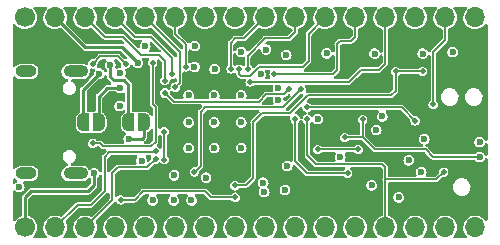
<source format=gbr>
%TF.GenerationSoftware,KiCad,Pcbnew,6.0.11+dfsg-1~bpo11+1*%
%TF.CreationDate,2023-10-01T20:30:48+02:00*%
%TF.ProjectId,ICE40UP-Development-Board,49434534-3055-4502-9d44-6576656c6f70,v0.1*%
%TF.SameCoordinates,Original*%
%TF.FileFunction,Copper,L4,Bot*%
%TF.FilePolarity,Positive*%
%FSLAX46Y46*%
G04 Gerber Fmt 4.6, Leading zero omitted, Abs format (unit mm)*
G04 Created by KiCad (PCBNEW 6.0.11+dfsg-1~bpo11+1) date 2023-10-01 20:30:48*
%MOMM*%
%LPD*%
G01*
G04 APERTURE LIST*
G04 Aperture macros list*
%AMFreePoly0*
4,1,22,0.500000,-0.750000,0.000000,-0.750000,0.000000,-0.745033,-0.079941,-0.743568,-0.215256,-0.701293,-0.333266,-0.622738,-0.424486,-0.514219,-0.481581,-0.384460,-0.499164,-0.250000,-0.500000,-0.250000,-0.500000,0.250000,-0.499164,0.250000,-0.499963,0.256109,-0.478152,0.396186,-0.417904,0.524511,-0.324060,0.630769,-0.204165,0.706417,-0.067858,0.745374,0.000000,0.744959,0.000000,0.750000,
0.500000,0.750000,0.500000,-0.750000,0.500000,-0.750000,$1*%
%AMFreePoly1*
4,1,20,0.000000,0.744959,0.073905,0.744508,0.209726,0.703889,0.328688,0.626782,0.421226,0.519385,0.479903,0.390333,0.500000,0.250000,0.500000,-0.250000,0.499851,-0.262216,0.476331,-0.402017,0.414519,-0.529596,0.319384,-0.634700,0.198574,-0.708877,0.061801,-0.746166,0.000000,-0.745033,0.000000,-0.750000,-0.500000,-0.750000,-0.500000,0.750000,0.000000,0.750000,0.000000,0.744959,
0.000000,0.744959,$1*%
G04 Aperture macros list end*
%TA.AperFunction,ComponentPad*%
%ADD10O,1.800000X1.000000*%
%TD*%
%TA.AperFunction,ComponentPad*%
%ADD11O,2.100000X1.000000*%
%TD*%
%TA.AperFunction,SMDPad,CuDef*%
%ADD12FreePoly0,180.000000*%
%TD*%
%TA.AperFunction,SMDPad,CuDef*%
%ADD13FreePoly1,180.000000*%
%TD*%
%TA.AperFunction,ComponentPad*%
%ADD14C,1.700000*%
%TD*%
%TA.AperFunction,ComponentPad*%
%ADD15O,1.700000X1.700000*%
%TD*%
%TA.AperFunction,ViaPad*%
%ADD16C,0.600000*%
%TD*%
%TA.AperFunction,ViaPad*%
%ADD17C,0.500000*%
%TD*%
%TA.AperFunction,Conductor*%
%ADD18C,0.250000*%
%TD*%
%TA.AperFunction,Conductor*%
%ADD19C,0.150000*%
%TD*%
G04 APERTURE END LIST*
D10*
%TO.P,X1,S1,SHIELD*%
%TO.N,GND*%
X47185000Y-83310000D03*
X47185000Y-91950000D03*
D11*
X51385000Y-83310000D03*
X51385000Y-91950000D03*
%TD*%
D12*
%TO.P,JP1,1,A*%
%TO.N,+1V2*%
X53355000Y-87630000D03*
D13*
%TO.P,JP1,2,B*%
%TO.N,/1V2EN*%
X52055000Y-87630000D03*
%TD*%
D12*
%TO.P,JP2,1,A*%
%TO.N,+3V3*%
X57165000Y-87630000D03*
D13*
%TO.P,JP2,2,B*%
%TO.N,/3V3EN*%
X55865000Y-87630000D03*
%TD*%
D14*
%TO.P,X3,1,Pin_1*%
%TO.N,VBUS*%
X47117000Y-96520000D03*
D15*
%TO.P,X3,2,Pin_2*%
%TO.N,IOB_0a*%
X49657000Y-96520000D03*
%TO.P,X3,3,Pin_3*%
%TO.N,IOB_2a*%
X52197000Y-96520000D03*
%TO.P,X3,4,Pin_4*%
%TO.N,IOB_3b*%
X54737000Y-96520000D03*
%TO.P,X3,5,Pin_5*%
%TO.N,IOB_4a*%
X57277000Y-96520000D03*
%TO.P,X3,6,Pin_6*%
%TO.N,IOB_6a*%
X59817000Y-96520000D03*
%TO.P,X3,7,Pin_7*%
%TO.N,IOB_8a*%
X62357000Y-96520000D03*
%TO.P,X3,8,Pin_8*%
%TO.N,IOB_13b*%
X64897000Y-96520000D03*
%TO.P,X3,9,Pin_9*%
%TO.N,IOB_16a*%
X67437000Y-96520000D03*
%TO.P,X3,10,Pin_10*%
%TO.N,IOB_18a*%
X69977000Y-96520000D03*
%TO.P,X3,11,Pin_11*%
%TO.N,IOB_20a*%
X72517000Y-96520000D03*
%TO.P,X3,12,Pin_12*%
%TO.N,IOB_24a*%
X75057000Y-96520000D03*
%TO.P,X3,13,Pin_13*%
%TO.N,IOB_25b*%
X77597000Y-96520000D03*
%TO.P,X3,14,Pin_14*%
%TO.N,SPI_SO*%
X80137000Y-96520000D03*
%TO.P,X3,15,Pin_15*%
%TO.N,SPI_SCK*%
X82677000Y-96520000D03*
%TO.P,X3,16,Pin_16*%
%TO.N,SPI_~{HOLD}*%
X85217000Y-96520000D03*
%TD*%
D14*
%TO.P,X2,1,Pin_1*%
%TO.N,+3V3*%
X47117000Y-78740000D03*
D15*
%TO.P,X2,2,Pin_2*%
%TO.N,+1V2*%
X49657000Y-78740000D03*
%TO.P,X2,3,Pin_3*%
%TO.N,IOT_48b*%
X52197000Y-78740000D03*
%TO.P,X2,4,Pin_4*%
%TO.N,IOT_46b*%
X54737000Y-78740000D03*
%TO.P,X2,5,Pin_5*%
%TO.N,IOT_45a*%
X57277000Y-78740000D03*
%TO.P,X2,6,Pin_6*%
%TO.N,IOT_44b*%
X59817000Y-78740000D03*
%TO.P,X2,7,Pin_7*%
%TO.N,IOT_43a*%
X62357000Y-78740000D03*
%TO.P,X2,8,Pin_8*%
%TO.N,IOT_42b*%
X64897000Y-78740000D03*
%TO.P,X2,9,Pin_9*%
%TO.N,IOT_41a*%
X67437000Y-78740000D03*
%TO.P,X2,10,Pin_10*%
%TO.N,IOT_39a*%
X69977000Y-78740000D03*
%TO.P,X2,11,Pin_11*%
%TO.N,IOT_38b*%
X72517000Y-78740000D03*
%TO.P,X2,12,Pin_12*%
%TO.N,IOT_37b*%
X75057000Y-78740000D03*
%TO.P,X2,13,Pin_13*%
%TO.N,IOT_36b*%
X77597000Y-78740000D03*
%TO.P,X2,14,Pin_14*%
%TO.N,SPI_~{WP}*%
X80137000Y-78740000D03*
%TO.P,X2,15,Pin_15*%
%TO.N,SPI_SI*%
X82677000Y-78740000D03*
%TO.P,X2,16,Pin_16*%
%TO.N,GND*%
X85217000Y-78740000D03*
%TD*%
D16*
%TO.N,GND*%
X65405000Y-87630000D03*
X78740000Y-93980000D03*
X57279000Y-81151000D03*
X71882000Y-87355500D03*
X55181500Y-83439000D03*
X67267574Y-92738000D03*
X60960000Y-87630000D03*
X69300167Y-91313000D03*
X68552000Y-84725500D03*
X67507248Y-81460400D03*
X85598000Y-89281000D03*
X65405000Y-89789000D03*
X61197500Y-94234000D03*
X56973181Y-90859385D03*
X73787000Y-90551000D03*
X76835000Y-88265000D03*
X61468000Y-81153000D03*
X65405000Y-81661000D03*
X60960000Y-89789000D03*
X76696000Y-81800000D03*
X72644000Y-81788000D03*
X63119000Y-85344000D03*
X63119000Y-87630000D03*
X80645000Y-91821000D03*
X55118000Y-86223326D03*
X65405000Y-85344000D03*
X63119000Y-89789000D03*
X60960000Y-85344000D03*
X59690000Y-94234000D03*
X57912000Y-94234000D03*
X80784000Y-81800000D03*
%TO.N,+3V3*%
X46609000Y-93091000D03*
X76454000Y-92964000D03*
X67351166Y-93513166D03*
X79601000Y-90833000D03*
X61451500Y-82931000D03*
X67045878Y-83555878D03*
X68546108Y-85775000D03*
X69213000Y-81913000D03*
X59725399Y-92113572D03*
X69112333Y-93345000D03*
X55880000Y-89027000D03*
X80906250Y-89041500D03*
X77343000Y-87122000D03*
X83312000Y-81661000D03*
%TO.N,VBUS*%
X52959000Y-91948000D03*
%TO.N,+1V2*%
X62434000Y-92306574D03*
X56642000Y-82575550D03*
X63162041Y-83121285D03*
X55181500Y-84724500D03*
D17*
%TO.N,Net-(R3-Pad1)*%
X55626000Y-82677000D03*
X52832000Y-82677000D03*
%TO.N,Net-(R4-Pad1)*%
X57913736Y-82583500D03*
X52835187Y-89403479D03*
%TO.N,FLASH_~{SS}*%
X74168000Y-88900000D03*
D16*
X85598000Y-90551000D03*
D17*
X75692000Y-87376000D03*
%TO.N,~{CONF}_I*%
X70485000Y-84836000D03*
X61445727Y-91807227D03*
%TO.N,RAM_~{SS}*%
X80137000Y-87503000D03*
X70993000Y-86360000D03*
%TO.N,CDONE*%
X55199523Y-94188523D03*
X64897000Y-93980000D03*
%TO.N,~{RST}*%
X78486000Y-83312000D03*
X80772000Y-83312000D03*
X64863500Y-92964000D03*
%TO.N,SPI_SO*%
X75311000Y-89916000D03*
X71882000Y-89916000D03*
%TO.N,SPI_SI*%
X81661000Y-86106000D03*
%TO.N,SPI_~{HOLD}*%
X69977000Y-87342500D03*
X74422000Y-91948000D03*
%TO.N,IOB_25b*%
X82550000Y-91839023D03*
X70993000Y-87362500D03*
%TO.N,IOT_37b*%
X68199000Y-83566000D03*
%TO.N,IOT_36b*%
X66167000Y-84201000D03*
%TO.N,IOT_39a*%
X65958477Y-83103477D03*
%TO.N,IOT_38b*%
X65210974Y-83116498D03*
%TO.N,IOT_41a*%
X64561684Y-83099900D03*
%TO.N,IOT_44b*%
X60706000Y-82931000D03*
%TO.N,IOT_45a*%
X59817000Y-84647190D03*
%TO.N,CONF_O*%
X58953757Y-85139822D03*
X69469000Y-84836000D03*
%TO.N,IOB_3b*%
X58896250Y-88405500D03*
X58900899Y-90777899D03*
%TO.N,IOT_48b*%
X58946118Y-84083985D03*
%TO.N,IOB_0a*%
X58160936Y-90084019D03*
%TO.N,IOB_2a*%
X58166180Y-90733500D03*
D16*
%TO.N,/1V2EN*%
X53407000Y-83499000D03*
%TO.N,/3V3EN*%
X54324413Y-82760619D03*
D17*
%TO.N,IOT_46b*%
X59563000Y-83566000D03*
%TD*%
D18*
%TO.N,+3V3*%
X57165000Y-88885000D02*
X57023000Y-89027000D01*
X57165000Y-87630000D02*
X57165000Y-88885000D01*
X57023000Y-89027000D02*
X55880000Y-89027000D01*
%TO.N,VBUS*%
X47625000Y-93472000D02*
X47117000Y-93980000D01*
X47117000Y-93980000D02*
X47117000Y-96520000D01*
X52451000Y-93472000D02*
X47625000Y-93472000D01*
X52959000Y-92964000D02*
X52451000Y-93472000D01*
X52959000Y-91948000D02*
X52959000Y-92964000D01*
%TO.N,+1V2*%
X52197000Y-81280000D02*
X49657000Y-78740000D01*
X54086500Y-84724500D02*
X53355000Y-85456000D01*
X53355000Y-85456000D02*
X53355000Y-87630000D01*
X56642000Y-82575550D02*
X55346450Y-81280000D01*
X55181500Y-84724500D02*
X54086500Y-84724500D01*
X55346450Y-81280000D02*
X52197000Y-81280000D01*
D19*
%TO.N,Net-(R3-Pad1)*%
X54991000Y-82042000D02*
X53467000Y-82042000D01*
X55626000Y-82677000D02*
X54991000Y-82042000D01*
X53467000Y-82042000D02*
X52832000Y-82677000D01*
%TO.N,Net-(R4-Pad1)*%
X53467000Y-89408000D02*
X52839708Y-89408000D01*
X57913736Y-82583500D02*
X57912000Y-82585236D01*
X58166000Y-86360000D02*
X58166000Y-89281000D01*
X57912000Y-82585236D02*
X57912000Y-86106000D01*
X52839708Y-89408000D02*
X52835187Y-89403479D01*
X53721000Y-89662000D02*
X53467000Y-89408000D01*
X57912000Y-86106000D02*
X58166000Y-86360000D01*
X57785000Y-89662000D02*
X53721000Y-89662000D01*
X58166000Y-89281000D02*
X57785000Y-89662000D01*
%TO.N,FLASH_~{SS}*%
X81026000Y-89916000D02*
X81661000Y-90551000D01*
X75692000Y-88900000D02*
X75692000Y-87376000D01*
X81661000Y-90551000D02*
X85598000Y-90551000D01*
X75692000Y-88900000D02*
X76708000Y-89916000D01*
X76708000Y-89916000D02*
X81026000Y-89916000D01*
X74168000Y-88900000D02*
X75692000Y-88900000D01*
%TO.N,~{CONF}_I*%
X61976000Y-86741000D02*
X61976000Y-91313000D01*
X68961000Y-86360000D02*
X62357000Y-86360000D01*
X62357000Y-86360000D02*
X61976000Y-86741000D01*
X61481773Y-91807227D02*
X61445727Y-91807227D01*
X70485000Y-84836000D02*
X68961000Y-86360000D01*
X61976000Y-91313000D02*
X61481773Y-91807227D01*
%TO.N,RAM_~{SS}*%
X78994000Y-86360000D02*
X80137000Y-87503000D01*
X70993000Y-86360000D02*
X78994000Y-86360000D01*
%TO.N,CDONE*%
X55199523Y-94188523D02*
X56388000Y-94188523D01*
X57104523Y-93472000D02*
X62357000Y-93472000D01*
X56388000Y-94188523D02*
X57104523Y-93472000D01*
X62865000Y-93980000D02*
X64897000Y-93980000D01*
X62357000Y-93472000D02*
X62865000Y-93980000D01*
%TO.N,~{RST}*%
X78486000Y-83312000D02*
X78486000Y-84963000D01*
X69541688Y-86868000D02*
X67183000Y-86868000D01*
X78486000Y-83312000D02*
X80772000Y-83312000D01*
X65786000Y-92964000D02*
X64863500Y-92964000D01*
X67183000Y-86868000D02*
X66421000Y-87630000D01*
X78486000Y-84963000D02*
X78105000Y-85344000D01*
X78105000Y-85344000D02*
X71065688Y-85344000D01*
X66421000Y-87630000D02*
X66421000Y-92329000D01*
X71065688Y-85344000D02*
X69541688Y-86868000D01*
X66421000Y-92329000D02*
X65786000Y-92964000D01*
%TO.N,SPI_SO*%
X75311000Y-89916000D02*
X71882000Y-89916000D01*
%TO.N,SPI_SI*%
X81661000Y-81661000D02*
X82677000Y-80645000D01*
X82677000Y-80645000D02*
X82677000Y-78740000D01*
X81661000Y-86106000D02*
X81661000Y-81661000D01*
%TO.N,SPI_~{HOLD}*%
X69977000Y-90932000D02*
X70993000Y-91948000D01*
X70993000Y-91948000D02*
X74422000Y-91948000D01*
X69977000Y-87342500D02*
X69977000Y-90932000D01*
%TO.N,IOB_25b*%
X70993000Y-90424000D02*
X71755000Y-91186000D01*
X71755000Y-91186000D02*
X77343000Y-91186000D01*
X77343000Y-91186000D02*
X77597000Y-91440000D01*
X77597000Y-92456000D02*
X77597000Y-96520000D01*
X81933023Y-92456000D02*
X82550000Y-91839023D01*
X77597000Y-92456000D02*
X81933023Y-92456000D01*
X77597000Y-91440000D02*
X77597000Y-92456000D01*
X70993000Y-87362500D02*
X70993000Y-90424000D01*
%TO.N,IOT_37b*%
X73152000Y-83566000D02*
X73533000Y-83185000D01*
X73533000Y-81026000D02*
X73787000Y-80772000D01*
X73533000Y-83185000D02*
X73533000Y-81026000D01*
X74676000Y-80772000D02*
X75057000Y-80391000D01*
X73787000Y-80772000D02*
X74676000Y-80772000D01*
X75057000Y-80391000D02*
X75057000Y-78740000D01*
X68199000Y-83566000D02*
X73152000Y-83566000D01*
%TO.N,IOT_36b*%
X77089000Y-83185000D02*
X77597000Y-82677000D01*
X74549000Y-84201000D02*
X75565000Y-83185000D01*
X75565000Y-83185000D02*
X77089000Y-83185000D01*
X66167000Y-84201000D02*
X74549000Y-84201000D01*
X77597000Y-82677000D02*
X77597000Y-78740000D01*
%TO.N,IOT_39a*%
X65958477Y-83103477D02*
X65958477Y-81996523D01*
X65958477Y-81996523D02*
X67437000Y-80518000D01*
X69977000Y-80010000D02*
X69977000Y-78740000D01*
X69469000Y-80518000D02*
X69977000Y-80010000D01*
X67437000Y-80518000D02*
X69469000Y-80518000D01*
%TO.N,IOT_38b*%
X70612000Y-82931000D02*
X71120000Y-82423000D01*
X65210974Y-83498974D02*
X65405000Y-83693000D01*
X65210974Y-83116498D02*
X65210974Y-83498974D01*
X65405000Y-83693000D02*
X66167000Y-83693000D01*
X66167000Y-83693000D02*
X66929000Y-82931000D01*
X71120000Y-82423000D02*
X71120000Y-80137000D01*
X71120000Y-80137000D02*
X72517000Y-78740000D01*
X66929000Y-82931000D02*
X70612000Y-82931000D01*
%TO.N,IOT_41a*%
X64516000Y-80899000D02*
X64516000Y-83099900D01*
X67437000Y-78740000D02*
X65659000Y-80518000D01*
X65659000Y-80518000D02*
X64897000Y-80518000D01*
X64897000Y-80518000D02*
X64516000Y-80899000D01*
%TO.N,IOT_44b*%
X60706000Y-81026000D02*
X59817000Y-80137000D01*
X60706000Y-82931000D02*
X60706000Y-81026000D01*
X59817000Y-80137000D02*
X59817000Y-78740000D01*
%TO.N,IOT_45a*%
X60198000Y-81661000D02*
X57277000Y-78740000D01*
X59817000Y-84647190D02*
X60198000Y-84266190D01*
X60198000Y-84266190D02*
X60198000Y-81661000D01*
%TO.N,CONF_O*%
X63754000Y-85852000D02*
X63737000Y-85869000D01*
X66912000Y-85869000D02*
X63771000Y-85869000D01*
X67530500Y-85250500D02*
X66912000Y-85869000D01*
X69469000Y-84836000D02*
X69054500Y-85250500D01*
X59707000Y-85869000D02*
X58977822Y-85139822D01*
X63737000Y-85869000D02*
X59707000Y-85869000D01*
X63771000Y-85869000D02*
X63754000Y-85852000D01*
X69054500Y-85250500D02*
X67530500Y-85250500D01*
X58977822Y-85139822D02*
X58953757Y-85139822D01*
%TO.N,IOB_3b*%
X58900899Y-88410149D02*
X58896250Y-88405500D01*
X58900899Y-90777899D02*
X58900899Y-88410149D01*
%TO.N,IOT_48b*%
X58420000Y-81915000D02*
X56896000Y-81915000D01*
X55372000Y-80391000D02*
X53848000Y-80391000D01*
X58946118Y-84083985D02*
X58928000Y-84065867D01*
X58928000Y-82423000D02*
X58420000Y-81915000D01*
X53848000Y-80391000D02*
X52197000Y-78740000D01*
X58928000Y-84065867D02*
X58928000Y-82423000D01*
X56896000Y-81915000D02*
X55372000Y-80391000D01*
%TO.N,IOB_0a*%
X58074955Y-90170000D02*
X54229000Y-90170000D01*
X53848000Y-93472000D02*
X52705000Y-94615000D01*
X53848000Y-90551000D02*
X53848000Y-93472000D01*
X54229000Y-90170000D02*
X53848000Y-90551000D01*
X52705000Y-94615000D02*
X51562000Y-94615000D01*
X51562000Y-94615000D02*
X49657000Y-96520000D01*
X58160936Y-90084019D02*
X58074955Y-90170000D01*
%TO.N,IOB_2a*%
X54991000Y-91440000D02*
X54483000Y-91948000D01*
X54483000Y-91948000D02*
X54483000Y-94234000D01*
X54483000Y-94234000D02*
X52197000Y-96520000D01*
X57459680Y-91440000D02*
X54991000Y-91440000D01*
X58166180Y-90733500D02*
X57459680Y-91440000D01*
D18*
%TO.N,/1V2EN*%
X52055000Y-84851000D02*
X53407000Y-83499000D01*
X52055000Y-87630000D02*
X52055000Y-84851000D01*
%TO.N,/3V3EN*%
X54610000Y-84074000D02*
X55499000Y-84074000D01*
X54324413Y-83788413D02*
X54610000Y-84074000D01*
X55499000Y-84074000D02*
X55865000Y-84440000D01*
X55865000Y-84440000D02*
X55865000Y-87630000D01*
X54324413Y-82760619D02*
X54324413Y-83788413D01*
D19*
%TO.N,IOT_46b*%
X59563000Y-82169000D02*
X57785000Y-80391000D01*
X57785000Y-80391000D02*
X56388000Y-80391000D01*
X59563000Y-83566000D02*
X59563000Y-82169000D01*
X56388000Y-80391000D02*
X54737000Y-78740000D01*
%TD*%
%TA.AperFunction,NonConductor*%
G36*
X51460349Y-77840502D02*
G01*
X51506842Y-77894158D01*
X51516946Y-77964432D01*
X51488750Y-78027491D01*
X51483850Y-78033331D01*
X51367480Y-78172016D01*
X51364516Y-78177408D01*
X51364513Y-78177412D01*
X51307978Y-78280250D01*
X51272956Y-78343954D01*
X51213628Y-78530978D01*
X51191757Y-78725963D01*
X51208175Y-78921483D01*
X51262258Y-79110091D01*
X51265076Y-79115574D01*
X51349123Y-79279113D01*
X51349126Y-79279117D01*
X51351944Y-79284601D01*
X51473818Y-79438369D01*
X51623238Y-79565535D01*
X51628616Y-79568541D01*
X51628618Y-79568542D01*
X51664932Y-79588837D01*
X51794513Y-79661257D01*
X51981118Y-79721889D01*
X52175946Y-79745121D01*
X52182081Y-79744649D01*
X52182083Y-79744649D01*
X52365434Y-79730541D01*
X52365438Y-79730540D01*
X52371576Y-79730068D01*
X52490462Y-79696874D01*
X52554612Y-79678963D01*
X52554615Y-79678962D01*
X52560556Y-79677303D01*
X52648462Y-79632898D01*
X52718281Y-79620039D01*
X52783972Y-79646968D01*
X52794365Y-79656270D01*
X53682023Y-80543928D01*
X53686564Y-80548712D01*
X53712493Y-80577509D01*
X53730136Y-80585364D01*
X53731011Y-80585754D01*
X53748384Y-80595187D01*
X53754275Y-80599013D01*
X53754277Y-80599014D01*
X53765383Y-80606226D01*
X53778465Y-80608298D01*
X53783102Y-80610078D01*
X53787966Y-80611112D01*
X53800068Y-80616500D01*
X53820335Y-80616500D01*
X53840044Y-80618051D01*
X53860066Y-80621222D01*
X53872855Y-80617795D01*
X53886083Y-80617102D01*
X53886108Y-80617576D01*
X53894278Y-80616500D01*
X55226404Y-80616500D01*
X55294525Y-80636502D01*
X55315499Y-80653405D01*
X55448523Y-80786429D01*
X55482549Y-80848741D01*
X55477484Y-80919556D01*
X55434937Y-80976392D01*
X55368417Y-81001203D01*
X55359428Y-81001524D01*
X55358621Y-81001524D01*
X55346450Y-80999103D01*
X55334279Y-81001524D01*
X55331489Y-81002079D01*
X55306907Y-81004500D01*
X52363306Y-81004500D01*
X52295185Y-80984498D01*
X52274211Y-80967595D01*
X50599266Y-79292650D01*
X50565240Y-79230338D01*
X50570305Y-79159523D01*
X50572635Y-79153820D01*
X50575425Y-79148909D01*
X50637358Y-78962732D01*
X50661949Y-78768071D01*
X50662341Y-78740000D01*
X50643194Y-78544728D01*
X50641413Y-78538829D01*
X50641412Y-78538824D01*
X50588265Y-78362793D01*
X50586484Y-78356894D01*
X50494370Y-78183653D01*
X50397682Y-78065101D01*
X50374260Y-78036382D01*
X50374257Y-78036379D01*
X50370361Y-78031602D01*
X50370926Y-78031141D01*
X50339362Y-77972854D01*
X50344674Y-77902056D01*
X50387418Y-77845369D01*
X50454025Y-77820790D01*
X50462575Y-77820500D01*
X51392228Y-77820500D01*
X51460349Y-77840502D01*
G37*
%TD.AperFunction*%
%TA.AperFunction,NonConductor*%
G36*
X54000349Y-77840502D02*
G01*
X54046842Y-77894158D01*
X54056946Y-77964432D01*
X54028750Y-78027491D01*
X54023850Y-78033331D01*
X53907480Y-78172016D01*
X53904516Y-78177408D01*
X53904513Y-78177412D01*
X53847978Y-78280250D01*
X53812956Y-78343954D01*
X53753628Y-78530978D01*
X53731757Y-78725963D01*
X53748175Y-78921483D01*
X53802258Y-79110091D01*
X53805076Y-79115574D01*
X53889123Y-79279113D01*
X53889126Y-79279117D01*
X53891944Y-79284601D01*
X54013818Y-79438369D01*
X54163238Y-79565535D01*
X54168616Y-79568541D01*
X54168618Y-79568542D01*
X54204932Y-79588837D01*
X54334513Y-79661257D01*
X54521118Y-79721889D01*
X54715946Y-79745121D01*
X54722081Y-79744649D01*
X54722083Y-79744649D01*
X54905434Y-79730541D01*
X54905438Y-79730540D01*
X54911576Y-79730068D01*
X55030462Y-79696874D01*
X55094612Y-79678963D01*
X55094615Y-79678962D01*
X55100556Y-79677303D01*
X55188462Y-79632898D01*
X55258281Y-79620039D01*
X55323972Y-79646968D01*
X55334365Y-79656270D01*
X56222023Y-80543928D01*
X56226564Y-80548712D01*
X56252493Y-80577509D01*
X56270136Y-80585364D01*
X56271011Y-80585754D01*
X56288384Y-80595187D01*
X56294275Y-80599013D01*
X56294277Y-80599014D01*
X56305383Y-80606226D01*
X56318465Y-80608298D01*
X56323102Y-80610078D01*
X56327966Y-80611112D01*
X56340068Y-80616500D01*
X56360335Y-80616500D01*
X56380044Y-80618051D01*
X56400066Y-80621222D01*
X56412855Y-80617795D01*
X56426083Y-80617102D01*
X56426108Y-80617576D01*
X56434278Y-80616500D01*
X56870582Y-80616500D01*
X56938703Y-80636502D01*
X56985196Y-80690158D01*
X56995300Y-80760432D01*
X56965023Y-80825908D01*
X56898596Y-80901122D01*
X56894782Y-80909245D01*
X56894781Y-80909247D01*
X56873065Y-80955502D01*
X56843754Y-81017932D01*
X56834626Y-81076558D01*
X56825282Y-81136567D01*
X56825282Y-81136571D01*
X56823901Y-81145440D01*
X56825065Y-81154342D01*
X56825065Y-81154344D01*
X56826709Y-81166917D01*
X56832457Y-81210866D01*
X56832791Y-81213422D01*
X56821791Y-81283562D01*
X56774617Y-81336619D01*
X56706246Y-81355750D01*
X56638386Y-81334879D01*
X56618760Y-81318855D01*
X55537977Y-80238072D01*
X55533436Y-80233288D01*
X55530841Y-80230406D01*
X55507507Y-80204491D01*
X55488985Y-80196245D01*
X55471622Y-80186817D01*
X55454618Y-80175774D01*
X55441537Y-80173702D01*
X55436894Y-80171920D01*
X55432028Y-80170886D01*
X55419932Y-80165500D01*
X55399666Y-80165500D01*
X55379957Y-80163949D01*
X55359935Y-80160778D01*
X55347146Y-80164205D01*
X55333918Y-80164898D01*
X55333893Y-80164424D01*
X55325723Y-80165500D01*
X53993595Y-80165500D01*
X53925474Y-80145498D01*
X53904500Y-80128595D01*
X53114244Y-79338339D01*
X53080218Y-79276027D01*
X53085283Y-79205212D01*
X53093782Y-79187009D01*
X53112378Y-79154274D01*
X53112381Y-79154268D01*
X53115425Y-79148909D01*
X53177358Y-78962732D01*
X53201949Y-78768071D01*
X53202341Y-78740000D01*
X53183194Y-78544728D01*
X53181413Y-78538829D01*
X53181412Y-78538824D01*
X53128265Y-78362793D01*
X53126484Y-78356894D01*
X53034370Y-78183653D01*
X52937682Y-78065101D01*
X52914260Y-78036382D01*
X52914257Y-78036379D01*
X52910361Y-78031602D01*
X52910926Y-78031141D01*
X52879362Y-77972854D01*
X52884674Y-77902056D01*
X52927418Y-77845369D01*
X52994025Y-77820790D01*
X53002575Y-77820500D01*
X53932228Y-77820500D01*
X54000349Y-77840502D01*
G37*
%TD.AperFunction*%
%TA.AperFunction,NonConductor*%
G36*
X59080349Y-77840502D02*
G01*
X59126842Y-77894158D01*
X59136946Y-77964432D01*
X59108750Y-78027491D01*
X59103850Y-78033331D01*
X58987480Y-78172016D01*
X58984516Y-78177408D01*
X58984513Y-78177412D01*
X58927978Y-78280250D01*
X58892956Y-78343954D01*
X58833628Y-78530978D01*
X58811757Y-78725963D01*
X58828175Y-78921483D01*
X58882258Y-79110091D01*
X58885076Y-79115574D01*
X58969123Y-79279113D01*
X58969126Y-79279117D01*
X58971944Y-79284601D01*
X59093818Y-79438369D01*
X59243238Y-79565535D01*
X59248616Y-79568541D01*
X59248618Y-79568542D01*
X59284932Y-79588837D01*
X59414513Y-79661257D01*
X59468997Y-79678960D01*
X59504436Y-79690475D01*
X59563042Y-79730549D01*
X59590679Y-79795945D01*
X59591500Y-79810308D01*
X59591500Y-80127792D01*
X59591327Y-80134386D01*
X59589300Y-80173064D01*
X59594047Y-80185430D01*
X59596563Y-80191985D01*
X59602179Y-80210941D01*
X59606393Y-80230768D01*
X59614176Y-80241481D01*
X59616201Y-80246029D01*
X59618908Y-80250198D01*
X59623654Y-80262560D01*
X59637986Y-80276892D01*
X59650827Y-80291927D01*
X59654955Y-80297609D01*
X59654957Y-80297611D01*
X59662740Y-80308323D01*
X59674207Y-80314944D01*
X59684050Y-80323806D01*
X59683732Y-80324159D01*
X59690269Y-80329175D01*
X60443595Y-81082501D01*
X60477621Y-81144813D01*
X60480500Y-81171596D01*
X60480500Y-81320405D01*
X60460498Y-81388526D01*
X60406842Y-81435019D01*
X60336568Y-81445123D01*
X60271988Y-81415629D01*
X60265405Y-81409500D01*
X58194244Y-79338339D01*
X58160218Y-79276027D01*
X58165283Y-79205212D01*
X58173782Y-79187009D01*
X58192378Y-79154274D01*
X58192381Y-79154268D01*
X58195425Y-79148909D01*
X58257358Y-78962732D01*
X58281949Y-78768071D01*
X58282341Y-78740000D01*
X58263194Y-78544728D01*
X58261413Y-78538829D01*
X58261412Y-78538824D01*
X58208265Y-78362793D01*
X58206484Y-78356894D01*
X58114370Y-78183653D01*
X58017682Y-78065101D01*
X57994260Y-78036382D01*
X57994257Y-78036379D01*
X57990361Y-78031602D01*
X57990926Y-78031141D01*
X57959362Y-77972854D01*
X57964674Y-77902056D01*
X58007418Y-77845369D01*
X58074025Y-77820790D01*
X58082575Y-77820500D01*
X59012228Y-77820500D01*
X59080349Y-77840502D01*
G37*
%TD.AperFunction*%
%TA.AperFunction,NonConductor*%
G36*
X69240349Y-77840502D02*
G01*
X69286842Y-77894158D01*
X69296946Y-77964432D01*
X69268750Y-78027491D01*
X69263850Y-78033331D01*
X69147480Y-78172016D01*
X69144516Y-78177408D01*
X69144513Y-78177412D01*
X69087978Y-78280250D01*
X69052956Y-78343954D01*
X68993628Y-78530978D01*
X68971757Y-78725963D01*
X68988175Y-78921483D01*
X69042258Y-79110091D01*
X69045076Y-79115574D01*
X69129123Y-79279113D01*
X69129126Y-79279117D01*
X69131944Y-79284601D01*
X69253818Y-79438369D01*
X69403238Y-79565535D01*
X69408616Y-79568541D01*
X69408618Y-79568542D01*
X69444932Y-79588837D01*
X69574513Y-79661257D01*
X69628997Y-79678960D01*
X69664436Y-79690475D01*
X69723042Y-79730549D01*
X69750679Y-79795945D01*
X69751500Y-79810308D01*
X69751500Y-79864405D01*
X69731498Y-79932526D01*
X69714595Y-79953500D01*
X69412500Y-80255595D01*
X69350188Y-80289621D01*
X69323405Y-80292500D01*
X67446208Y-80292500D01*
X67439614Y-80292327D01*
X67414161Y-80290993D01*
X67400936Y-80290300D01*
X67388572Y-80295046D01*
X67382008Y-80297565D01*
X67363056Y-80303179D01*
X67356187Y-80304639D01*
X67356186Y-80304639D01*
X67343232Y-80307393D01*
X67332517Y-80315178D01*
X67327969Y-80317203D01*
X67323800Y-80319910D01*
X67311440Y-80324655D01*
X67297112Y-80338983D01*
X67282079Y-80351823D01*
X67265677Y-80363740D01*
X67259057Y-80375206D01*
X67250193Y-80385051D01*
X67249840Y-80384733D01*
X67244823Y-80391272D01*
X66050218Y-81585877D01*
X65987906Y-81619903D01*
X65917091Y-81614838D01*
X65860255Y-81572291D01*
X65842278Y-81536327D01*
X65841839Y-81533259D01*
X65828864Y-81504721D01*
X65792145Y-81423962D01*
X65792143Y-81423959D01*
X65788428Y-81415788D01*
X65753146Y-81374841D01*
X65710051Y-81324826D01*
X65710049Y-81324824D01*
X65704193Y-81318028D01*
X65595906Y-81247841D01*
X65587311Y-81245271D01*
X65587310Y-81245270D01*
X65480874Y-81213438D01*
X65480872Y-81213438D01*
X65472273Y-81210866D01*
X65463298Y-81210811D01*
X65463297Y-81210811D01*
X65408641Y-81210477D01*
X65343231Y-81210078D01*
X65296751Y-81223362D01*
X65227786Y-81243072D01*
X65227784Y-81243073D01*
X65219155Y-81245539D01*
X65211565Y-81250328D01*
X65133712Y-81299450D01*
X65110019Y-81314399D01*
X65104076Y-81321128D01*
X65104075Y-81321129D01*
X65077213Y-81351545D01*
X65024596Y-81411122D01*
X65020781Y-81419247D01*
X65020780Y-81419249D01*
X64981555Y-81502796D01*
X64934499Y-81555959D01*
X64866171Y-81575241D01*
X64798265Y-81554521D01*
X64752341Y-81500378D01*
X64741500Y-81449248D01*
X64741500Y-81044597D01*
X64761502Y-80976476D01*
X64778404Y-80955502D01*
X64953500Y-80780405D01*
X65015812Y-80746380D01*
X65042596Y-80743500D01*
X65649792Y-80743500D01*
X65656386Y-80743673D01*
X65681836Y-80745007D01*
X65681837Y-80745007D01*
X65695064Y-80745700D01*
X65713984Y-80738437D01*
X65732942Y-80732821D01*
X65739816Y-80731360D01*
X65752768Y-80728607D01*
X65763481Y-80720824D01*
X65768029Y-80718799D01*
X65772198Y-80716092D01*
X65784560Y-80711346D01*
X65798892Y-80697014D01*
X65813927Y-80684173D01*
X65819609Y-80680045D01*
X65819611Y-80680043D01*
X65830323Y-80672260D01*
X65836944Y-80660793D01*
X65845806Y-80650950D01*
X65846159Y-80651268D01*
X65851175Y-80644731D01*
X66838921Y-79656985D01*
X66901233Y-79622959D01*
X66972048Y-79628024D01*
X66989478Y-79636088D01*
X67034513Y-79661257D01*
X67221118Y-79721889D01*
X67415946Y-79745121D01*
X67422081Y-79744649D01*
X67422083Y-79744649D01*
X67605434Y-79730541D01*
X67605438Y-79730540D01*
X67611576Y-79730068D01*
X67800556Y-79677303D01*
X67975689Y-79588837D01*
X68005515Y-79565535D01*
X68125453Y-79471829D01*
X68130303Y-79468040D01*
X68160084Y-79433539D01*
X68254485Y-79324173D01*
X68254485Y-79324172D01*
X68258509Y-79319511D01*
X68283212Y-79276027D01*
X68352378Y-79154272D01*
X68355425Y-79148909D01*
X68417358Y-78962732D01*
X68441949Y-78768071D01*
X68442341Y-78740000D01*
X68423194Y-78544728D01*
X68421413Y-78538829D01*
X68421412Y-78538824D01*
X68368265Y-78362793D01*
X68366484Y-78356894D01*
X68274370Y-78183653D01*
X68177682Y-78065101D01*
X68154260Y-78036382D01*
X68154257Y-78036379D01*
X68150361Y-78031602D01*
X68150926Y-78031141D01*
X68119362Y-77972854D01*
X68124674Y-77902056D01*
X68167418Y-77845369D01*
X68234025Y-77820790D01*
X68242575Y-77820500D01*
X69172228Y-77820500D01*
X69240349Y-77840502D01*
G37*
%TD.AperFunction*%
%TA.AperFunction,NonConductor*%
G36*
X57834996Y-80781556D02*
G01*
X57888392Y-80813298D01*
X58549499Y-81474405D01*
X58583525Y-81536717D01*
X58578460Y-81607532D01*
X58535913Y-81664368D01*
X58469393Y-81689179D01*
X58460404Y-81689500D01*
X58447666Y-81689500D01*
X58427957Y-81687949D01*
X58407935Y-81684778D01*
X58395146Y-81688205D01*
X58381918Y-81688898D01*
X58381893Y-81688424D01*
X58373723Y-81689500D01*
X57683264Y-81689500D01*
X57615143Y-81669498D01*
X57568650Y-81615842D01*
X57558546Y-81545568D01*
X57589849Y-81478945D01*
X57593959Y-81474405D01*
X57656322Y-81405507D01*
X57712588Y-81289375D01*
X57725364Y-81213438D01*
X57733190Y-81166917D01*
X57733997Y-81162120D01*
X57734133Y-81151000D01*
X57721689Y-81064107D01*
X57717112Y-81032145D01*
X57717111Y-81032142D01*
X57715839Y-81023259D01*
X57709932Y-81010266D01*
X57684596Y-80954544D01*
X57674610Y-80884254D01*
X57704210Y-80819722D01*
X57764000Y-80781438D01*
X57834996Y-80781556D01*
G37*
%TD.AperFunction*%
%TA.AperFunction,NonConductor*%
G36*
X56540349Y-77840502D02*
G01*
X56586842Y-77894158D01*
X56596946Y-77964432D01*
X56568750Y-78027491D01*
X56563850Y-78033331D01*
X56447480Y-78172016D01*
X56444516Y-78177408D01*
X56444513Y-78177412D01*
X56387978Y-78280250D01*
X56352956Y-78343954D01*
X56293628Y-78530978D01*
X56271757Y-78725963D01*
X56288175Y-78921483D01*
X56342258Y-79110091D01*
X56345076Y-79115574D01*
X56429123Y-79279113D01*
X56429126Y-79279117D01*
X56431944Y-79284601D01*
X56553818Y-79438369D01*
X56703238Y-79565535D01*
X56708616Y-79568541D01*
X56708618Y-79568542D01*
X56744932Y-79588837D01*
X56874513Y-79661257D01*
X57061118Y-79721889D01*
X57255946Y-79745121D01*
X57262081Y-79744649D01*
X57262083Y-79744649D01*
X57445434Y-79730541D01*
X57445438Y-79730540D01*
X57451576Y-79730068D01*
X57640556Y-79677303D01*
X57728458Y-79632900D01*
X57798282Y-79620040D01*
X57863973Y-79646969D01*
X57874365Y-79656271D01*
X59935595Y-81717501D01*
X59969621Y-81779813D01*
X59972500Y-81806596D01*
X59972500Y-81955977D01*
X59952498Y-82024098D01*
X59898842Y-82070591D01*
X59828568Y-82080695D01*
X59763988Y-82051201D01*
X59756820Y-82042967D01*
X59756346Y-82043441D01*
X59742017Y-82029112D01*
X59729176Y-82014078D01*
X59725043Y-82008389D01*
X59725042Y-82008388D01*
X59717260Y-81997677D01*
X59705794Y-81991057D01*
X59695949Y-81982193D01*
X59696267Y-81981840D01*
X59689728Y-81976823D01*
X57950977Y-80238072D01*
X57946436Y-80233288D01*
X57943841Y-80230406D01*
X57920507Y-80204491D01*
X57901985Y-80196245D01*
X57884622Y-80186817D01*
X57867618Y-80175774D01*
X57854537Y-80173702D01*
X57849894Y-80171920D01*
X57845028Y-80170886D01*
X57832932Y-80165500D01*
X57812666Y-80165500D01*
X57792957Y-80163949D01*
X57772935Y-80160778D01*
X57760146Y-80164205D01*
X57746918Y-80164898D01*
X57746893Y-80164424D01*
X57738723Y-80165500D01*
X56533595Y-80165500D01*
X56465474Y-80145498D01*
X56444500Y-80128595D01*
X55654244Y-79338339D01*
X55620218Y-79276027D01*
X55625283Y-79205212D01*
X55633782Y-79187009D01*
X55652378Y-79154274D01*
X55652381Y-79154268D01*
X55655425Y-79148909D01*
X55717358Y-78962732D01*
X55741949Y-78768071D01*
X55742341Y-78740000D01*
X55723194Y-78544728D01*
X55721413Y-78538829D01*
X55721412Y-78538824D01*
X55668265Y-78362793D01*
X55666484Y-78356894D01*
X55574370Y-78183653D01*
X55477682Y-78065101D01*
X55454260Y-78036382D01*
X55454257Y-78036379D01*
X55450361Y-78031602D01*
X55450926Y-78031141D01*
X55419362Y-77972854D01*
X55424674Y-77902056D01*
X55467418Y-77845369D01*
X55534025Y-77820790D01*
X55542575Y-77820500D01*
X56472228Y-77820500D01*
X56540349Y-77840502D01*
G37*
%TD.AperFunction*%
%TA.AperFunction,NonConductor*%
G36*
X64950012Y-81775724D02*
G01*
X64982829Y-81820201D01*
X64992471Y-81842116D01*
X65009122Y-81879957D01*
X65018605Y-81901510D01*
X65024382Y-81908383D01*
X65024383Y-81908384D01*
X65049593Y-81938375D01*
X65101639Y-82000291D01*
X65209060Y-82071796D01*
X65332233Y-82110278D01*
X65341203Y-82110442D01*
X65341207Y-82110443D01*
X65399942Y-82111519D01*
X65461255Y-82112643D01*
X65568773Y-82083330D01*
X65573835Y-82081950D01*
X65644818Y-82083330D01*
X65703787Y-82122867D01*
X65732019Y-82188008D01*
X65732977Y-82203513D01*
X65732977Y-82710395D01*
X65712975Y-82778516D01*
X65696072Y-82799490D01*
X65667310Y-82828252D01*
X65604998Y-82862278D01*
X65534183Y-82857213D01*
X65489120Y-82828252D01*
X65449316Y-82788448D01*
X65336278Y-82730852D01*
X65326489Y-82729302D01*
X65326487Y-82729301D01*
X65220767Y-82712557D01*
X65210974Y-82711006D01*
X65201181Y-82712557D01*
X65095461Y-82729301D01*
X65095459Y-82729302D01*
X65085670Y-82730852D01*
X64972632Y-82788448D01*
X64968394Y-82792686D01*
X64903577Y-82815813D01*
X64834426Y-82799732D01*
X64807289Y-82779113D01*
X64800026Y-82771850D01*
X64792818Y-82768177D01*
X64750085Y-82712758D01*
X64741500Y-82667046D01*
X64741500Y-81870948D01*
X64761502Y-81802827D01*
X64815158Y-81756334D01*
X64885432Y-81746230D01*
X64950012Y-81775724D01*
G37*
%TD.AperFunction*%
%TA.AperFunction,NonConductor*%
G36*
X71780349Y-77840502D02*
G01*
X71826842Y-77894158D01*
X71836946Y-77964432D01*
X71808750Y-78027491D01*
X71803850Y-78033331D01*
X71687480Y-78172016D01*
X71684516Y-78177408D01*
X71684513Y-78177412D01*
X71627978Y-78280250D01*
X71592956Y-78343954D01*
X71533628Y-78530978D01*
X71511757Y-78725963D01*
X71528175Y-78921483D01*
X71582258Y-79110091D01*
X71599200Y-79143056D01*
X71623683Y-79190695D01*
X71637030Y-79260426D01*
X71610560Y-79326303D01*
X71600711Y-79337384D01*
X70967072Y-79971023D01*
X70962288Y-79975564D01*
X70933491Y-80001493D01*
X70925245Y-80020015D01*
X70915817Y-80037378D01*
X70904774Y-80054382D01*
X70902702Y-80067463D01*
X70900920Y-80072106D01*
X70899886Y-80076972D01*
X70894500Y-80089068D01*
X70894500Y-80109334D01*
X70892949Y-80129043D01*
X70889778Y-80149065D01*
X70893205Y-80161854D01*
X70893898Y-80175082D01*
X70893424Y-80175107D01*
X70894500Y-80183277D01*
X70894500Y-82277405D01*
X70874498Y-82345526D01*
X70857595Y-82366500D01*
X70555500Y-82668595D01*
X70493188Y-82702621D01*
X70466405Y-82705500D01*
X66938208Y-82705500D01*
X66931614Y-82705327D01*
X66906163Y-82703993D01*
X66906162Y-82703993D01*
X66892936Y-82703300D01*
X66880574Y-82708046D01*
X66880571Y-82708046D01*
X66874012Y-82710564D01*
X66855053Y-82716180D01*
X66848187Y-82717639D01*
X66848185Y-82717640D01*
X66835232Y-82720393D01*
X66824517Y-82728178D01*
X66819969Y-82730203D01*
X66815802Y-82732909D01*
X66803441Y-82737654D01*
X66789112Y-82751983D01*
X66774078Y-82764824D01*
X66768490Y-82768884D01*
X66757677Y-82776740D01*
X66751057Y-82788206D01*
X66742193Y-82798051D01*
X66741840Y-82797733D01*
X66736823Y-82804272D01*
X66540606Y-83000489D01*
X66478294Y-83034515D01*
X66407479Y-83029450D01*
X66350643Y-82986903D01*
X66339244Y-82968597D01*
X66320013Y-82930855D01*
X66286527Y-82865135D01*
X66220882Y-82799490D01*
X66186856Y-82737178D01*
X66183977Y-82710395D01*
X66183977Y-82142119D01*
X66203979Y-82073998D01*
X66220882Y-82053024D01*
X66844329Y-81429577D01*
X66906641Y-81395551D01*
X66977456Y-81400616D01*
X67034292Y-81443163D01*
X67058360Y-81502334D01*
X67068881Y-81582794D01*
X67077527Y-81602443D01*
X67115833Y-81689500D01*
X67120853Y-81700910D01*
X67126630Y-81707783D01*
X67126631Y-81707784D01*
X67198107Y-81792815D01*
X67203887Y-81799691D01*
X67255409Y-81833987D01*
X67269273Y-81843215D01*
X67311308Y-81871196D01*
X67392179Y-81896462D01*
X67414835Y-81903540D01*
X67434481Y-81909678D01*
X67443451Y-81909842D01*
X67443455Y-81909843D01*
X67502190Y-81910919D01*
X67563503Y-81912043D01*
X67580386Y-81907440D01*
X68757901Y-81907440D01*
X68759065Y-81916342D01*
X68759065Y-81916345D01*
X68773468Y-82026489D01*
X68773469Y-82026493D01*
X68774633Y-82035394D01*
X68778250Y-82043614D01*
X68820349Y-82139291D01*
X68826605Y-82153510D01*
X68832382Y-82160383D01*
X68832383Y-82160384D01*
X68899007Y-82239643D01*
X68909639Y-82252291D01*
X68941207Y-82273304D01*
X68999700Y-82312240D01*
X69017060Y-82323796D01*
X69092804Y-82347460D01*
X69128973Y-82358760D01*
X69140233Y-82362278D01*
X69149203Y-82362442D01*
X69149207Y-82362443D01*
X69207942Y-82363519D01*
X69269255Y-82364643D01*
X69365109Y-82338510D01*
X69385092Y-82333062D01*
X69385093Y-82333062D01*
X69393755Y-82330700D01*
X69401405Y-82326003D01*
X69401407Y-82326002D01*
X69496072Y-82267878D01*
X69496075Y-82267875D01*
X69503724Y-82263179D01*
X69510720Y-82255450D01*
X69584300Y-82174161D01*
X69584303Y-82174157D01*
X69590322Y-82167507D01*
X69646588Y-82051375D01*
X69648898Y-82037648D01*
X69667190Y-81928917D01*
X69667997Y-81924120D01*
X69668133Y-81913000D01*
X69657365Y-81837812D01*
X69651112Y-81794145D01*
X69651111Y-81794142D01*
X69649839Y-81785259D01*
X69624028Y-81728491D01*
X69600145Y-81675962D01*
X69600143Y-81675959D01*
X69596428Y-81667788D01*
X69550804Y-81614838D01*
X69518051Y-81576826D01*
X69518049Y-81576824D01*
X69512193Y-81570028D01*
X69403906Y-81499841D01*
X69395311Y-81497271D01*
X69395310Y-81497270D01*
X69288874Y-81465438D01*
X69288872Y-81465438D01*
X69280273Y-81462866D01*
X69271298Y-81462811D01*
X69271297Y-81462811D01*
X69216641Y-81462477D01*
X69151231Y-81462078D01*
X69092214Y-81478945D01*
X69035786Y-81495072D01*
X69035784Y-81495073D01*
X69027155Y-81497539D01*
X69019565Y-81502328D01*
X68925963Y-81561387D01*
X68918019Y-81566399D01*
X68912076Y-81573128D01*
X68912075Y-81573129D01*
X68848292Y-81645350D01*
X68832596Y-81663122D01*
X68828782Y-81671245D01*
X68828781Y-81671247D01*
X68814422Y-81701831D01*
X68777754Y-81779932D01*
X68770170Y-81828639D01*
X68759282Y-81898567D01*
X68759282Y-81898571D01*
X68757901Y-81907440D01*
X67580386Y-81907440D01*
X67650609Y-81888295D01*
X67679340Y-81880462D01*
X67679341Y-81880462D01*
X67688003Y-81878100D01*
X67695653Y-81873403D01*
X67695655Y-81873402D01*
X67790320Y-81815278D01*
X67790323Y-81815275D01*
X67797972Y-81810579D01*
X67807548Y-81800000D01*
X67878548Y-81721561D01*
X67878551Y-81721557D01*
X67884570Y-81714907D01*
X67940836Y-81598775D01*
X67944752Y-81575502D01*
X67961438Y-81476317D01*
X67962245Y-81471520D01*
X67962313Y-81465930D01*
X67962322Y-81465259D01*
X67962322Y-81465253D01*
X67962381Y-81460400D01*
X67952088Y-81388526D01*
X67945360Y-81341545D01*
X67945359Y-81341542D01*
X67944087Y-81332659D01*
X67938845Y-81321129D01*
X67894393Y-81223362D01*
X67894391Y-81223359D01*
X67890676Y-81215188D01*
X67842484Y-81159258D01*
X67812299Y-81124226D01*
X67812297Y-81124224D01*
X67806441Y-81117428D01*
X67698154Y-81047241D01*
X67689559Y-81044671D01*
X67689558Y-81044670D01*
X67583122Y-81012838D01*
X67583120Y-81012838D01*
X67574521Y-81010266D01*
X67565545Y-81010211D01*
X67556665Y-81008884D01*
X67556922Y-81007163D01*
X67499110Y-80989806D01*
X67452943Y-80935869D01*
X67443266Y-80865535D01*
X67473150Y-80801134D01*
X67478777Y-80795128D01*
X67493500Y-80780405D01*
X67555812Y-80746379D01*
X67582595Y-80743500D01*
X69459792Y-80743500D01*
X69466386Y-80743673D01*
X69491836Y-80745007D01*
X69491837Y-80745007D01*
X69505064Y-80745700D01*
X69523984Y-80738437D01*
X69542942Y-80732821D01*
X69549816Y-80731360D01*
X69562768Y-80728607D01*
X69573481Y-80720824D01*
X69578029Y-80718799D01*
X69582198Y-80716092D01*
X69594560Y-80711346D01*
X69608892Y-80697014D01*
X69623927Y-80684173D01*
X69629609Y-80680045D01*
X69629611Y-80680043D01*
X69640323Y-80672260D01*
X69646944Y-80660793D01*
X69655806Y-80650950D01*
X69656160Y-80651269D01*
X69661173Y-80644733D01*
X70129938Y-80175968D01*
X70134722Y-80171427D01*
X70153669Y-80154367D01*
X70163509Y-80145507D01*
X70171757Y-80126983D01*
X70181188Y-80109614D01*
X70185012Y-80103725D01*
X70192225Y-80092618D01*
X70194297Y-80079536D01*
X70196079Y-80074894D01*
X70197112Y-80070033D01*
X70202500Y-80057932D01*
X70202500Y-80037667D01*
X70204051Y-80017955D01*
X70205151Y-80011012D01*
X70205151Y-80011011D01*
X70207222Y-79997935D01*
X70203795Y-79985146D01*
X70203102Y-79971918D01*
X70203576Y-79971893D01*
X70202500Y-79963723D01*
X70202500Y-79811488D01*
X70222502Y-79743367D01*
X70276158Y-79696874D01*
X70294616Y-79690130D01*
X70340556Y-79677303D01*
X70515689Y-79588837D01*
X70545515Y-79565535D01*
X70665453Y-79471829D01*
X70670303Y-79468040D01*
X70700084Y-79433539D01*
X70794485Y-79324173D01*
X70794485Y-79324172D01*
X70798509Y-79319511D01*
X70823212Y-79276027D01*
X70892378Y-79154272D01*
X70895425Y-79148909D01*
X70957358Y-78962732D01*
X70981949Y-78768071D01*
X70982341Y-78740000D01*
X70963194Y-78544728D01*
X70961413Y-78538829D01*
X70961412Y-78538824D01*
X70908265Y-78362793D01*
X70906484Y-78356894D01*
X70814370Y-78183653D01*
X70717682Y-78065101D01*
X70694260Y-78036382D01*
X70694257Y-78036379D01*
X70690361Y-78031602D01*
X70690926Y-78031141D01*
X70659362Y-77972854D01*
X70664674Y-77902056D01*
X70707418Y-77845369D01*
X70774025Y-77820790D01*
X70782575Y-77820500D01*
X71712228Y-77820500D01*
X71780349Y-77840502D01*
G37*
%TD.AperFunction*%
%TA.AperFunction,NonConductor*%
G36*
X54913524Y-82287502D02*
G01*
X54934499Y-82304404D01*
X55186950Y-82556855D01*
X55220975Y-82619168D01*
X55222303Y-82665664D01*
X55222059Y-82667204D01*
X55222059Y-82667207D01*
X55220508Y-82677000D01*
X55222059Y-82686793D01*
X55238715Y-82791954D01*
X55240354Y-82802304D01*
X55244854Y-82811137D01*
X55247920Y-82820571D01*
X55244819Y-82821579D01*
X55254797Y-82874710D01*
X55228096Y-82940495D01*
X55170068Y-82981400D01*
X55137570Y-82986683D01*
X55137602Y-82986914D01*
X55128706Y-82988133D01*
X55119731Y-82988078D01*
X55069514Y-83002430D01*
X55004286Y-83021072D01*
X55004284Y-83021073D01*
X54995655Y-83023539D01*
X54988063Y-83028329D01*
X54988059Y-83028331D01*
X54939019Y-83059273D01*
X54870734Y-83078708D01*
X54802782Y-83058139D01*
X54756738Y-83004098D01*
X54747219Y-82933743D01*
X54751747Y-82914405D01*
X54754087Y-82907073D01*
X54758001Y-82898994D01*
X54778169Y-82779113D01*
X54778603Y-82776536D01*
X54779410Y-82771739D01*
X54779546Y-82760619D01*
X54771465Y-82704193D01*
X54762525Y-82641764D01*
X54762524Y-82641761D01*
X54761252Y-82632878D01*
X54755137Y-82619428D01*
X54711558Y-82523581D01*
X54711556Y-82523578D01*
X54707841Y-82515407D01*
X54676903Y-82479501D01*
X54673668Y-82475747D01*
X54644355Y-82411085D01*
X54654654Y-82340839D01*
X54701296Y-82287313D01*
X54769122Y-82267500D01*
X54845403Y-82267500D01*
X54913524Y-82287502D01*
G37*
%TD.AperFunction*%
%TA.AperFunction,NonConductor*%
G36*
X74320349Y-77840502D02*
G01*
X74366842Y-77894158D01*
X74376946Y-77964432D01*
X74348750Y-78027491D01*
X74343850Y-78033331D01*
X74227480Y-78172016D01*
X74224516Y-78177408D01*
X74224513Y-78177412D01*
X74167978Y-78280250D01*
X74132956Y-78343954D01*
X74073628Y-78530978D01*
X74051757Y-78725963D01*
X74068175Y-78921483D01*
X74122258Y-79110091D01*
X74125076Y-79115574D01*
X74209123Y-79279113D01*
X74209126Y-79279117D01*
X74211944Y-79284601D01*
X74333818Y-79438369D01*
X74483238Y-79565535D01*
X74488616Y-79568541D01*
X74488618Y-79568542D01*
X74524932Y-79588837D01*
X74654513Y-79661257D01*
X74708997Y-79678960D01*
X74744436Y-79690475D01*
X74803042Y-79730549D01*
X74830679Y-79795945D01*
X74831500Y-79810308D01*
X74831500Y-80245405D01*
X74811498Y-80313526D01*
X74794595Y-80334500D01*
X74619500Y-80509595D01*
X74557188Y-80543621D01*
X74530405Y-80546500D01*
X73796208Y-80546500D01*
X73789614Y-80546327D01*
X73764161Y-80544993D01*
X73750936Y-80544300D01*
X73738572Y-80549046D01*
X73732008Y-80551565D01*
X73713056Y-80557179D01*
X73706187Y-80558639D01*
X73706186Y-80558639D01*
X73693232Y-80561393D01*
X73682517Y-80569178D01*
X73677969Y-80571203D01*
X73673800Y-80573910D01*
X73661440Y-80578655D01*
X73647112Y-80592983D01*
X73632079Y-80605823D01*
X73615677Y-80617740D01*
X73609057Y-80629206D01*
X73600193Y-80639051D01*
X73599840Y-80638733D01*
X73594823Y-80645272D01*
X73380072Y-80860023D01*
X73375288Y-80864564D01*
X73346491Y-80890493D01*
X73338245Y-80909015D01*
X73328817Y-80926378D01*
X73317774Y-80943382D01*
X73315702Y-80956463D01*
X73313920Y-80961106D01*
X73312886Y-80965972D01*
X73307500Y-80978068D01*
X73307500Y-80998334D01*
X73305949Y-81018043D01*
X73302778Y-81038065D01*
X73306205Y-81050854D01*
X73306898Y-81064082D01*
X73306424Y-81064107D01*
X73307500Y-81072277D01*
X73307500Y-81577229D01*
X73287498Y-81645350D01*
X73233842Y-81691843D01*
X73163568Y-81701947D01*
X73098988Y-81672453D01*
X73066799Y-81629380D01*
X73027428Y-81542788D01*
X72987563Y-81496522D01*
X72949051Y-81451826D01*
X72949049Y-81451824D01*
X72943193Y-81445028D01*
X72834906Y-81374841D01*
X72826311Y-81372271D01*
X72826310Y-81372270D01*
X72719874Y-81340438D01*
X72719872Y-81340438D01*
X72711273Y-81337866D01*
X72702298Y-81337811D01*
X72702297Y-81337811D01*
X72647641Y-81337477D01*
X72582231Y-81337078D01*
X72537679Y-81349811D01*
X72466786Y-81370072D01*
X72466784Y-81370073D01*
X72458155Y-81372539D01*
X72450565Y-81377328D01*
X72359131Y-81435019D01*
X72349019Y-81441399D01*
X72343076Y-81448128D01*
X72343075Y-81448129D01*
X72300336Y-81496522D01*
X72263596Y-81538122D01*
X72259782Y-81546245D01*
X72259781Y-81546247D01*
X72241175Y-81585877D01*
X72208754Y-81654932D01*
X72202188Y-81697103D01*
X72190282Y-81773567D01*
X72190282Y-81773571D01*
X72188901Y-81782440D01*
X72190065Y-81791342D01*
X72190065Y-81791345D01*
X72204468Y-81901489D01*
X72204469Y-81901493D01*
X72205633Y-81910394D01*
X72209250Y-81918614D01*
X72248752Y-82008389D01*
X72257605Y-82028510D01*
X72263382Y-82035383D01*
X72263383Y-82035384D01*
X72326477Y-82110443D01*
X72340639Y-82127291D01*
X72448060Y-82198796D01*
X72571233Y-82237278D01*
X72580203Y-82237442D01*
X72580207Y-82237443D01*
X72638942Y-82238519D01*
X72700255Y-82239643D01*
X72762505Y-82222671D01*
X72816092Y-82208062D01*
X72816093Y-82208062D01*
X72824755Y-82205700D01*
X72832405Y-82201003D01*
X72832407Y-82201002D01*
X72927072Y-82142878D01*
X72927075Y-82142875D01*
X72934724Y-82138179D01*
X72941924Y-82130225D01*
X73015300Y-82049161D01*
X73015303Y-82049157D01*
X73021322Y-82042507D01*
X73068108Y-81945942D01*
X73115811Y-81893359D01*
X73184369Y-81874914D01*
X73252017Y-81896462D01*
X73297276Y-81951162D01*
X73307500Y-82000881D01*
X73307500Y-83039405D01*
X73287498Y-83107526D01*
X73270595Y-83128500D01*
X73095500Y-83303595D01*
X73033188Y-83337621D01*
X73006405Y-83340500D01*
X70825024Y-83340500D01*
X70756903Y-83320498D01*
X70710410Y-83266842D01*
X70700306Y-83196568D01*
X70729800Y-83131988D01*
X70738034Y-83124820D01*
X70737560Y-83124346D01*
X70751892Y-83110014D01*
X70766927Y-83097173D01*
X70772609Y-83093045D01*
X70772611Y-83093043D01*
X70783323Y-83085260D01*
X70789944Y-83073793D01*
X70798806Y-83063950D01*
X70799160Y-83064269D01*
X70804173Y-83057733D01*
X71272938Y-82588968D01*
X71277722Y-82584427D01*
X71296669Y-82567367D01*
X71306509Y-82558507D01*
X71314757Y-82539983D01*
X71324188Y-82522614D01*
X71327093Y-82518140D01*
X71335225Y-82505618D01*
X71337297Y-82492536D01*
X71339079Y-82487894D01*
X71340112Y-82483033D01*
X71345500Y-82470932D01*
X71345500Y-82450667D01*
X71347051Y-82430955D01*
X71348151Y-82424012D01*
X71348151Y-82424011D01*
X71350222Y-82410935D01*
X71346795Y-82398146D01*
X71346102Y-82384918D01*
X71346576Y-82384893D01*
X71345500Y-82376723D01*
X71345500Y-80282596D01*
X71365502Y-80214475D01*
X71382405Y-80193501D01*
X71918921Y-79656985D01*
X71981233Y-79622959D01*
X72052048Y-79628024D01*
X72069478Y-79636088D01*
X72114513Y-79661257D01*
X72301118Y-79721889D01*
X72495946Y-79745121D01*
X72502081Y-79744649D01*
X72502083Y-79744649D01*
X72685434Y-79730541D01*
X72685438Y-79730540D01*
X72691576Y-79730068D01*
X72880556Y-79677303D01*
X73055689Y-79588837D01*
X73085515Y-79565535D01*
X73205453Y-79471829D01*
X73210303Y-79468040D01*
X73240084Y-79433539D01*
X73334485Y-79324173D01*
X73334485Y-79324172D01*
X73338509Y-79319511D01*
X73363212Y-79276027D01*
X73432378Y-79154272D01*
X73435425Y-79148909D01*
X73497358Y-78962732D01*
X73521949Y-78768071D01*
X73522341Y-78740000D01*
X73503194Y-78544728D01*
X73501413Y-78538829D01*
X73501412Y-78538824D01*
X73448265Y-78362793D01*
X73446484Y-78356894D01*
X73354370Y-78183653D01*
X73257682Y-78065101D01*
X73234260Y-78036382D01*
X73234257Y-78036379D01*
X73230361Y-78031602D01*
X73230926Y-78031141D01*
X73199362Y-77972854D01*
X73204674Y-77902056D01*
X73247418Y-77845369D01*
X73314025Y-77820790D01*
X73322575Y-77820500D01*
X74252228Y-77820500D01*
X74320349Y-77840502D01*
G37*
%TD.AperFunction*%
%TA.AperFunction,NonConductor*%
G36*
X53947569Y-82287502D02*
G01*
X53994062Y-82341158D01*
X54004166Y-82411432D01*
X53973890Y-82476907D01*
X53971041Y-82480133D01*
X53944009Y-82510741D01*
X53940195Y-82518864D01*
X53940194Y-82518866D01*
X53921583Y-82558507D01*
X53889167Y-82627551D01*
X53880039Y-82686177D01*
X53870695Y-82746186D01*
X53870695Y-82746190D01*
X53869314Y-82755059D01*
X53870478Y-82763961D01*
X53870478Y-82763964D01*
X53884881Y-82874108D01*
X53884882Y-82874112D01*
X53886046Y-82883013D01*
X53903356Y-82922353D01*
X53932337Y-82988217D01*
X53938018Y-83001129D01*
X53943795Y-83008002D01*
X53943796Y-83008003D01*
X54019364Y-83097902D01*
X54047885Y-83162917D01*
X54048913Y-83178977D01*
X54048913Y-83240751D01*
X54028911Y-83308872D01*
X53975255Y-83355365D01*
X53904981Y-83365469D01*
X53840401Y-83335975D01*
X53808212Y-83292902D01*
X53795235Y-83264361D01*
X53790428Y-83253788D01*
X53754996Y-83212667D01*
X53712051Y-83162826D01*
X53712049Y-83162824D01*
X53706193Y-83156028D01*
X53597906Y-83085841D01*
X53589311Y-83083271D01*
X53589310Y-83083270D01*
X53482874Y-83051438D01*
X53482872Y-83051438D01*
X53474273Y-83048866D01*
X53465298Y-83048811D01*
X53465297Y-83048811D01*
X53410641Y-83048477D01*
X53345231Y-83048078D01*
X53327617Y-83053112D01*
X53256623Y-83052598D01*
X53197176Y-83013784D01*
X53168151Y-82948991D01*
X53180728Y-82874759D01*
X53183525Y-82869270D01*
X53217646Y-82802304D01*
X53219286Y-82791954D01*
X53235941Y-82686793D01*
X53237492Y-82677000D01*
X53235696Y-82665661D01*
X53235941Y-82663766D01*
X53235941Y-82657289D01*
X53236778Y-82657289D01*
X53244795Y-82595250D01*
X53271050Y-82556855D01*
X53523500Y-82304405D01*
X53585812Y-82270379D01*
X53612595Y-82267500D01*
X53879448Y-82267500D01*
X53947569Y-82287502D01*
G37*
%TD.AperFunction*%
%TA.AperFunction,NonConductor*%
G36*
X67820667Y-83176502D02*
G01*
X67867160Y-83230158D01*
X67877264Y-83300432D01*
X67864813Y-83339702D01*
X67813354Y-83440696D01*
X67811804Y-83450485D01*
X67811803Y-83450487D01*
X67799668Y-83527106D01*
X67793508Y-83566000D01*
X67795059Y-83575793D01*
X67807475Y-83654183D01*
X67813354Y-83691304D01*
X67862834Y-83788413D01*
X67864813Y-83792297D01*
X67877917Y-83862073D01*
X67851217Y-83927858D01*
X67793190Y-83968765D01*
X67752546Y-83975500D01*
X67544259Y-83975500D01*
X67476138Y-83955498D01*
X67429645Y-83901842D01*
X67419541Y-83831568D01*
X67430867Y-83794562D01*
X67475552Y-83702332D01*
X67475553Y-83702330D01*
X67479466Y-83694253D01*
X67481610Y-83681513D01*
X67500068Y-83571795D01*
X67500875Y-83566998D01*
X67501011Y-83555878D01*
X67490939Y-83485546D01*
X67483990Y-83437023D01*
X67483989Y-83437020D01*
X67482717Y-83428137D01*
X67479003Y-83419969D01*
X67479002Y-83419965D01*
X67440212Y-83334652D01*
X67430224Y-83264361D01*
X67459825Y-83199829D01*
X67519615Y-83161545D01*
X67554912Y-83156500D01*
X67752546Y-83156500D01*
X67820667Y-83176502D01*
G37*
%TD.AperFunction*%
%TA.AperFunction,NonConductor*%
G36*
X76860349Y-77840502D02*
G01*
X76906842Y-77894158D01*
X76916946Y-77964432D01*
X76888750Y-78027491D01*
X76883850Y-78033331D01*
X76767480Y-78172016D01*
X76764516Y-78177408D01*
X76764513Y-78177412D01*
X76707978Y-78280250D01*
X76672956Y-78343954D01*
X76613628Y-78530978D01*
X76591757Y-78725963D01*
X76608175Y-78921483D01*
X76662258Y-79110091D01*
X76665076Y-79115574D01*
X76749123Y-79279113D01*
X76749126Y-79279117D01*
X76751944Y-79284601D01*
X76873818Y-79438369D01*
X77023238Y-79565535D01*
X77028616Y-79568541D01*
X77028618Y-79568542D01*
X77064932Y-79588837D01*
X77194513Y-79661257D01*
X77248997Y-79678960D01*
X77284436Y-79690475D01*
X77343042Y-79730549D01*
X77370679Y-79795945D01*
X77371500Y-79810308D01*
X77371500Y-81615621D01*
X77351498Y-81683742D01*
X77297842Y-81730235D01*
X77227568Y-81740339D01*
X77162988Y-81710845D01*
X77130799Y-81667772D01*
X77083145Y-81562962D01*
X77083143Y-81562959D01*
X77079428Y-81554788D01*
X77046551Y-81516632D01*
X77001051Y-81463826D01*
X77001049Y-81463824D01*
X76995193Y-81457028D01*
X76886906Y-81386841D01*
X76878311Y-81384271D01*
X76878310Y-81384270D01*
X76771874Y-81352438D01*
X76771872Y-81352438D01*
X76763273Y-81349866D01*
X76754298Y-81349811D01*
X76754297Y-81349811D01*
X76699641Y-81349477D01*
X76634231Y-81349078D01*
X76572193Y-81366809D01*
X76518786Y-81382072D01*
X76518784Y-81382073D01*
X76510155Y-81384539D01*
X76502565Y-81389328D01*
X76414136Y-81445123D01*
X76401019Y-81453399D01*
X76395076Y-81460128D01*
X76395075Y-81460129D01*
X76362934Y-81496522D01*
X76315596Y-81550122D01*
X76311782Y-81558245D01*
X76311781Y-81558247D01*
X76289814Y-81605036D01*
X76260754Y-81666932D01*
X76255464Y-81700910D01*
X76242282Y-81785567D01*
X76242282Y-81785571D01*
X76240901Y-81794440D01*
X76242065Y-81803342D01*
X76242065Y-81803345D01*
X76256468Y-81913489D01*
X76256469Y-81913493D01*
X76257633Y-81922394D01*
X76264665Y-81938375D01*
X76302384Y-82024098D01*
X76309605Y-82040510D01*
X76315382Y-82047383D01*
X76315383Y-82047384D01*
X76386859Y-82132415D01*
X76392639Y-82139291D01*
X76400116Y-82144268D01*
X76482033Y-82198796D01*
X76500060Y-82210796D01*
X76623233Y-82249278D01*
X76632203Y-82249442D01*
X76632207Y-82249443D01*
X76690942Y-82250519D01*
X76752255Y-82251643D01*
X76822184Y-82232578D01*
X76868092Y-82220062D01*
X76868093Y-82220062D01*
X76876755Y-82217700D01*
X76884405Y-82213003D01*
X76884407Y-82213002D01*
X76979072Y-82154878D01*
X76979075Y-82154875D01*
X76986724Y-82150179D01*
X76995485Y-82140500D01*
X77067300Y-82061161D01*
X77067303Y-82061157D01*
X77073322Y-82054507D01*
X77129588Y-81938375D01*
X77130931Y-81939026D01*
X77165232Y-81888295D01*
X77230483Y-81860316D01*
X77300502Y-81872057D01*
X77353058Y-81919789D01*
X77371500Y-81985418D01*
X77371500Y-82531405D01*
X77351498Y-82599526D01*
X77334595Y-82620500D01*
X77032500Y-82922595D01*
X76970188Y-82956621D01*
X76943405Y-82959500D01*
X75574208Y-82959500D01*
X75567614Y-82959327D01*
X75542164Y-82957993D01*
X75542163Y-82957993D01*
X75528936Y-82957300D01*
X75516569Y-82962047D01*
X75516570Y-82962047D01*
X75510015Y-82964563D01*
X75491059Y-82970179D01*
X75471232Y-82974393D01*
X75460519Y-82982176D01*
X75455971Y-82984201D01*
X75451802Y-82986908D01*
X75439440Y-82991654D01*
X75425108Y-83005986D01*
X75410073Y-83018827D01*
X75404391Y-83022955D01*
X75404389Y-83022957D01*
X75393677Y-83030740D01*
X75387056Y-83042207D01*
X75378194Y-83052050D01*
X75377841Y-83051732D01*
X75372828Y-83058266D01*
X74920975Y-83510120D01*
X74492500Y-83938595D01*
X74430187Y-83972620D01*
X74403404Y-83975500D01*
X73365024Y-83975500D01*
X73296903Y-83955498D01*
X73250410Y-83901842D01*
X73240306Y-83831568D01*
X73269800Y-83766988D01*
X73278034Y-83759820D01*
X73277560Y-83759346D01*
X73291892Y-83745014D01*
X73306927Y-83732173D01*
X73312609Y-83728045D01*
X73312611Y-83728043D01*
X73323323Y-83720260D01*
X73329944Y-83708793D01*
X73338806Y-83698950D01*
X73339160Y-83699269D01*
X73344173Y-83692733D01*
X73685938Y-83350968D01*
X73690722Y-83346427D01*
X73709669Y-83329367D01*
X73719509Y-83320507D01*
X73727757Y-83301983D01*
X73737188Y-83284614D01*
X73741012Y-83278725D01*
X73748225Y-83267618D01*
X73750297Y-83254536D01*
X73752079Y-83249894D01*
X73753112Y-83245033D01*
X73758500Y-83232932D01*
X73758500Y-83212667D01*
X73760051Y-83192955D01*
X73761151Y-83186012D01*
X73761151Y-83186011D01*
X73763222Y-83172935D01*
X73759795Y-83160146D01*
X73759102Y-83146918D01*
X73759576Y-83146893D01*
X73758500Y-83138723D01*
X73758500Y-81171597D01*
X73778502Y-81103476D01*
X73795404Y-81082502D01*
X73843500Y-81034405D01*
X73905811Y-81000380D01*
X73932596Y-80997500D01*
X74666792Y-80997500D01*
X74673386Y-80997673D01*
X74698836Y-80999007D01*
X74698837Y-80999007D01*
X74712064Y-80999700D01*
X74730984Y-80992437D01*
X74749942Y-80986821D01*
X74756816Y-80985360D01*
X74769768Y-80982607D01*
X74780481Y-80974824D01*
X74785029Y-80972799D01*
X74789198Y-80970092D01*
X74801560Y-80965346D01*
X74815892Y-80951014D01*
X74830927Y-80938173D01*
X74836609Y-80934045D01*
X74836611Y-80934043D01*
X74847323Y-80926260D01*
X74853944Y-80914793D01*
X74862806Y-80904950D01*
X74863160Y-80905269D01*
X74868173Y-80898733D01*
X75209938Y-80556968D01*
X75214722Y-80552427D01*
X75233669Y-80535367D01*
X75243509Y-80526507D01*
X75251757Y-80507983D01*
X75261188Y-80490614D01*
X75265012Y-80484725D01*
X75272225Y-80473618D01*
X75274297Y-80460536D01*
X75276079Y-80455894D01*
X75277112Y-80451033D01*
X75282500Y-80438932D01*
X75282500Y-80418667D01*
X75284051Y-80398955D01*
X75285151Y-80392012D01*
X75285151Y-80392011D01*
X75287222Y-80378935D01*
X75283795Y-80366146D01*
X75283102Y-80352918D01*
X75283576Y-80352893D01*
X75282500Y-80344723D01*
X75282500Y-79811488D01*
X75302502Y-79743367D01*
X75356158Y-79696874D01*
X75374616Y-79690130D01*
X75420556Y-79677303D01*
X75595689Y-79588837D01*
X75625515Y-79565535D01*
X75745453Y-79471829D01*
X75750303Y-79468040D01*
X75780084Y-79433539D01*
X75874485Y-79324173D01*
X75874485Y-79324172D01*
X75878509Y-79319511D01*
X75903212Y-79276027D01*
X75972378Y-79154272D01*
X75975425Y-79148909D01*
X76037358Y-78962732D01*
X76061949Y-78768071D01*
X76062341Y-78740000D01*
X76043194Y-78544728D01*
X76041413Y-78538829D01*
X76041412Y-78538824D01*
X75988265Y-78362793D01*
X75986484Y-78356894D01*
X75894370Y-78183653D01*
X75797682Y-78065101D01*
X75774260Y-78036382D01*
X75774257Y-78036379D01*
X75770361Y-78031602D01*
X75770926Y-78031141D01*
X75739362Y-77972854D01*
X75744674Y-77902056D01*
X75787418Y-77845369D01*
X75854025Y-77820790D01*
X75862575Y-77820500D01*
X76792228Y-77820500D01*
X76860349Y-77840502D01*
G37*
%TD.AperFunction*%
%TA.AperFunction,NonConductor*%
G36*
X61620349Y-77840502D02*
G01*
X61666842Y-77894158D01*
X61676946Y-77964432D01*
X61648750Y-78027491D01*
X61643850Y-78033331D01*
X61527480Y-78172016D01*
X61524516Y-78177408D01*
X61524513Y-78177412D01*
X61467978Y-78280250D01*
X61432956Y-78343954D01*
X61373628Y-78530978D01*
X61351757Y-78725963D01*
X61368175Y-78921483D01*
X61422258Y-79110091D01*
X61425076Y-79115574D01*
X61509123Y-79279113D01*
X61509126Y-79279117D01*
X61511944Y-79284601D01*
X61633818Y-79438369D01*
X61783238Y-79565535D01*
X61788616Y-79568541D01*
X61788618Y-79568542D01*
X61824932Y-79588837D01*
X61954513Y-79661257D01*
X62141118Y-79721889D01*
X62335946Y-79745121D01*
X62342081Y-79744649D01*
X62342083Y-79744649D01*
X62525434Y-79730541D01*
X62525438Y-79730540D01*
X62531576Y-79730068D01*
X62720556Y-79677303D01*
X62895689Y-79588837D01*
X62925515Y-79565535D01*
X63045453Y-79471829D01*
X63050303Y-79468040D01*
X63080084Y-79433539D01*
X63174485Y-79324173D01*
X63174485Y-79324172D01*
X63178509Y-79319511D01*
X63203212Y-79276027D01*
X63272378Y-79154272D01*
X63275425Y-79148909D01*
X63337358Y-78962732D01*
X63361949Y-78768071D01*
X63362341Y-78740000D01*
X63343194Y-78544728D01*
X63341413Y-78538829D01*
X63341412Y-78538824D01*
X63288265Y-78362793D01*
X63286484Y-78356894D01*
X63194370Y-78183653D01*
X63097682Y-78065101D01*
X63074260Y-78036382D01*
X63074257Y-78036379D01*
X63070361Y-78031602D01*
X63070926Y-78031141D01*
X63039362Y-77972854D01*
X63044674Y-77902056D01*
X63087418Y-77845369D01*
X63154025Y-77820790D01*
X63162575Y-77820500D01*
X64092228Y-77820500D01*
X64160349Y-77840502D01*
X64206842Y-77894158D01*
X64216946Y-77964432D01*
X64188750Y-78027491D01*
X64183850Y-78033331D01*
X64067480Y-78172016D01*
X64064516Y-78177408D01*
X64064513Y-78177412D01*
X64007978Y-78280250D01*
X63972956Y-78343954D01*
X63913628Y-78530978D01*
X63891757Y-78725963D01*
X63908175Y-78921483D01*
X63962258Y-79110091D01*
X63965076Y-79115574D01*
X64049123Y-79279113D01*
X64049126Y-79279117D01*
X64051944Y-79284601D01*
X64173818Y-79438369D01*
X64323238Y-79565535D01*
X64328616Y-79568541D01*
X64328618Y-79568542D01*
X64364932Y-79588837D01*
X64494513Y-79661257D01*
X64681118Y-79721889D01*
X64875946Y-79745121D01*
X64882081Y-79744649D01*
X64882083Y-79744649D01*
X65065434Y-79730541D01*
X65065438Y-79730540D01*
X65071576Y-79730068D01*
X65260556Y-79677303D01*
X65435689Y-79588837D01*
X65465515Y-79565535D01*
X65585453Y-79471829D01*
X65590303Y-79468040D01*
X65620084Y-79433539D01*
X65714485Y-79324173D01*
X65714485Y-79324172D01*
X65718509Y-79319511D01*
X65743212Y-79276027D01*
X65812378Y-79154272D01*
X65815425Y-79148909D01*
X65877358Y-78962732D01*
X65901949Y-78768071D01*
X65902341Y-78740000D01*
X65883194Y-78544728D01*
X65881413Y-78538829D01*
X65881412Y-78538824D01*
X65828265Y-78362793D01*
X65826484Y-78356894D01*
X65734370Y-78183653D01*
X65637682Y-78065101D01*
X65614260Y-78036382D01*
X65614257Y-78036379D01*
X65610361Y-78031602D01*
X65610926Y-78031141D01*
X65579362Y-77972854D01*
X65584674Y-77902056D01*
X65627418Y-77845369D01*
X65694025Y-77820790D01*
X65702575Y-77820500D01*
X66632228Y-77820500D01*
X66700349Y-77840502D01*
X66746842Y-77894158D01*
X66756946Y-77964432D01*
X66728750Y-78027491D01*
X66723850Y-78033331D01*
X66607480Y-78172016D01*
X66604516Y-78177408D01*
X66604513Y-78177412D01*
X66547978Y-78280250D01*
X66512956Y-78343954D01*
X66453628Y-78530978D01*
X66431757Y-78725963D01*
X66448175Y-78921483D01*
X66502258Y-79110091D01*
X66519200Y-79143056D01*
X66543683Y-79190695D01*
X66557030Y-79260426D01*
X66530560Y-79326303D01*
X66520711Y-79337384D01*
X65602500Y-80255595D01*
X65540188Y-80289621D01*
X65513405Y-80292500D01*
X64906196Y-80292500D01*
X64899603Y-80292327D01*
X64874164Y-80290994D01*
X64860936Y-80290301D01*
X64843353Y-80297051D01*
X64842018Y-80297563D01*
X64823060Y-80303179D01*
X64803232Y-80307393D01*
X64792520Y-80315175D01*
X64787979Y-80317197D01*
X64783803Y-80319909D01*
X64771440Y-80324655D01*
X64757112Y-80338983D01*
X64742079Y-80351823D01*
X64725677Y-80363740D01*
X64719057Y-80375206D01*
X64710193Y-80385051D01*
X64709840Y-80384733D01*
X64704823Y-80391272D01*
X64363072Y-80733023D01*
X64358288Y-80737564D01*
X64329491Y-80763493D01*
X64321245Y-80782015D01*
X64311817Y-80799378D01*
X64300774Y-80816382D01*
X64298702Y-80829463D01*
X64296920Y-80834106D01*
X64295886Y-80838972D01*
X64290500Y-80851068D01*
X64290500Y-80871334D01*
X64288949Y-80891043D01*
X64285778Y-80911065D01*
X64289205Y-80923854D01*
X64289898Y-80937082D01*
X64289424Y-80937107D01*
X64290500Y-80945277D01*
X64290500Y-82752502D01*
X64270498Y-82820623D01*
X64253595Y-82841597D01*
X64233634Y-82861558D01*
X64176038Y-82974596D01*
X64174488Y-82984385D01*
X64174487Y-82984387D01*
X64162806Y-83058139D01*
X64156192Y-83099900D01*
X64157743Y-83109693D01*
X64174405Y-83214892D01*
X64176038Y-83225204D01*
X64233634Y-83338242D01*
X64323342Y-83427950D01*
X64436380Y-83485546D01*
X64446169Y-83487096D01*
X64446171Y-83487097D01*
X64551891Y-83503841D01*
X64561684Y-83505392D01*
X64571477Y-83503841D01*
X64677197Y-83487097D01*
X64677199Y-83487096D01*
X64686988Y-83485546D01*
X64800026Y-83427950D01*
X64801589Y-83431017D01*
X64851912Y-83413065D01*
X64921062Y-83429150D01*
X64970539Y-83480067D01*
X64983546Y-83519150D01*
X64983967Y-83521810D01*
X64983274Y-83535038D01*
X64988021Y-83547404D01*
X64990537Y-83553959D01*
X64996153Y-83572915D01*
X65000367Y-83592742D01*
X65008150Y-83603455D01*
X65010175Y-83608003D01*
X65012882Y-83612172D01*
X65017628Y-83624534D01*
X65031960Y-83638866D01*
X65044801Y-83653901D01*
X65045006Y-83654183D01*
X65056714Y-83670297D01*
X65068183Y-83676918D01*
X65078026Y-83685781D01*
X65077708Y-83686134D01*
X65084246Y-83691151D01*
X65239033Y-83845938D01*
X65243574Y-83850723D01*
X65253794Y-83862073D01*
X65269493Y-83879509D01*
X65288017Y-83887757D01*
X65305386Y-83897188D01*
X65322382Y-83908225D01*
X65335464Y-83910297D01*
X65340106Y-83912079D01*
X65344967Y-83913112D01*
X65357068Y-83918500D01*
X65377333Y-83918500D01*
X65397045Y-83920051D01*
X65403988Y-83921151D01*
X65403989Y-83921151D01*
X65417065Y-83923222D01*
X65429854Y-83919795D01*
X65443082Y-83919102D01*
X65443107Y-83919576D01*
X65451277Y-83918500D01*
X65660637Y-83918500D01*
X65728758Y-83938502D01*
X65775251Y-83992158D01*
X65785355Y-84062432D01*
X65783039Y-84072389D01*
X65781354Y-84075696D01*
X65779803Y-84085487D01*
X65779803Y-84085488D01*
X65778490Y-84093778D01*
X65761508Y-84201000D01*
X65763059Y-84210793D01*
X65779507Y-84314640D01*
X65781354Y-84326304D01*
X65838950Y-84439342D01*
X65928658Y-84529050D01*
X66041696Y-84586646D01*
X66051485Y-84588196D01*
X66051487Y-84588197D01*
X66157207Y-84604941D01*
X66167000Y-84606492D01*
X66176793Y-84604941D01*
X66282513Y-84588197D01*
X66282515Y-84588196D01*
X66292304Y-84586646D01*
X66405342Y-84529050D01*
X66470987Y-84463405D01*
X66533299Y-84429379D01*
X66560082Y-84426500D01*
X67998536Y-84426500D01*
X68066657Y-84446502D01*
X68113150Y-84500158D01*
X68123254Y-84570432D01*
X68119778Y-84585990D01*
X68116754Y-84592432D01*
X68115373Y-84601300D01*
X68115373Y-84601301D01*
X68098282Y-84711067D01*
X68098282Y-84711071D01*
X68096901Y-84719940D01*
X68098065Y-84728842D01*
X68098065Y-84728845D01*
X68112468Y-84838989D01*
X68112469Y-84838993D01*
X68113633Y-84847894D01*
X68117249Y-84856113D01*
X68119663Y-84864757D01*
X68116077Y-84865758D01*
X68122900Y-84918778D01*
X68092453Y-84982915D01*
X68032164Y-85020409D01*
X67998462Y-85025000D01*
X67539708Y-85025000D01*
X67533114Y-85024827D01*
X67507664Y-85023493D01*
X67507663Y-85023493D01*
X67494436Y-85022800D01*
X67482069Y-85027547D01*
X67482070Y-85027547D01*
X67475515Y-85030063D01*
X67456559Y-85035679D01*
X67436732Y-85039893D01*
X67426019Y-85047676D01*
X67421471Y-85049701D01*
X67417302Y-85052408D01*
X67404940Y-85057154D01*
X67390608Y-85071486D01*
X67375573Y-85084327D01*
X67369891Y-85088455D01*
X67369889Y-85088457D01*
X67359177Y-85096240D01*
X67352556Y-85107707D01*
X67343694Y-85117550D01*
X67343340Y-85117231D01*
X67338327Y-85123767D01*
X66855499Y-85606595D01*
X66793187Y-85640621D01*
X66766404Y-85643500D01*
X65958303Y-85643500D01*
X65890182Y-85623498D01*
X65843689Y-85569842D01*
X65833585Y-85499568D01*
X65836588Y-85486504D01*
X65838588Y-85482375D01*
X65859997Y-85355120D01*
X65860133Y-85344000D01*
X65851022Y-85280378D01*
X65843112Y-85225145D01*
X65843111Y-85225142D01*
X65841839Y-85216259D01*
X65838125Y-85208090D01*
X65792145Y-85106962D01*
X65792143Y-85106959D01*
X65788428Y-85098788D01*
X65735309Y-85037140D01*
X65710051Y-85007826D01*
X65710049Y-85007824D01*
X65704193Y-85001028D01*
X65595906Y-84930841D01*
X65587311Y-84928271D01*
X65587310Y-84928270D01*
X65480874Y-84896438D01*
X65480872Y-84896438D01*
X65472273Y-84893866D01*
X65463298Y-84893811D01*
X65463297Y-84893811D01*
X65408641Y-84893477D01*
X65343231Y-84893078D01*
X65313833Y-84901480D01*
X65227786Y-84926072D01*
X65227784Y-84926073D01*
X65219155Y-84928539D01*
X65211565Y-84933328D01*
X65120689Y-84990667D01*
X65110019Y-84997399D01*
X65104076Y-85004128D01*
X65104075Y-85004129D01*
X65038393Y-85078500D01*
X65024596Y-85094122D01*
X65020782Y-85102245D01*
X65020781Y-85102247D01*
X64999017Y-85148603D01*
X64969754Y-85210932D01*
X64962123Y-85259943D01*
X64951282Y-85329567D01*
X64951282Y-85329571D01*
X64949901Y-85338440D01*
X64951065Y-85347342D01*
X64951065Y-85347345D01*
X64965468Y-85457489D01*
X64965469Y-85457493D01*
X64966633Y-85466394D01*
X64970249Y-85474613D01*
X64972663Y-85483257D01*
X64969077Y-85484258D01*
X64975900Y-85537278D01*
X64945453Y-85601415D01*
X64885164Y-85638909D01*
X64851462Y-85643500D01*
X63871754Y-85643500D01*
X63839087Y-85635656D01*
X63838466Y-85637974D01*
X63836618Y-85636774D01*
X63825389Y-85634995D01*
X63823799Y-85634479D01*
X63813668Y-85629317D01*
X63784202Y-85627773D01*
X63771085Y-85626395D01*
X63755011Y-85623849D01*
X63741935Y-85621778D01*
X63730956Y-85624719D01*
X63729290Y-85624895D01*
X63717936Y-85624300D01*
X63705574Y-85629045D01*
X63695635Y-85630620D01*
X63625224Y-85621524D01*
X63570908Y-85575804D01*
X63549932Y-85507977D01*
X63553701Y-85482562D01*
X63552588Y-85482375D01*
X63573190Y-85359917D01*
X63573997Y-85355120D01*
X63574133Y-85344000D01*
X63565022Y-85280378D01*
X63557112Y-85225145D01*
X63557111Y-85225142D01*
X63555839Y-85216259D01*
X63552125Y-85208090D01*
X63506145Y-85106962D01*
X63506143Y-85106959D01*
X63502428Y-85098788D01*
X63449309Y-85037140D01*
X63424051Y-85007826D01*
X63424049Y-85007824D01*
X63418193Y-85001028D01*
X63309906Y-84930841D01*
X63301311Y-84928271D01*
X63301310Y-84928270D01*
X63194874Y-84896438D01*
X63194872Y-84896438D01*
X63186273Y-84893866D01*
X63177298Y-84893811D01*
X63177297Y-84893811D01*
X63122641Y-84893477D01*
X63057231Y-84893078D01*
X63027833Y-84901480D01*
X62941786Y-84926072D01*
X62941784Y-84926073D01*
X62933155Y-84928539D01*
X62925565Y-84933328D01*
X62834689Y-84990667D01*
X62824019Y-84997399D01*
X62818076Y-85004128D01*
X62818075Y-85004129D01*
X62752393Y-85078500D01*
X62738596Y-85094122D01*
X62734782Y-85102245D01*
X62734781Y-85102247D01*
X62713017Y-85148603D01*
X62683754Y-85210932D01*
X62676123Y-85259943D01*
X62665282Y-85329567D01*
X62665282Y-85329571D01*
X62663901Y-85338440D01*
X62665065Y-85347342D01*
X62665065Y-85347345D01*
X62679468Y-85457489D01*
X62679469Y-85457493D01*
X62680633Y-85466394D01*
X62684249Y-85474613D01*
X62686663Y-85483257D01*
X62683077Y-85484258D01*
X62689900Y-85537278D01*
X62659453Y-85601415D01*
X62599164Y-85638909D01*
X62565462Y-85643500D01*
X61513303Y-85643500D01*
X61445182Y-85623498D01*
X61398689Y-85569842D01*
X61388585Y-85499568D01*
X61391588Y-85486504D01*
X61393588Y-85482375D01*
X61414997Y-85355120D01*
X61415133Y-85344000D01*
X61406022Y-85280378D01*
X61398112Y-85225145D01*
X61398111Y-85225142D01*
X61396839Y-85216259D01*
X61393125Y-85208090D01*
X61347145Y-85106962D01*
X61347143Y-85106959D01*
X61343428Y-85098788D01*
X61290309Y-85037140D01*
X61265051Y-85007826D01*
X61265049Y-85007824D01*
X61259193Y-85001028D01*
X61150906Y-84930841D01*
X61142311Y-84928271D01*
X61142310Y-84928270D01*
X61035874Y-84896438D01*
X61035872Y-84896438D01*
X61027273Y-84893866D01*
X61018298Y-84893811D01*
X61018297Y-84893811D01*
X60963641Y-84893477D01*
X60898231Y-84893078D01*
X60868833Y-84901480D01*
X60782786Y-84926072D01*
X60782784Y-84926073D01*
X60774155Y-84928539D01*
X60766565Y-84933328D01*
X60675689Y-84990667D01*
X60665019Y-84997399D01*
X60659076Y-85004128D01*
X60659075Y-85004129D01*
X60593393Y-85078500D01*
X60579596Y-85094122D01*
X60575782Y-85102245D01*
X60575781Y-85102247D01*
X60554017Y-85148603D01*
X60524754Y-85210932D01*
X60517123Y-85259943D01*
X60506282Y-85329567D01*
X60506282Y-85329571D01*
X60504901Y-85338440D01*
X60506065Y-85347342D01*
X60506065Y-85347345D01*
X60520468Y-85457489D01*
X60520469Y-85457493D01*
X60521633Y-85466394D01*
X60525249Y-85474613D01*
X60527663Y-85483257D01*
X60524077Y-85484258D01*
X60530900Y-85537278D01*
X60500453Y-85601415D01*
X60440164Y-85638909D01*
X60406462Y-85643500D01*
X59852595Y-85643500D01*
X59784474Y-85623498D01*
X59763500Y-85606595D01*
X59394603Y-85237698D01*
X59360577Y-85175386D01*
X59357763Y-85149206D01*
X59359249Y-85139822D01*
X59356706Y-85123767D01*
X59347649Y-85066580D01*
X59356749Y-84996169D01*
X59402471Y-84941855D01*
X59470299Y-84920883D01*
X59538699Y-84939910D01*
X59561193Y-84957775D01*
X59578658Y-84975240D01*
X59691696Y-85032836D01*
X59701485Y-85034386D01*
X59701487Y-85034387D01*
X59807207Y-85051131D01*
X59817000Y-85052682D01*
X59826793Y-85051131D01*
X59932513Y-85034387D01*
X59932515Y-85034386D01*
X59942304Y-85032836D01*
X60055342Y-84975240D01*
X60145050Y-84885532D01*
X60202646Y-84772494D01*
X60204835Y-84758677D01*
X60220941Y-84656983D01*
X60222492Y-84647190D01*
X60220696Y-84635851D01*
X60220941Y-84633956D01*
X60220941Y-84627479D01*
X60221778Y-84627479D01*
X60229795Y-84565440D01*
X60256050Y-84527045D01*
X60350928Y-84432167D01*
X60355712Y-84427626D01*
X60374669Y-84410557D01*
X60384509Y-84401697D01*
X60392757Y-84383173D01*
X60402188Y-84365804D01*
X60406012Y-84359915D01*
X60413225Y-84348808D01*
X60415297Y-84335726D01*
X60417079Y-84331084D01*
X60418112Y-84326223D01*
X60423500Y-84314122D01*
X60423500Y-84293857D01*
X60425051Y-84274145D01*
X60426151Y-84267202D01*
X60426151Y-84267201D01*
X60428222Y-84254125D01*
X60424795Y-84241336D01*
X60424102Y-84228108D01*
X60424576Y-84228083D01*
X60423500Y-84219913D01*
X60423500Y-83437363D01*
X60443502Y-83369242D01*
X60497158Y-83322749D01*
X60567432Y-83312645D01*
X60577389Y-83314961D01*
X60580696Y-83316646D01*
X60590487Y-83318197D01*
X60590488Y-83318197D01*
X60696207Y-83334941D01*
X60706000Y-83336492D01*
X60715793Y-83334941D01*
X60821513Y-83318197D01*
X60821515Y-83318196D01*
X60831304Y-83316646D01*
X60944342Y-83259050D01*
X60952787Y-83250605D01*
X60954958Y-83249419D01*
X60959374Y-83246211D01*
X60959789Y-83246782D01*
X61015099Y-83216579D01*
X61085914Y-83221644D01*
X61138333Y-83258625D01*
X61148139Y-83270291D01*
X61198171Y-83303595D01*
X61220108Y-83318197D01*
X61255560Y-83341796D01*
X61338528Y-83367717D01*
X61361193Y-83374798D01*
X61378733Y-83380278D01*
X61387703Y-83380442D01*
X61387707Y-83380443D01*
X61446442Y-83381519D01*
X61507755Y-83382643D01*
X61598844Y-83357809D01*
X61623592Y-83351062D01*
X61623593Y-83351062D01*
X61632255Y-83348700D01*
X61639905Y-83344003D01*
X61639907Y-83344002D01*
X61734572Y-83285878D01*
X61734575Y-83285875D01*
X61742224Y-83281179D01*
X61748250Y-83274522D01*
X61822800Y-83192161D01*
X61822803Y-83192157D01*
X61828822Y-83185507D01*
X61862631Y-83115725D01*
X62706942Y-83115725D01*
X62708106Y-83124627D01*
X62708106Y-83124630D01*
X62722509Y-83234774D01*
X62722510Y-83234778D01*
X62723674Y-83243679D01*
X62737245Y-83274522D01*
X62769855Y-83348633D01*
X62775646Y-83361795D01*
X62781423Y-83368668D01*
X62781424Y-83368669D01*
X62841719Y-83440398D01*
X62858680Y-83460576D01*
X62966101Y-83532081D01*
X63054979Y-83559849D01*
X63074669Y-83566000D01*
X63089274Y-83570563D01*
X63098244Y-83570727D01*
X63098248Y-83570728D01*
X63156485Y-83571795D01*
X63218296Y-83572928D01*
X63311916Y-83547404D01*
X63334133Y-83541347D01*
X63334134Y-83541347D01*
X63342796Y-83538985D01*
X63350446Y-83534288D01*
X63350448Y-83534287D01*
X63445113Y-83476163D01*
X63445116Y-83476160D01*
X63452765Y-83471464D01*
X63458791Y-83464807D01*
X63533341Y-83382446D01*
X63533344Y-83382442D01*
X63539363Y-83375792D01*
X63595629Y-83259660D01*
X63597153Y-83250605D01*
X63616231Y-83137202D01*
X63617038Y-83132405D01*
X63617174Y-83121285D01*
X63606690Y-83048078D01*
X63600153Y-83002430D01*
X63600152Y-83002427D01*
X63598880Y-82993544D01*
X63594518Y-82983950D01*
X63549186Y-82884247D01*
X63549184Y-82884244D01*
X63545469Y-82876073D01*
X63499682Y-82822934D01*
X63467092Y-82785111D01*
X63467090Y-82785109D01*
X63461234Y-82778313D01*
X63352947Y-82708126D01*
X63344352Y-82705556D01*
X63344351Y-82705555D01*
X63237915Y-82673723D01*
X63237913Y-82673723D01*
X63229314Y-82671151D01*
X63220339Y-82671096D01*
X63220338Y-82671096D01*
X63165682Y-82670762D01*
X63100272Y-82670363D01*
X63046301Y-82685788D01*
X62984827Y-82703357D01*
X62984825Y-82703358D01*
X62976196Y-82705824D01*
X62968606Y-82710613D01*
X62876099Y-82768981D01*
X62867060Y-82774684D01*
X62861117Y-82781413D01*
X62861116Y-82781414D01*
X62796527Y-82854547D01*
X62781637Y-82871407D01*
X62777823Y-82879530D01*
X62777822Y-82879532D01*
X62753927Y-82930428D01*
X62726795Y-82988217D01*
X62718986Y-83038371D01*
X62708323Y-83106852D01*
X62708323Y-83106856D01*
X62706942Y-83115725D01*
X61862631Y-83115725D01*
X61885088Y-83069375D01*
X61886978Y-83058145D01*
X61905690Y-82946917D01*
X61906497Y-82942120D01*
X61906633Y-82931000D01*
X61894026Y-82842968D01*
X61889612Y-82812145D01*
X61889611Y-82812142D01*
X61888339Y-82803259D01*
X61884123Y-82793986D01*
X61838645Y-82693962D01*
X61838643Y-82693959D01*
X61834928Y-82685788D01*
X61796995Y-82641764D01*
X61756551Y-82594826D01*
X61756549Y-82594824D01*
X61750693Y-82588028D01*
X61642406Y-82517841D01*
X61633811Y-82515271D01*
X61633810Y-82515270D01*
X61527374Y-82483438D01*
X61527372Y-82483438D01*
X61518773Y-82480866D01*
X61509798Y-82480811D01*
X61509797Y-82480811D01*
X61455141Y-82480477D01*
X61389731Y-82480078D01*
X61327693Y-82497809D01*
X61274286Y-82513072D01*
X61274284Y-82513073D01*
X61265655Y-82515539D01*
X61258065Y-82520328D01*
X61178177Y-82570734D01*
X61156519Y-82584399D01*
X61150575Y-82591129D01*
X61143743Y-82596944D01*
X61142522Y-82595510D01*
X61091860Y-82627400D01*
X61020867Y-82626732D01*
X60961504Y-82587789D01*
X60932619Y-82522933D01*
X60931500Y-82506175D01*
X60931500Y-81560651D01*
X60951502Y-81492530D01*
X61005158Y-81446037D01*
X61075432Y-81435933D01*
X61140012Y-81465427D01*
X61153951Y-81479576D01*
X61164639Y-81492291D01*
X61214518Y-81525493D01*
X61260287Y-81555959D01*
X61272060Y-81563796D01*
X61332869Y-81582794D01*
X61384021Y-81598775D01*
X61395233Y-81602278D01*
X61404203Y-81602442D01*
X61404207Y-81602443D01*
X61462942Y-81603519D01*
X61524255Y-81604643D01*
X61620578Y-81578382D01*
X61640092Y-81573062D01*
X61640093Y-81573062D01*
X61648755Y-81570700D01*
X61656405Y-81566003D01*
X61656407Y-81566002D01*
X61751072Y-81507878D01*
X61751075Y-81507875D01*
X61758724Y-81503179D01*
X61766062Y-81495072D01*
X61839300Y-81414161D01*
X61839303Y-81414157D01*
X61845322Y-81407507D01*
X61901588Y-81291375D01*
X61909300Y-81245539D01*
X61922190Y-81168917D01*
X61922997Y-81164120D01*
X61923133Y-81153000D01*
X61910675Y-81066007D01*
X61906112Y-81034145D01*
X61906111Y-81034142D01*
X61904839Y-81025259D01*
X61901125Y-81017090D01*
X61855145Y-80915962D01*
X61855143Y-80915959D01*
X61851428Y-80907788D01*
X61767193Y-80810028D01*
X61658906Y-80739841D01*
X61650311Y-80737271D01*
X61650310Y-80737270D01*
X61543874Y-80705438D01*
X61543872Y-80705438D01*
X61535273Y-80702866D01*
X61526298Y-80702811D01*
X61526297Y-80702811D01*
X61471641Y-80702477D01*
X61406231Y-80702078D01*
X61373803Y-80711346D01*
X61290786Y-80735072D01*
X61290784Y-80735073D01*
X61282155Y-80737539D01*
X61274565Y-80742328D01*
X61212393Y-80781556D01*
X61173019Y-80806399D01*
X61167076Y-80813128D01*
X61167075Y-80813129D01*
X61088011Y-80902652D01*
X61027925Y-80940470D01*
X60956932Y-80939800D01*
X60900155Y-80902550D01*
X60899346Y-80900441D01*
X60885017Y-80886112D01*
X60872176Y-80871078D01*
X60868043Y-80865389D01*
X60868042Y-80865388D01*
X60860260Y-80854677D01*
X60848794Y-80848057D01*
X60838949Y-80839193D01*
X60839267Y-80838840D01*
X60832728Y-80833823D01*
X60079405Y-80080500D01*
X60045379Y-80018188D01*
X60042500Y-79991405D01*
X60042500Y-79811488D01*
X60062502Y-79743367D01*
X60116158Y-79696874D01*
X60134616Y-79690130D01*
X60180556Y-79677303D01*
X60355689Y-79588837D01*
X60385515Y-79565535D01*
X60505453Y-79471829D01*
X60510303Y-79468040D01*
X60540084Y-79433539D01*
X60634485Y-79324173D01*
X60634485Y-79324172D01*
X60638509Y-79319511D01*
X60663212Y-79276027D01*
X60732378Y-79154272D01*
X60735425Y-79148909D01*
X60797358Y-78962732D01*
X60821949Y-78768071D01*
X60822341Y-78740000D01*
X60803194Y-78544728D01*
X60801413Y-78538829D01*
X60801412Y-78538824D01*
X60748265Y-78362793D01*
X60746484Y-78356894D01*
X60654370Y-78183653D01*
X60557682Y-78065101D01*
X60534260Y-78036382D01*
X60534257Y-78036379D01*
X60530361Y-78031602D01*
X60530926Y-78031141D01*
X60499362Y-77972854D01*
X60504674Y-77902056D01*
X60547418Y-77845369D01*
X60614025Y-77820790D01*
X60622575Y-77820500D01*
X61552228Y-77820500D01*
X61620349Y-77840502D01*
G37*
%TD.AperFunction*%
%TA.AperFunction,NonConductor*%
G36*
X69469002Y-85241493D02*
G01*
X69468746Y-85243107D01*
X69526085Y-85259943D01*
X69572578Y-85313599D01*
X69582682Y-85383873D01*
X69553188Y-85448453D01*
X69547059Y-85455036D01*
X69207647Y-85794448D01*
X69145335Y-85828474D01*
X69074520Y-85823409D01*
X69017684Y-85780862D01*
X68993825Y-85723216D01*
X68984220Y-85656146D01*
X68984219Y-85656144D01*
X68982947Y-85647259D01*
X68979232Y-85639088D01*
X68978599Y-85636924D01*
X68978679Y-85565927D01*
X69017130Y-85506245D01*
X69078810Y-85477584D01*
X69090564Y-85478200D01*
X69109484Y-85470937D01*
X69128442Y-85465321D01*
X69135316Y-85463860D01*
X69148268Y-85461107D01*
X69158981Y-85453324D01*
X69163529Y-85451299D01*
X69167698Y-85448592D01*
X69180060Y-85443846D01*
X69194392Y-85429514D01*
X69209427Y-85416673D01*
X69215109Y-85412545D01*
X69215111Y-85412543D01*
X69225823Y-85404760D01*
X69232444Y-85393293D01*
X69241306Y-85383450D01*
X69241659Y-85383767D01*
X69246673Y-85377233D01*
X69348856Y-85275050D01*
X69411167Y-85241025D01*
X69457664Y-85239697D01*
X69469002Y-85241493D01*
G37*
%TD.AperFunction*%
%TA.AperFunction,NonConductor*%
G36*
X68060765Y-85496002D02*
G01*
X68107258Y-85549658D01*
X68117362Y-85619932D01*
X68113886Y-85635490D01*
X68110862Y-85641932D01*
X68109481Y-85650800D01*
X68109481Y-85650801D01*
X68092390Y-85760567D01*
X68092390Y-85760571D01*
X68091009Y-85769440D01*
X68092173Y-85778342D01*
X68092173Y-85778345D01*
X68106576Y-85888489D01*
X68106577Y-85888493D01*
X68107741Y-85897394D01*
X68111358Y-85905614D01*
X68134300Y-85957754D01*
X68143428Y-86028161D01*
X68113041Y-86092327D01*
X68052787Y-86129877D01*
X68018971Y-86134500D01*
X67269597Y-86134500D01*
X67201476Y-86114498D01*
X67154983Y-86060842D01*
X67144879Y-85990568D01*
X67174373Y-85925988D01*
X67180501Y-85919405D01*
X67587000Y-85512905D01*
X67649313Y-85478880D01*
X67676096Y-85476000D01*
X67992644Y-85476000D01*
X68060765Y-85496002D01*
G37*
%TD.AperFunction*%
%TA.AperFunction,NonConductor*%
G36*
X70605245Y-85242699D02*
G01*
X70659559Y-85288420D01*
X70680532Y-85356249D01*
X70661505Y-85424648D01*
X70643640Y-85447143D01*
X69485188Y-86605595D01*
X69422876Y-86639621D01*
X69396093Y-86642500D01*
X69301596Y-86642500D01*
X69233475Y-86622498D01*
X69186982Y-86568842D01*
X69176878Y-86498568D01*
X69206372Y-86433988D01*
X69212501Y-86427405D01*
X70364855Y-85275050D01*
X70427167Y-85241025D01*
X70473661Y-85239696D01*
X70485000Y-85241492D01*
X70496334Y-85239697D01*
X70503655Y-85238537D01*
X70534835Y-85233599D01*
X70605245Y-85242699D01*
G37*
%TD.AperFunction*%
%TA.AperFunction,NonConductor*%
G36*
X53990877Y-83657286D02*
G01*
X54036136Y-83711986D01*
X54041580Y-83763831D01*
X54045937Y-83763831D01*
X54045937Y-83776242D01*
X54043516Y-83788413D01*
X54048913Y-83815545D01*
X54048913Y-83815546D01*
X54064898Y-83895908D01*
X54083149Y-83923222D01*
X54106672Y-83958426D01*
X54125789Y-83987037D01*
X54136105Y-83993930D01*
X54136106Y-83993931D01*
X54138477Y-83995515D01*
X54157569Y-84011185D01*
X54380289Y-84233905D01*
X54414315Y-84296217D01*
X54409250Y-84367032D01*
X54366703Y-84423868D01*
X54300183Y-84448679D01*
X54291194Y-84449000D01*
X54126043Y-84449000D01*
X54101461Y-84446579D01*
X54098671Y-84446024D01*
X54086500Y-84443603D01*
X53979005Y-84464985D01*
X53910878Y-84510506D01*
X53910877Y-84510507D01*
X53887876Y-84525876D01*
X53880985Y-84536189D01*
X53879398Y-84538564D01*
X53863728Y-84557656D01*
X53188156Y-85233228D01*
X53169064Y-85248898D01*
X53156376Y-85257376D01*
X53141007Y-85280377D01*
X53141006Y-85280378D01*
X53127436Y-85300687D01*
X53095485Y-85348505D01*
X53086596Y-85393193D01*
X53074103Y-85456000D01*
X53076524Y-85468171D01*
X53077079Y-85470961D01*
X53079500Y-85495543D01*
X53079500Y-86600552D01*
X53059498Y-86668673D01*
X53005842Y-86715166D01*
X52953500Y-86726552D01*
X52855000Y-86726552D01*
X52796278Y-86738233D01*
X52774999Y-86752451D01*
X52707250Y-86773665D01*
X52635001Y-86752451D01*
X52613722Y-86738233D01*
X52555000Y-86726552D01*
X52456500Y-86726552D01*
X52388379Y-86706550D01*
X52341886Y-86652894D01*
X52330500Y-86600552D01*
X52330500Y-85017306D01*
X52350502Y-84949185D01*
X52367405Y-84928211D01*
X53309237Y-83986379D01*
X53371549Y-83952353D01*
X53400639Y-83949495D01*
X53463255Y-83950643D01*
X53525505Y-83933672D01*
X53579092Y-83919062D01*
X53579093Y-83919062D01*
X53587755Y-83916700D01*
X53595405Y-83912003D01*
X53595407Y-83912002D01*
X53690072Y-83853878D01*
X53690075Y-83853875D01*
X53697724Y-83849179D01*
X53703750Y-83842522D01*
X53778300Y-83760161D01*
X53778303Y-83760157D01*
X53784322Y-83753507D01*
X53788234Y-83745434D01*
X53788236Y-83745430D01*
X53806968Y-83706767D01*
X53854670Y-83654183D01*
X53923229Y-83635738D01*
X53990877Y-83657286D01*
G37*
%TD.AperFunction*%
%TA.AperFunction,NonConductor*%
G36*
X57557129Y-82160502D02*
G01*
X57603622Y-82214158D01*
X57613726Y-82284432D01*
X57591394Y-82339450D01*
X57585686Y-82345158D01*
X57528090Y-82458196D01*
X57526540Y-82467985D01*
X57526539Y-82467987D01*
X57510384Y-82569990D01*
X57508244Y-82583500D01*
X57509795Y-82593293D01*
X57526443Y-82698402D01*
X57528090Y-82708804D01*
X57585686Y-82821842D01*
X57649595Y-82885751D01*
X57683621Y-82948063D01*
X57686500Y-82974846D01*
X57686500Y-86096792D01*
X57686327Y-86103386D01*
X57685756Y-86114291D01*
X57684300Y-86142064D01*
X57689047Y-86154430D01*
X57691563Y-86160985D01*
X57697179Y-86179941D01*
X57701393Y-86199768D01*
X57709176Y-86210481D01*
X57711201Y-86215029D01*
X57713908Y-86219198D01*
X57718654Y-86231560D01*
X57732986Y-86245892D01*
X57745827Y-86260927D01*
X57749682Y-86266232D01*
X57757740Y-86277323D01*
X57769209Y-86283944D01*
X57779052Y-86292807D01*
X57778734Y-86293160D01*
X57785272Y-86298177D01*
X57903595Y-86416500D01*
X57937621Y-86478812D01*
X57940500Y-86505595D01*
X57940500Y-86942533D01*
X57920498Y-87010654D01*
X57866842Y-87057147D01*
X57796568Y-87067251D01*
X57731988Y-87037757D01*
X57713042Y-87017106D01*
X57711313Y-87014328D01*
X57706750Y-87008899D01*
X57622041Y-86908125D01*
X57622040Y-86908124D01*
X57619156Y-86904693D01*
X57600899Y-86888369D01*
X57590068Y-86878684D01*
X57590062Y-86878679D01*
X57586722Y-86875693D01*
X57582986Y-86873206D01*
X57471231Y-86798815D01*
X57471225Y-86798812D01*
X57467497Y-86796330D01*
X57440499Y-86783453D01*
X57432279Y-86779532D01*
X57432277Y-86779531D01*
X57428228Y-86777600D01*
X57423946Y-86776262D01*
X57423943Y-86776261D01*
X57325950Y-86745646D01*
X57291522Y-86734890D01*
X57287098Y-86734173D01*
X57287096Y-86734173D01*
X57276478Y-86732453D01*
X57248575Y-86727934D01*
X57105376Y-86725309D01*
X57100936Y-86725862D01*
X57096452Y-86726099D01*
X57096447Y-86726002D01*
X57087579Y-86726552D01*
X56665000Y-86726552D01*
X56606278Y-86738233D01*
X56584999Y-86752451D01*
X56517250Y-86773665D01*
X56445001Y-86752451D01*
X56423722Y-86738233D01*
X56365000Y-86726552D01*
X56266500Y-86726552D01*
X56198379Y-86706550D01*
X56151886Y-86652894D01*
X56140500Y-86600552D01*
X56140500Y-84479543D01*
X56142921Y-84454961D01*
X56143476Y-84452171D01*
X56145897Y-84440000D01*
X56140500Y-84412867D01*
X56124515Y-84332505D01*
X56085809Y-84274578D01*
X56078994Y-84264378D01*
X56081194Y-84262908D01*
X56081194Y-84262906D01*
X56078993Y-84264377D01*
X56070515Y-84251689D01*
X56063624Y-84241376D01*
X56050936Y-84232898D01*
X56031844Y-84217228D01*
X55721772Y-83907156D01*
X55706102Y-83888064D01*
X55704515Y-83885689D01*
X55697624Y-83875376D01*
X55674623Y-83860007D01*
X55674622Y-83860006D01*
X55638163Y-83835645D01*
X55638162Y-83835644D01*
X55617433Y-83821793D01*
X55571906Y-83767316D01*
X55563059Y-83696873D01*
X55574044Y-83662091D01*
X55611174Y-83585454D01*
X55611175Y-83585452D01*
X55615088Y-83577375D01*
X55616685Y-83567886D01*
X55635690Y-83454917D01*
X55636497Y-83450120D01*
X55636633Y-83439000D01*
X55626561Y-83368669D01*
X55619612Y-83320145D01*
X55619611Y-83320142D01*
X55618339Y-83311259D01*
X55614224Y-83302207D01*
X55590347Y-83249694D01*
X55580361Y-83179404D01*
X55609961Y-83114872D01*
X55669751Y-83076588D01*
X55685338Y-83073094D01*
X55741512Y-83064197D01*
X55741513Y-83064197D01*
X55751304Y-83062646D01*
X55864342Y-83005050D01*
X55954050Y-82915342D01*
X56000609Y-82823966D01*
X56007144Y-82811140D01*
X56007145Y-82811137D01*
X56011646Y-82802304D01*
X56012021Y-82799934D01*
X56049738Y-82744774D01*
X56115134Y-82717136D01*
X56185091Y-82729241D01*
X56237398Y-82777246D01*
X56244827Y-82791565D01*
X56255605Y-82816060D01*
X56261382Y-82822933D01*
X56261383Y-82822934D01*
X56325118Y-82898756D01*
X56338639Y-82914841D01*
X56367035Y-82933743D01*
X56421773Y-82970179D01*
X56446060Y-82986346D01*
X56531374Y-83013000D01*
X56557211Y-83021072D01*
X56569233Y-83024828D01*
X56578203Y-83024992D01*
X56578207Y-83024993D01*
X56636942Y-83026069D01*
X56698255Y-83027193D01*
X56768642Y-83008003D01*
X56814092Y-82995612D01*
X56814093Y-82995612D01*
X56822755Y-82993250D01*
X56830405Y-82988553D01*
X56830407Y-82988552D01*
X56925072Y-82930428D01*
X56925075Y-82930425D01*
X56932724Y-82925729D01*
X56942126Y-82915342D01*
X57013300Y-82836711D01*
X57013303Y-82836707D01*
X57019322Y-82830057D01*
X57075588Y-82713925D01*
X57077226Y-82704193D01*
X57096190Y-82591467D01*
X57096997Y-82586670D01*
X57097133Y-82575550D01*
X57084538Y-82487600D01*
X57080112Y-82456695D01*
X57080111Y-82456692D01*
X57078839Y-82447809D01*
X57074679Y-82438658D01*
X57062073Y-82410935D01*
X57025428Y-82330338D01*
X57025275Y-82330161D01*
X57006655Y-82266219D01*
X57026809Y-82198143D01*
X57080568Y-82151770D01*
X57132655Y-82140500D01*
X57489008Y-82140500D01*
X57557129Y-82160502D01*
G37*
%TD.AperFunction*%
%TA.AperFunction,NonConductor*%
G36*
X70515843Y-86316916D02*
G01*
X70572679Y-86359463D01*
X70596260Y-86415261D01*
X70605803Y-86475512D01*
X70607354Y-86485304D01*
X70664950Y-86598342D01*
X70754658Y-86688050D01*
X70866677Y-86745127D01*
X70867696Y-86745646D01*
X70867228Y-86746565D01*
X70918305Y-86781491D01*
X70945942Y-86846888D01*
X70933835Y-86916845D01*
X70885828Y-86969150D01*
X70869631Y-86976548D01*
X70867696Y-86976854D01*
X70754658Y-87034450D01*
X70664950Y-87124158D01*
X70607354Y-87237196D01*
X70606430Y-87243033D01*
X70567608Y-87299805D01*
X70502210Y-87327440D01*
X70432254Y-87315332D01*
X70379949Y-87267324D01*
X70368526Y-87236010D01*
X70367262Y-87236421D01*
X70364197Y-87226988D01*
X70362646Y-87217196D01*
X70305050Y-87104158D01*
X70215342Y-87014450D01*
X70102304Y-86956854D01*
X70092513Y-86955303D01*
X70092512Y-86955303D01*
X70061182Y-86950341D01*
X69997029Y-86919929D01*
X69959502Y-86859661D01*
X69960515Y-86788672D01*
X69991795Y-86736799D01*
X70382718Y-86345875D01*
X70445028Y-86311852D01*
X70515843Y-86316916D01*
G37*
%TD.AperFunction*%
%TA.AperFunction,NonConductor*%
G36*
X57897962Y-88223080D02*
G01*
X57935745Y-88283188D01*
X57940500Y-88317474D01*
X57940500Y-89135405D01*
X57920498Y-89203526D01*
X57903595Y-89224500D01*
X57728500Y-89399595D01*
X57666188Y-89433621D01*
X57639405Y-89436500D01*
X57311516Y-89436500D01*
X57243395Y-89416498D01*
X57196902Y-89362842D01*
X57186798Y-89292568D01*
X57215504Y-89229713D01*
X57221624Y-89225624D01*
X57230102Y-89212936D01*
X57245772Y-89193844D01*
X57331844Y-89107772D01*
X57350936Y-89092102D01*
X57353311Y-89090515D01*
X57363624Y-89083624D01*
X57383886Y-89053301D01*
X57387590Y-89047758D01*
X57417620Y-89002815D01*
X57417621Y-89002813D01*
X57424515Y-88992495D01*
X57445897Y-88885000D01*
X57442921Y-88870039D01*
X57440500Y-88845457D01*
X57440500Y-88548350D01*
X57460502Y-88480229D01*
X57499263Y-88441789D01*
X57574275Y-88394460D01*
X57607408Y-88366262D01*
X57680776Y-88283188D01*
X57699251Y-88262269D01*
X57699255Y-88262264D01*
X57702216Y-88258911D01*
X57709190Y-88248294D01*
X57763308Y-88202342D01*
X57833679Y-88192942D01*
X57897962Y-88223080D01*
G37*
%TD.AperFunction*%
%TA.AperFunction,NonConductor*%
G36*
X58600012Y-88676108D02*
G01*
X58606595Y-88682237D01*
X58638494Y-88714136D01*
X58672520Y-88776448D01*
X58675399Y-88803231D01*
X58675399Y-89727900D01*
X58655397Y-89796021D01*
X58601741Y-89842514D01*
X58531467Y-89852618D01*
X58466887Y-89823124D01*
X58460304Y-89816995D01*
X58399278Y-89755969D01*
X58390447Y-89751469D01*
X58390445Y-89751468D01*
X58295877Y-89703283D01*
X58244262Y-89654534D01*
X58227196Y-89585619D01*
X58250097Y-89518418D01*
X58263985Y-89501921D01*
X58318938Y-89446968D01*
X58323722Y-89442427D01*
X58342669Y-89425367D01*
X58352509Y-89416507D01*
X58360757Y-89397983D01*
X58370188Y-89380614D01*
X58372419Y-89377179D01*
X58381225Y-89363618D01*
X58383297Y-89350536D01*
X58385079Y-89345894D01*
X58386112Y-89341033D01*
X58391500Y-89328932D01*
X58391500Y-89308667D01*
X58393051Y-89288955D01*
X58394151Y-89282010D01*
X58396222Y-89268935D01*
X58392795Y-89256146D01*
X58392102Y-89242918D01*
X58392576Y-89242893D01*
X58391500Y-89234723D01*
X58391500Y-88771332D01*
X58411502Y-88703211D01*
X58465158Y-88656718D01*
X58535432Y-88646614D01*
X58600012Y-88676108D01*
G37*
%TD.AperFunction*%
%TA.AperFunction,NonConductor*%
G36*
X57751416Y-90415502D02*
G01*
X57797909Y-90469158D01*
X57808013Y-90539432D01*
X57795562Y-90578702D01*
X57789170Y-90591247D01*
X57786098Y-90597277D01*
X57780534Y-90608196D01*
X57778984Y-90617985D01*
X57778983Y-90617987D01*
X57765370Y-90703937D01*
X57760688Y-90733500D01*
X57762239Y-90743291D01*
X57762484Y-90744838D01*
X57762239Y-90746734D01*
X57762239Y-90753211D01*
X57761402Y-90753211D01*
X57753385Y-90815250D01*
X57727130Y-90853645D01*
X57642627Y-90938148D01*
X57580315Y-90972174D01*
X57509500Y-90967109D01*
X57452664Y-90924562D01*
X57428573Y-90859348D01*
X57428314Y-90859385D01*
X57428141Y-90858178D01*
X57425082Y-90836818D01*
X57411293Y-90740530D01*
X57411292Y-90740527D01*
X57410020Y-90731644D01*
X57402064Y-90714145D01*
X57360326Y-90622347D01*
X57360324Y-90622344D01*
X57356609Y-90614173D01*
X57347627Y-90603749D01*
X57318312Y-90539087D01*
X57328610Y-90468841D01*
X57375251Y-90415314D01*
X57443079Y-90395500D01*
X57683295Y-90395500D01*
X57751416Y-90415502D01*
G37*
%TD.AperFunction*%
%TA.AperFunction,NonConductor*%
G36*
X70537746Y-87389668D02*
G01*
X70590051Y-87437676D01*
X70601474Y-87468990D01*
X70602738Y-87468579D01*
X70605803Y-87478012D01*
X70607354Y-87487804D01*
X70664950Y-87600842D01*
X70730595Y-87666487D01*
X70764621Y-87728799D01*
X70767500Y-87755582D01*
X70767500Y-90414792D01*
X70767327Y-90421386D01*
X70766666Y-90434007D01*
X70765300Y-90460064D01*
X70770047Y-90472430D01*
X70772563Y-90478985D01*
X70778179Y-90497941D01*
X70782393Y-90517768D01*
X70790176Y-90528481D01*
X70792201Y-90533029D01*
X70794908Y-90537198D01*
X70799654Y-90549560D01*
X70813986Y-90563892D01*
X70826827Y-90578927D01*
X70830955Y-90584609D01*
X70830957Y-90584611D01*
X70838740Y-90595323D01*
X70850207Y-90601944D01*
X70860050Y-90610806D01*
X70859732Y-90611159D01*
X70866269Y-90616175D01*
X71589032Y-91338938D01*
X71593573Y-91343722D01*
X71619493Y-91372509D01*
X71631591Y-91377895D01*
X71631592Y-91377896D01*
X71638005Y-91380751D01*
X71655381Y-91390185D01*
X71661278Y-91394015D01*
X71661280Y-91394016D01*
X71672383Y-91401226D01*
X71685460Y-91403297D01*
X71690099Y-91405078D01*
X71694968Y-91406113D01*
X71707068Y-91411500D01*
X71727335Y-91411500D01*
X71747044Y-91413051D01*
X71767066Y-91416222D01*
X71779855Y-91412795D01*
X71793083Y-91412102D01*
X71793108Y-91412576D01*
X71801278Y-91411500D01*
X74087918Y-91411500D01*
X74156039Y-91431502D01*
X74202532Y-91485158D01*
X74212636Y-91555432D01*
X74183142Y-91620012D01*
X74177013Y-91626595D01*
X74118013Y-91685595D01*
X74055701Y-91719621D01*
X74028918Y-91722500D01*
X71138597Y-91722500D01*
X71070476Y-91702498D01*
X71049502Y-91685596D01*
X70239405Y-90875500D01*
X70205380Y-90813187D01*
X70202500Y-90786404D01*
X70202500Y-87735582D01*
X70222502Y-87667461D01*
X70239405Y-87646487D01*
X70305050Y-87580842D01*
X70362646Y-87467804D01*
X70363570Y-87461967D01*
X70402392Y-87405195D01*
X70467790Y-87377560D01*
X70537746Y-87389668D01*
G37*
%TD.AperFunction*%
%TA.AperFunction,NonConductor*%
G36*
X56570519Y-90415502D02*
G01*
X56617012Y-90469158D01*
X56627116Y-90539432D01*
X56601840Y-90594090D01*
X56603647Y-90595277D01*
X56598719Y-90602779D01*
X56592777Y-90609507D01*
X56588963Y-90617630D01*
X56588962Y-90617632D01*
X56583871Y-90628476D01*
X56537935Y-90726317D01*
X56530122Y-90776500D01*
X56519463Y-90844952D01*
X56519463Y-90844956D01*
X56518082Y-90853825D01*
X56519246Y-90862727D01*
X56519246Y-90862730D01*
X56533649Y-90972874D01*
X56533650Y-90972878D01*
X56534814Y-90981779D01*
X56556352Y-91030728D01*
X56559444Y-91037755D01*
X56568570Y-91108162D01*
X56538183Y-91172327D01*
X56477929Y-91209878D01*
X56444114Y-91214500D01*
X55000189Y-91214500D01*
X54993595Y-91214327D01*
X54968163Y-91212994D01*
X54968162Y-91212994D01*
X54954936Y-91212301D01*
X54942573Y-91217047D01*
X54942572Y-91217047D01*
X54936018Y-91219563D01*
X54917060Y-91225179D01*
X54897232Y-91229393D01*
X54886520Y-91237175D01*
X54881979Y-91239197D01*
X54877803Y-91241909D01*
X54865440Y-91246655D01*
X54851112Y-91260983D01*
X54836079Y-91273823D01*
X54819677Y-91285740D01*
X54813057Y-91297206D01*
X54804193Y-91307051D01*
X54803840Y-91306733D01*
X54798823Y-91313272D01*
X54330072Y-91782023D01*
X54325288Y-91786564D01*
X54322161Y-91789380D01*
X54296491Y-91812493D01*
X54295345Y-91815068D01*
X54245215Y-91853724D01*
X54174479Y-91859801D01*
X54111687Y-91826670D01*
X54076775Y-91764850D01*
X54073500Y-91736310D01*
X54073500Y-90696597D01*
X54093502Y-90628476D01*
X54110404Y-90607502D01*
X54285500Y-90432405D01*
X54347812Y-90398380D01*
X54374596Y-90395500D01*
X56502398Y-90395500D01*
X56570519Y-90415502D01*
G37*
%TD.AperFunction*%
%TA.AperFunction,NonConductor*%
G36*
X46282753Y-92370715D02*
G01*
X46298472Y-92385476D01*
X46399607Y-92480448D01*
X46405178Y-92483510D01*
X46448105Y-92539177D01*
X46454183Y-92609913D01*
X46421053Y-92672705D01*
X46397928Y-92691455D01*
X46321616Y-92739604D01*
X46321609Y-92739610D01*
X46314019Y-92744399D01*
X46308077Y-92751126D01*
X46308071Y-92751132D01*
X46290941Y-92770529D01*
X46230856Y-92808348D01*
X46159862Y-92807678D01*
X46100501Y-92768732D01*
X46071619Y-92703876D01*
X46070500Y-92687122D01*
X46070500Y-92462565D01*
X46090502Y-92394444D01*
X46144158Y-92347951D01*
X46214432Y-92337847D01*
X46282753Y-92370715D01*
G37*
%TD.AperFunction*%
%TA.AperFunction,NonConductor*%
G36*
X58462023Y-82289009D02*
G01*
X58502069Y-82315975D01*
X58665595Y-82479501D01*
X58699621Y-82541813D01*
X58702500Y-82568596D01*
X58702500Y-83709021D01*
X58682498Y-83777142D01*
X58665595Y-83798116D01*
X58618068Y-83845643D01*
X58560472Y-83958681D01*
X58558922Y-83968470D01*
X58558921Y-83968472D01*
X58554889Y-83993931D01*
X58540626Y-84083985D01*
X58560472Y-84209289D01*
X58618068Y-84322327D01*
X58707776Y-84412035D01*
X58820814Y-84469631D01*
X58830605Y-84471182D01*
X58830606Y-84471182D01*
X58858640Y-84475622D01*
X58937168Y-84488059D01*
X58948400Y-84493384D01*
X58962707Y-84486850D01*
X59061630Y-84471182D01*
X59061631Y-84471182D01*
X59071422Y-84469631D01*
X59184460Y-84412035D01*
X59239430Y-84357065D01*
X59301742Y-84323039D01*
X59320237Y-84324362D01*
X59308914Y-84294004D01*
X59322326Y-84227812D01*
X59323246Y-84226007D01*
X59331764Y-84209289D01*
X59351610Y-84083985D01*
X59351201Y-84081403D01*
X59370061Y-84017172D01*
X59423717Y-83970679D01*
X59495769Y-83960844D01*
X59553206Y-83969941D01*
X59553207Y-83969941D01*
X59563000Y-83971492D01*
X59572793Y-83969941D01*
X59678513Y-83953197D01*
X59678515Y-83953196D01*
X59688304Y-83951646D01*
X59789298Y-83900187D01*
X59859073Y-83887083D01*
X59924858Y-83913783D01*
X59965765Y-83971810D01*
X59972500Y-84012454D01*
X59972500Y-84118799D01*
X59952498Y-84186920D01*
X59898842Y-84233413D01*
X59836711Y-84241895D01*
X59836711Y-84243249D01*
X59826793Y-84243249D01*
X59817000Y-84241698D01*
X59807207Y-84243249D01*
X59701487Y-84259993D01*
X59701485Y-84259994D01*
X59691696Y-84261544D01*
X59578658Y-84319140D01*
X59523688Y-84374110D01*
X59461376Y-84408136D01*
X59442881Y-84406813D01*
X59454204Y-84437171D01*
X59440792Y-84503363D01*
X59431354Y-84521886D01*
X59429804Y-84531675D01*
X59429803Y-84531677D01*
X59417954Y-84606492D01*
X59411508Y-84647190D01*
X59413059Y-84656983D01*
X59413059Y-84656984D01*
X59423108Y-84720432D01*
X59414008Y-84790843D01*
X59368286Y-84845157D01*
X59300458Y-84866129D01*
X59232058Y-84847102D01*
X59209564Y-84829237D01*
X59192099Y-84811772D01*
X59079061Y-84754176D01*
X59069270Y-84752625D01*
X59069269Y-84752625D01*
X59011686Y-84743505D01*
X58962707Y-84735748D01*
X58951475Y-84730423D01*
X58937168Y-84736957D01*
X58838245Y-84752625D01*
X58838244Y-84752625D01*
X58828453Y-84754176D01*
X58715415Y-84811772D01*
X58625707Y-84901480D01*
X58568111Y-85014518D01*
X58566561Y-85024307D01*
X58566560Y-85024309D01*
X58551669Y-85118327D01*
X58548265Y-85139822D01*
X58549816Y-85149615D01*
X58564624Y-85243107D01*
X58568111Y-85265126D01*
X58625707Y-85378164D01*
X58715415Y-85467872D01*
X58828453Y-85525468D01*
X58838242Y-85527018D01*
X58838244Y-85527019D01*
X58943964Y-85543763D01*
X58953757Y-85545314D01*
X58963550Y-85543763D01*
X58985870Y-85540228D01*
X59056281Y-85549328D01*
X59094675Y-85575581D01*
X59541032Y-86021937D01*
X59545573Y-86026722D01*
X59571493Y-86055509D01*
X59590017Y-86063757D01*
X59607386Y-86073188D01*
X59624382Y-86084225D01*
X59637464Y-86086297D01*
X59642106Y-86088079D01*
X59646967Y-86089112D01*
X59659068Y-86094500D01*
X59679333Y-86094500D01*
X59699045Y-86096051D01*
X59705988Y-86097151D01*
X59705989Y-86097151D01*
X59719065Y-86099222D01*
X59731854Y-86095795D01*
X59745082Y-86095102D01*
X59745107Y-86095576D01*
X59753277Y-86094500D01*
X61999405Y-86094500D01*
X62067526Y-86114502D01*
X62114019Y-86168158D01*
X62124123Y-86238432D01*
X62094629Y-86303012D01*
X62088500Y-86309595D01*
X61823072Y-86575023D01*
X61818288Y-86579564D01*
X61789491Y-86605493D01*
X61781245Y-86624015D01*
X61771817Y-86641378D01*
X61760774Y-86658382D01*
X61758702Y-86671463D01*
X61756920Y-86676106D01*
X61755886Y-86680972D01*
X61750500Y-86693068D01*
X61750500Y-86713334D01*
X61748949Y-86733043D01*
X61745778Y-86753065D01*
X61749205Y-86765854D01*
X61749898Y-86779082D01*
X61749424Y-86779107D01*
X61750500Y-86787277D01*
X61750500Y-91167405D01*
X61730498Y-91235526D01*
X61713595Y-91256500D01*
X61596990Y-91373105D01*
X61534678Y-91407131D01*
X61488186Y-91408459D01*
X61455522Y-91403286D01*
X61455520Y-91403286D01*
X61445727Y-91401735D01*
X61435934Y-91403286D01*
X61330214Y-91420030D01*
X61330212Y-91420031D01*
X61320423Y-91421581D01*
X61207385Y-91479177D01*
X61117677Y-91568885D01*
X61060081Y-91681923D01*
X61058531Y-91691712D01*
X61058530Y-91691714D01*
X61046947Y-91764850D01*
X61040235Y-91807227D01*
X61041786Y-91817020D01*
X61058219Y-91920773D01*
X61060081Y-91932531D01*
X61117677Y-92045569D01*
X61207385Y-92135277D01*
X61320423Y-92192873D01*
X61330212Y-92194423D01*
X61330214Y-92194424D01*
X61435934Y-92211168D01*
X61445727Y-92212719D01*
X61455520Y-92211168D01*
X61561240Y-92194424D01*
X61561242Y-92194423D01*
X61571031Y-92192873D01*
X61684069Y-92135277D01*
X61773777Y-92045569D01*
X61831373Y-91932531D01*
X61833236Y-91920773D01*
X61849668Y-91817020D01*
X61851219Y-91807227D01*
X61851005Y-91805876D01*
X61869670Y-91742308D01*
X61886572Y-91721334D01*
X62128937Y-91478968D01*
X62133722Y-91474427D01*
X62152669Y-91457367D01*
X62162509Y-91448507D01*
X62170754Y-91429989D01*
X62180187Y-91412616D01*
X62184013Y-91406725D01*
X62184014Y-91406723D01*
X62191226Y-91395617D01*
X62193298Y-91382535D01*
X62195078Y-91377898D01*
X62196112Y-91373034D01*
X62201500Y-91360932D01*
X62201500Y-91340665D01*
X62203051Y-91320954D01*
X62204151Y-91314010D01*
X62206222Y-91300934D01*
X62202795Y-91288145D01*
X62202102Y-91274917D01*
X62202576Y-91274892D01*
X62201500Y-91266722D01*
X62201500Y-89783440D01*
X62663901Y-89783440D01*
X62665065Y-89792342D01*
X62665065Y-89792345D01*
X62679468Y-89902489D01*
X62679469Y-89902493D01*
X62680633Y-89911394D01*
X62732605Y-90029510D01*
X62738382Y-90036383D01*
X62738383Y-90036384D01*
X62808828Y-90120188D01*
X62815639Y-90128291D01*
X62923060Y-90199796D01*
X63046233Y-90238278D01*
X63055203Y-90238442D01*
X63055207Y-90238443D01*
X63113942Y-90239519D01*
X63175255Y-90240643D01*
X63269950Y-90214826D01*
X63291092Y-90209062D01*
X63291093Y-90209062D01*
X63299755Y-90206700D01*
X63307405Y-90202003D01*
X63307407Y-90202002D01*
X63402072Y-90143878D01*
X63402075Y-90143875D01*
X63409724Y-90139179D01*
X63416923Y-90131226D01*
X63490300Y-90050161D01*
X63490303Y-90050157D01*
X63496322Y-90043507D01*
X63552588Y-89927375D01*
X63555932Y-89907502D01*
X63573190Y-89804917D01*
X63573997Y-89800120D01*
X63574133Y-89789000D01*
X63573337Y-89783440D01*
X64949901Y-89783440D01*
X64951065Y-89792342D01*
X64951065Y-89792345D01*
X64965468Y-89902489D01*
X64965469Y-89902493D01*
X64966633Y-89911394D01*
X65018605Y-90029510D01*
X65024382Y-90036383D01*
X65024383Y-90036384D01*
X65094828Y-90120188D01*
X65101639Y-90128291D01*
X65209060Y-90199796D01*
X65332233Y-90238278D01*
X65341203Y-90238442D01*
X65341207Y-90238443D01*
X65399942Y-90239519D01*
X65461255Y-90240643D01*
X65555950Y-90214826D01*
X65577092Y-90209062D01*
X65577093Y-90209062D01*
X65585755Y-90206700D01*
X65593405Y-90202003D01*
X65593407Y-90202002D01*
X65688072Y-90143878D01*
X65688075Y-90143875D01*
X65695724Y-90139179D01*
X65702923Y-90131226D01*
X65776300Y-90050161D01*
X65776303Y-90050157D01*
X65782322Y-90043507D01*
X65838588Y-89927375D01*
X65841932Y-89907502D01*
X65859190Y-89804917D01*
X65859997Y-89800120D01*
X65860133Y-89789000D01*
X65852038Y-89732478D01*
X65843112Y-89670145D01*
X65843111Y-89670142D01*
X65841839Y-89661259D01*
X65828985Y-89632988D01*
X65792145Y-89551962D01*
X65792143Y-89551959D01*
X65788428Y-89543788D01*
X65721048Y-89465589D01*
X65710051Y-89452826D01*
X65710049Y-89452824D01*
X65704193Y-89446028D01*
X65595906Y-89375841D01*
X65587311Y-89373271D01*
X65587310Y-89373270D01*
X65480874Y-89341438D01*
X65480872Y-89341438D01*
X65472273Y-89338866D01*
X65463298Y-89338811D01*
X65463297Y-89338811D01*
X65408641Y-89338477D01*
X65343231Y-89338078D01*
X65281193Y-89355808D01*
X65227786Y-89371072D01*
X65227784Y-89371073D01*
X65219155Y-89373539D01*
X65110019Y-89442399D01*
X65104076Y-89449128D01*
X65104075Y-89449129D01*
X65101278Y-89452296D01*
X65024596Y-89539122D01*
X65020782Y-89547245D01*
X65020781Y-89547247D01*
X65011695Y-89566600D01*
X64969754Y-89655932D01*
X64960626Y-89714558D01*
X64951282Y-89774567D01*
X64951282Y-89774571D01*
X64949901Y-89783440D01*
X63573337Y-89783440D01*
X63566038Y-89732478D01*
X63557112Y-89670145D01*
X63557111Y-89670142D01*
X63555839Y-89661259D01*
X63542985Y-89632988D01*
X63506145Y-89551962D01*
X63506143Y-89551959D01*
X63502428Y-89543788D01*
X63435048Y-89465589D01*
X63424051Y-89452826D01*
X63424049Y-89452824D01*
X63418193Y-89446028D01*
X63309906Y-89375841D01*
X63301311Y-89373271D01*
X63301310Y-89373270D01*
X63194874Y-89341438D01*
X63194872Y-89341438D01*
X63186273Y-89338866D01*
X63177298Y-89338811D01*
X63177297Y-89338811D01*
X63122641Y-89338477D01*
X63057231Y-89338078D01*
X62995193Y-89355808D01*
X62941786Y-89371072D01*
X62941784Y-89371073D01*
X62933155Y-89373539D01*
X62824019Y-89442399D01*
X62818076Y-89449128D01*
X62818075Y-89449129D01*
X62815278Y-89452296D01*
X62738596Y-89539122D01*
X62734782Y-89547245D01*
X62734781Y-89547247D01*
X62725695Y-89566600D01*
X62683754Y-89655932D01*
X62674626Y-89714558D01*
X62665282Y-89774567D01*
X62665282Y-89774571D01*
X62663901Y-89783440D01*
X62201500Y-89783440D01*
X62201500Y-87624440D01*
X62663901Y-87624440D01*
X62665065Y-87633342D01*
X62665065Y-87633345D01*
X62679468Y-87743489D01*
X62679469Y-87743493D01*
X62680633Y-87752394D01*
X62703682Y-87804778D01*
X62723378Y-87849539D01*
X62732605Y-87870510D01*
X62738382Y-87877383D01*
X62738383Y-87877384D01*
X62769330Y-87914200D01*
X62815639Y-87969291D01*
X62923060Y-88040796D01*
X63046233Y-88079278D01*
X63055203Y-88079442D01*
X63055207Y-88079443D01*
X63113942Y-88080519D01*
X63175255Y-88081643D01*
X63237505Y-88064672D01*
X63291092Y-88050062D01*
X63291093Y-88050062D01*
X63299755Y-88047700D01*
X63307405Y-88043003D01*
X63307407Y-88043002D01*
X63402072Y-87984878D01*
X63402075Y-87984875D01*
X63409724Y-87980179D01*
X63415750Y-87973522D01*
X63490300Y-87891161D01*
X63490303Y-87891157D01*
X63496322Y-87884507D01*
X63552588Y-87768375D01*
X63554741Y-87755582D01*
X63573190Y-87645917D01*
X63573997Y-87641120D01*
X63574133Y-87630000D01*
X63573337Y-87624440D01*
X64949901Y-87624440D01*
X64951065Y-87633342D01*
X64951065Y-87633345D01*
X64965468Y-87743489D01*
X64965469Y-87743493D01*
X64966633Y-87752394D01*
X64989682Y-87804778D01*
X65009378Y-87849539D01*
X65018605Y-87870510D01*
X65024382Y-87877383D01*
X65024383Y-87877384D01*
X65055330Y-87914200D01*
X65101639Y-87969291D01*
X65209060Y-88040796D01*
X65332233Y-88079278D01*
X65341203Y-88079442D01*
X65341207Y-88079443D01*
X65399942Y-88080519D01*
X65461255Y-88081643D01*
X65523505Y-88064672D01*
X65577092Y-88050062D01*
X65577093Y-88050062D01*
X65585755Y-88047700D01*
X65593405Y-88043003D01*
X65593407Y-88043002D01*
X65688072Y-87984878D01*
X65688075Y-87984875D01*
X65695724Y-87980179D01*
X65701750Y-87973522D01*
X65776300Y-87891161D01*
X65776303Y-87891157D01*
X65782322Y-87884507D01*
X65838588Y-87768375D01*
X65840741Y-87755582D01*
X65859190Y-87645917D01*
X65859997Y-87641120D01*
X65860133Y-87630000D01*
X65850882Y-87565403D01*
X65843112Y-87511145D01*
X65843111Y-87511142D01*
X65841839Y-87502259D01*
X65838027Y-87493875D01*
X65792145Y-87392962D01*
X65792143Y-87392959D01*
X65788428Y-87384788D01*
X65758401Y-87349940D01*
X65710051Y-87293826D01*
X65710049Y-87293824D01*
X65704193Y-87287028D01*
X65595906Y-87216841D01*
X65587311Y-87214271D01*
X65587310Y-87214270D01*
X65480874Y-87182438D01*
X65480872Y-87182438D01*
X65472273Y-87179866D01*
X65463298Y-87179811D01*
X65463297Y-87179811D01*
X65408641Y-87179477D01*
X65343231Y-87179078D01*
X65331475Y-87182438D01*
X65227786Y-87212072D01*
X65227784Y-87212073D01*
X65219155Y-87214539D01*
X65211565Y-87219328D01*
X65133712Y-87268450D01*
X65110019Y-87283399D01*
X65104076Y-87290128D01*
X65104075Y-87290129D01*
X65081817Y-87315332D01*
X65024596Y-87380122D01*
X65020782Y-87388245D01*
X65020781Y-87388247D01*
X65008595Y-87414203D01*
X64969754Y-87496932D01*
X64963753Y-87535473D01*
X64951282Y-87615567D01*
X64951282Y-87615571D01*
X64949901Y-87624440D01*
X63573337Y-87624440D01*
X63564882Y-87565403D01*
X63557112Y-87511145D01*
X63557111Y-87511142D01*
X63555839Y-87502259D01*
X63552027Y-87493875D01*
X63506145Y-87392962D01*
X63506143Y-87392959D01*
X63502428Y-87384788D01*
X63472401Y-87349940D01*
X63424051Y-87293826D01*
X63424049Y-87293824D01*
X63418193Y-87287028D01*
X63309906Y-87216841D01*
X63301311Y-87214271D01*
X63301310Y-87214270D01*
X63194874Y-87182438D01*
X63194872Y-87182438D01*
X63186273Y-87179866D01*
X63177298Y-87179811D01*
X63177297Y-87179811D01*
X63122641Y-87179477D01*
X63057231Y-87179078D01*
X63045475Y-87182438D01*
X62941786Y-87212072D01*
X62941784Y-87212073D01*
X62933155Y-87214539D01*
X62925565Y-87219328D01*
X62847712Y-87268450D01*
X62824019Y-87283399D01*
X62818076Y-87290128D01*
X62818075Y-87290129D01*
X62795817Y-87315332D01*
X62738596Y-87380122D01*
X62734782Y-87388245D01*
X62734781Y-87388247D01*
X62722595Y-87414203D01*
X62683754Y-87496932D01*
X62677753Y-87535473D01*
X62665282Y-87615567D01*
X62665282Y-87615571D01*
X62663901Y-87624440D01*
X62201500Y-87624440D01*
X62201500Y-86886597D01*
X62221502Y-86818476D01*
X62238404Y-86797502D01*
X62413500Y-86622405D01*
X62475812Y-86588380D01*
X62502596Y-86585500D01*
X66842405Y-86585500D01*
X66910526Y-86605502D01*
X66957019Y-86659158D01*
X66967123Y-86729432D01*
X66937629Y-86794012D01*
X66931500Y-86800595D01*
X66268072Y-87464023D01*
X66263288Y-87468564D01*
X66234491Y-87494493D01*
X66226245Y-87513015D01*
X66216817Y-87530378D01*
X66205774Y-87547382D01*
X66203702Y-87560463D01*
X66201920Y-87565106D01*
X66200886Y-87569972D01*
X66195500Y-87582068D01*
X66195500Y-87602334D01*
X66193949Y-87622043D01*
X66190778Y-87642065D01*
X66194205Y-87654854D01*
X66194898Y-87668082D01*
X66194424Y-87668107D01*
X66195500Y-87676277D01*
X66195500Y-92183405D01*
X66175498Y-92251526D01*
X66158595Y-92272500D01*
X65729500Y-92701595D01*
X65667188Y-92735621D01*
X65640405Y-92738500D01*
X65256582Y-92738500D01*
X65188461Y-92718498D01*
X65167487Y-92701595D01*
X65101842Y-92635950D01*
X64988804Y-92578354D01*
X64979015Y-92576804D01*
X64979013Y-92576803D01*
X64873293Y-92560059D01*
X64863500Y-92558508D01*
X64853707Y-92560059D01*
X64747987Y-92576803D01*
X64747985Y-92576804D01*
X64738196Y-92578354D01*
X64625158Y-92635950D01*
X64535450Y-92725658D01*
X64477854Y-92838696D01*
X64476304Y-92848485D01*
X64476303Y-92848487D01*
X64462305Y-92936871D01*
X64458008Y-92964000D01*
X64459559Y-92973793D01*
X64475983Y-93077489D01*
X64477854Y-93089304D01*
X64535450Y-93202342D01*
X64625158Y-93292050D01*
X64738196Y-93349646D01*
X64747987Y-93351197D01*
X64747988Y-93351197D01*
X64752048Y-93351840D01*
X64756582Y-93353989D01*
X64757421Y-93354262D01*
X64757386Y-93354370D01*
X64816201Y-93382253D01*
X64853728Y-93442521D01*
X64852714Y-93513511D01*
X64813481Y-93572682D01*
X64775559Y-93593742D01*
X64771696Y-93594354D01*
X64762865Y-93598854D01*
X64762861Y-93598855D01*
X64745228Y-93607840D01*
X64658658Y-93651950D01*
X64593013Y-93717595D01*
X64530701Y-93751621D01*
X64503918Y-93754500D01*
X63010595Y-93754500D01*
X62942474Y-93734498D01*
X62921500Y-93717595D01*
X62522977Y-93319072D01*
X62518436Y-93314288D01*
X62514341Y-93309740D01*
X62492507Y-93285491D01*
X62473985Y-93277245D01*
X62456622Y-93267817D01*
X62439618Y-93256774D01*
X62426537Y-93254702D01*
X62421894Y-93252920D01*
X62417028Y-93251886D01*
X62404932Y-93246500D01*
X62384666Y-93246500D01*
X62364957Y-93244949D01*
X62344935Y-93241778D01*
X62332146Y-93245205D01*
X62318918Y-93245898D01*
X62318893Y-93245424D01*
X62310723Y-93246500D01*
X57113731Y-93246500D01*
X57107137Y-93246327D01*
X57081686Y-93244993D01*
X57081685Y-93244993D01*
X57068459Y-93244300D01*
X57056097Y-93249046D01*
X57056094Y-93249046D01*
X57049535Y-93251564D01*
X57030576Y-93257180D01*
X57023710Y-93258639D01*
X57023708Y-93258640D01*
X57010755Y-93261393D01*
X57000040Y-93269178D01*
X56995492Y-93271203D01*
X56991325Y-93273909D01*
X56978964Y-93278654D01*
X56964635Y-93292983D01*
X56949602Y-93305823D01*
X56933200Y-93317740D01*
X56926580Y-93329206D01*
X56917716Y-93339051D01*
X56917363Y-93338733D01*
X56912346Y-93345272D01*
X56331500Y-93926118D01*
X56269188Y-93960144D01*
X56242405Y-93963023D01*
X55592605Y-93963023D01*
X55524484Y-93943021D01*
X55503510Y-93926118D01*
X55437865Y-93860473D01*
X55324827Y-93802877D01*
X55315038Y-93801327D01*
X55315036Y-93801326D01*
X55209316Y-93784582D01*
X55199523Y-93783031D01*
X55189730Y-93784582D01*
X55084010Y-93801326D01*
X55084008Y-93801327D01*
X55074219Y-93802877D01*
X54961181Y-93860473D01*
X54923595Y-93898059D01*
X54861283Y-93932085D01*
X54790468Y-93927020D01*
X54733632Y-93884473D01*
X54708821Y-93817953D01*
X54708500Y-93808964D01*
X54708500Y-92108012D01*
X59270300Y-92108012D01*
X59271464Y-92116914D01*
X59271464Y-92116917D01*
X59285867Y-92227061D01*
X59285868Y-92227065D01*
X59287032Y-92235966D01*
X59290649Y-92244186D01*
X59331468Y-92336954D01*
X59339004Y-92354082D01*
X59344781Y-92360955D01*
X59344782Y-92360956D01*
X59416258Y-92445987D01*
X59422038Y-92452863D01*
X59529459Y-92524368D01*
X59614194Y-92550841D01*
X59643699Y-92560059D01*
X59652632Y-92562850D01*
X59661602Y-92563014D01*
X59661606Y-92563015D01*
X59720341Y-92564091D01*
X59781654Y-92565215D01*
X59851869Y-92546072D01*
X59897491Y-92533634D01*
X59897492Y-92533634D01*
X59906154Y-92531272D01*
X59913804Y-92526575D01*
X59913806Y-92526574D01*
X60008471Y-92468450D01*
X60008474Y-92468447D01*
X60016123Y-92463751D01*
X60025833Y-92453024D01*
X60096699Y-92374733D01*
X60096702Y-92374729D01*
X60102721Y-92368079D01*
X60135214Y-92301014D01*
X61978901Y-92301014D01*
X61980065Y-92309916D01*
X61980065Y-92309919D01*
X61994468Y-92420063D01*
X61994469Y-92420067D01*
X61995633Y-92428968D01*
X62012062Y-92466305D01*
X62040648Y-92531272D01*
X62047605Y-92547084D01*
X62053382Y-92553957D01*
X62053383Y-92553958D01*
X62124859Y-92638989D01*
X62130639Y-92645865D01*
X62238060Y-92717370D01*
X62361233Y-92755852D01*
X62370203Y-92756016D01*
X62370207Y-92756017D01*
X62428942Y-92757093D01*
X62490255Y-92758217D01*
X62604896Y-92726962D01*
X62606092Y-92726636D01*
X62606093Y-92726636D01*
X62614755Y-92724274D01*
X62622405Y-92719577D01*
X62622407Y-92719576D01*
X62717072Y-92661452D01*
X62717075Y-92661449D01*
X62724724Y-92656753D01*
X62730750Y-92650096D01*
X62805300Y-92567735D01*
X62805303Y-92567731D01*
X62811322Y-92561081D01*
X62867588Y-92444949D01*
X62871474Y-92421854D01*
X62888190Y-92322491D01*
X62888997Y-92317694D01*
X62889133Y-92306574D01*
X62881310Y-92251947D01*
X62872112Y-92187719D01*
X62872111Y-92187716D01*
X62870839Y-92178833D01*
X62862677Y-92160881D01*
X62821145Y-92069536D01*
X62821143Y-92069533D01*
X62817428Y-92061362D01*
X62763656Y-91998956D01*
X62739051Y-91970400D01*
X62739049Y-91970398D01*
X62733193Y-91963602D01*
X62624906Y-91893415D01*
X62616311Y-91890845D01*
X62616310Y-91890844D01*
X62509874Y-91859012D01*
X62509872Y-91859012D01*
X62501273Y-91856440D01*
X62492298Y-91856385D01*
X62492297Y-91856385D01*
X62437641Y-91856051D01*
X62372231Y-91855652D01*
X62315664Y-91871819D01*
X62256786Y-91888646D01*
X62256784Y-91888647D01*
X62248155Y-91891113D01*
X62240565Y-91895902D01*
X62153992Y-91950526D01*
X62139019Y-91959973D01*
X62133076Y-91966702D01*
X62133075Y-91966703D01*
X62118454Y-91983258D01*
X62053596Y-92056696D01*
X62049782Y-92064819D01*
X62049781Y-92064821D01*
X62040600Y-92084376D01*
X61998754Y-92173506D01*
X61990328Y-92227621D01*
X61980282Y-92292141D01*
X61980282Y-92292145D01*
X61978901Y-92301014D01*
X60135214Y-92301014D01*
X60158987Y-92251947D01*
X60160499Y-92242964D01*
X60179589Y-92129489D01*
X60180396Y-92124692D01*
X60180532Y-92113572D01*
X60162238Y-91985831D01*
X60150093Y-91959120D01*
X60112544Y-91876534D01*
X60112542Y-91876531D01*
X60108827Y-91868360D01*
X60075111Y-91829230D01*
X60030450Y-91777398D01*
X60030448Y-91777396D01*
X60024592Y-91770600D01*
X59916305Y-91700413D01*
X59907710Y-91697843D01*
X59907709Y-91697842D01*
X59801273Y-91666010D01*
X59801271Y-91666010D01*
X59792672Y-91663438D01*
X59783697Y-91663383D01*
X59783696Y-91663383D01*
X59729040Y-91663049D01*
X59663630Y-91662650D01*
X59627101Y-91673090D01*
X59548185Y-91695644D01*
X59548183Y-91695645D01*
X59539554Y-91698111D01*
X59514817Y-91713719D01*
X59442099Y-91759601D01*
X59430418Y-91766971D01*
X59424475Y-91773700D01*
X59424474Y-91773701D01*
X59377278Y-91827140D01*
X59344995Y-91863694D01*
X59341181Y-91871817D01*
X59341180Y-91871819D01*
X59333280Y-91888646D01*
X59290153Y-91980504D01*
X59287940Y-91994717D01*
X59271681Y-92099139D01*
X59271681Y-92099143D01*
X59270300Y-92108012D01*
X54708500Y-92108012D01*
X54708500Y-92093597D01*
X54728502Y-92025476D01*
X54745404Y-92004502D01*
X55047500Y-91702405D01*
X55109813Y-91668380D01*
X55136596Y-91665500D01*
X57450472Y-91665500D01*
X57457066Y-91665673D01*
X57482516Y-91667007D01*
X57482517Y-91667007D01*
X57495744Y-91667700D01*
X57514664Y-91660437D01*
X57533622Y-91654821D01*
X57540496Y-91653360D01*
X57553448Y-91650607D01*
X57564161Y-91642824D01*
X57568709Y-91640799D01*
X57572878Y-91638092D01*
X57585240Y-91633346D01*
X57599572Y-91619014D01*
X57614607Y-91606173D01*
X57620289Y-91602045D01*
X57620291Y-91602043D01*
X57631003Y-91594260D01*
X57637624Y-91582793D01*
X57646486Y-91572950D01*
X57646839Y-91573268D01*
X57651855Y-91566731D01*
X58046036Y-91172550D01*
X58108348Y-91138524D01*
X58154844Y-91137197D01*
X58156384Y-91137441D01*
X58156388Y-91137441D01*
X58166180Y-91138992D01*
X58175973Y-91137441D01*
X58281693Y-91120697D01*
X58281695Y-91120696D01*
X58291484Y-91119146D01*
X58404522Y-91061550D01*
X58422245Y-91043827D01*
X58484557Y-91009801D01*
X58555372Y-91014866D01*
X58600435Y-91043827D01*
X58662557Y-91105949D01*
X58775595Y-91163545D01*
X58785384Y-91165095D01*
X58785386Y-91165096D01*
X58891106Y-91181840D01*
X58900899Y-91183391D01*
X58910692Y-91181840D01*
X59016412Y-91165096D01*
X59016414Y-91165095D01*
X59026203Y-91163545D01*
X59139241Y-91105949D01*
X59228949Y-91016241D01*
X59286545Y-90903203D01*
X59289137Y-90886842D01*
X59304840Y-90787692D01*
X59306391Y-90777899D01*
X59299065Y-90731644D01*
X59288096Y-90662386D01*
X59288095Y-90662384D01*
X59286545Y-90652595D01*
X59228949Y-90539557D01*
X59163304Y-90473912D01*
X59129278Y-90411600D01*
X59126399Y-90384817D01*
X59126399Y-89783440D01*
X60504901Y-89783440D01*
X60506065Y-89792342D01*
X60506065Y-89792345D01*
X60520468Y-89902489D01*
X60520469Y-89902493D01*
X60521633Y-89911394D01*
X60573605Y-90029510D01*
X60579382Y-90036383D01*
X60579383Y-90036384D01*
X60649828Y-90120188D01*
X60656639Y-90128291D01*
X60764060Y-90199796D01*
X60887233Y-90238278D01*
X60896203Y-90238442D01*
X60896207Y-90238443D01*
X60954942Y-90239519D01*
X61016255Y-90240643D01*
X61110950Y-90214826D01*
X61132092Y-90209062D01*
X61132093Y-90209062D01*
X61140755Y-90206700D01*
X61148405Y-90202003D01*
X61148407Y-90202002D01*
X61243072Y-90143878D01*
X61243075Y-90143875D01*
X61250724Y-90139179D01*
X61257923Y-90131226D01*
X61331300Y-90050161D01*
X61331303Y-90050157D01*
X61337322Y-90043507D01*
X61393588Y-89927375D01*
X61396932Y-89907502D01*
X61414190Y-89804917D01*
X61414997Y-89800120D01*
X61415133Y-89789000D01*
X61407038Y-89732478D01*
X61398112Y-89670145D01*
X61398111Y-89670142D01*
X61396839Y-89661259D01*
X61383985Y-89632988D01*
X61347145Y-89551962D01*
X61347143Y-89551959D01*
X61343428Y-89543788D01*
X61276048Y-89465589D01*
X61265051Y-89452826D01*
X61265049Y-89452824D01*
X61259193Y-89446028D01*
X61150906Y-89375841D01*
X61142311Y-89373271D01*
X61142310Y-89373270D01*
X61035874Y-89341438D01*
X61035872Y-89341438D01*
X61027273Y-89338866D01*
X61018298Y-89338811D01*
X61018297Y-89338811D01*
X60963641Y-89338477D01*
X60898231Y-89338078D01*
X60836193Y-89355808D01*
X60782786Y-89371072D01*
X60782784Y-89371073D01*
X60774155Y-89373539D01*
X60665019Y-89442399D01*
X60659076Y-89449128D01*
X60659075Y-89449129D01*
X60656278Y-89452296D01*
X60579596Y-89539122D01*
X60575782Y-89547245D01*
X60575781Y-89547247D01*
X60566695Y-89566600D01*
X60524754Y-89655932D01*
X60515626Y-89714558D01*
X60506282Y-89774567D01*
X60506282Y-89774571D01*
X60504901Y-89783440D01*
X59126399Y-89783440D01*
X59126399Y-88793933D01*
X59146401Y-88725812D01*
X59163304Y-88704838D01*
X59224300Y-88643842D01*
X59281896Y-88530804D01*
X59283686Y-88519507D01*
X59300191Y-88415293D01*
X59301742Y-88405500D01*
X59281896Y-88280196D01*
X59224300Y-88167158D01*
X59134592Y-88077450D01*
X59021554Y-88019854D01*
X59011765Y-88018304D01*
X59011763Y-88018303D01*
X58906043Y-88001559D01*
X58896250Y-88000008D01*
X58886457Y-88001559D01*
X58780737Y-88018303D01*
X58780735Y-88018304D01*
X58770946Y-88019854D01*
X58657908Y-88077450D01*
X58606595Y-88128763D01*
X58544283Y-88162789D01*
X58473468Y-88157724D01*
X58416632Y-88115177D01*
X58391821Y-88048657D01*
X58391500Y-88039668D01*
X58391500Y-87624440D01*
X60504901Y-87624440D01*
X60506065Y-87633342D01*
X60506065Y-87633345D01*
X60520468Y-87743489D01*
X60520469Y-87743493D01*
X60521633Y-87752394D01*
X60544682Y-87804778D01*
X60564378Y-87849539D01*
X60573605Y-87870510D01*
X60579382Y-87877383D01*
X60579383Y-87877384D01*
X60610330Y-87914200D01*
X60656639Y-87969291D01*
X60764060Y-88040796D01*
X60887233Y-88079278D01*
X60896203Y-88079442D01*
X60896207Y-88079443D01*
X60954942Y-88080519D01*
X61016255Y-88081643D01*
X61078505Y-88064672D01*
X61132092Y-88050062D01*
X61132093Y-88050062D01*
X61140755Y-88047700D01*
X61148405Y-88043003D01*
X61148407Y-88043002D01*
X61243072Y-87984878D01*
X61243075Y-87984875D01*
X61250724Y-87980179D01*
X61256750Y-87973522D01*
X61331300Y-87891161D01*
X61331303Y-87891157D01*
X61337322Y-87884507D01*
X61393588Y-87768375D01*
X61395741Y-87755582D01*
X61414190Y-87645917D01*
X61414997Y-87641120D01*
X61415133Y-87630000D01*
X61405882Y-87565403D01*
X61398112Y-87511145D01*
X61398111Y-87511142D01*
X61396839Y-87502259D01*
X61393027Y-87493875D01*
X61347145Y-87392962D01*
X61347143Y-87392959D01*
X61343428Y-87384788D01*
X61313401Y-87349940D01*
X61265051Y-87293826D01*
X61265049Y-87293824D01*
X61259193Y-87287028D01*
X61150906Y-87216841D01*
X61142311Y-87214271D01*
X61142310Y-87214270D01*
X61035874Y-87182438D01*
X61035872Y-87182438D01*
X61027273Y-87179866D01*
X61018298Y-87179811D01*
X61018297Y-87179811D01*
X60963641Y-87179477D01*
X60898231Y-87179078D01*
X60886475Y-87182438D01*
X60782786Y-87212072D01*
X60782784Y-87212073D01*
X60774155Y-87214539D01*
X60766565Y-87219328D01*
X60688712Y-87268450D01*
X60665019Y-87283399D01*
X60659076Y-87290128D01*
X60659075Y-87290129D01*
X60636817Y-87315332D01*
X60579596Y-87380122D01*
X60575782Y-87388245D01*
X60575781Y-87388247D01*
X60563595Y-87414203D01*
X60524754Y-87496932D01*
X60518753Y-87535473D01*
X60506282Y-87615567D01*
X60506282Y-87615571D01*
X60504901Y-87624440D01*
X58391500Y-87624440D01*
X58391500Y-86369208D01*
X58391673Y-86362614D01*
X58393007Y-86337161D01*
X58393700Y-86323936D01*
X58388195Y-86309595D01*
X58386435Y-86305008D01*
X58380821Y-86286056D01*
X58379361Y-86279187D01*
X58379361Y-86279186D01*
X58376607Y-86266232D01*
X58368822Y-86255517D01*
X58366797Y-86250969D01*
X58364090Y-86246800D01*
X58359345Y-86234440D01*
X58345017Y-86220112D01*
X58332176Y-86205078D01*
X58328043Y-86199389D01*
X58328042Y-86199388D01*
X58320260Y-86188677D01*
X58308794Y-86182057D01*
X58298949Y-86173193D01*
X58299267Y-86172840D01*
X58292728Y-86167823D01*
X58174405Y-86049500D01*
X58140379Y-85987188D01*
X58137500Y-85960405D01*
X58137500Y-82978318D01*
X58157502Y-82910197D01*
X58174405Y-82889223D01*
X58241786Y-82821842D01*
X58299382Y-82708804D01*
X58301030Y-82698402D01*
X58317677Y-82593293D01*
X58319228Y-82583500D01*
X58317088Y-82569990D01*
X58300933Y-82467987D01*
X58300932Y-82467985D01*
X58299382Y-82458196D01*
X58294882Y-82449364D01*
X58293141Y-82444006D01*
X58291114Y-82373038D01*
X58327776Y-82312240D01*
X58391489Y-82280915D01*
X58462023Y-82289009D01*
G37*
%TD.AperFunction*%
%TA.AperFunction,NonConductor*%
G36*
X48920349Y-77840502D02*
G01*
X48966842Y-77894158D01*
X48976946Y-77964432D01*
X48948750Y-78027491D01*
X48943850Y-78033331D01*
X48827480Y-78172016D01*
X48824516Y-78177408D01*
X48824513Y-78177412D01*
X48767978Y-78280250D01*
X48732956Y-78343954D01*
X48673628Y-78530978D01*
X48651757Y-78725963D01*
X48668175Y-78921483D01*
X48722258Y-79110091D01*
X48725076Y-79115574D01*
X48809123Y-79279113D01*
X48809126Y-79279117D01*
X48811944Y-79284601D01*
X48933818Y-79438369D01*
X49083238Y-79565535D01*
X49088616Y-79568541D01*
X49088618Y-79568542D01*
X49124932Y-79588837D01*
X49254513Y-79661257D01*
X49441118Y-79721889D01*
X49635946Y-79745121D01*
X49642081Y-79744649D01*
X49642083Y-79744649D01*
X49825434Y-79730541D01*
X49825438Y-79730540D01*
X49831576Y-79730068D01*
X50020556Y-79677303D01*
X50026056Y-79674525D01*
X50026058Y-79674524D01*
X50061481Y-79656631D01*
X50131303Y-79643771D01*
X50196994Y-79670701D01*
X50207386Y-79680002D01*
X51974229Y-81446845D01*
X51989896Y-81465934D01*
X51998376Y-81478624D01*
X52021377Y-81493993D01*
X52021378Y-81493994D01*
X52057765Y-81518307D01*
X52089505Y-81539515D01*
X52132087Y-81547985D01*
X52169860Y-81555499D01*
X52169865Y-81555500D01*
X52169868Y-81555500D01*
X52169876Y-81555501D01*
X52197000Y-81560896D01*
X52211957Y-81557921D01*
X52236537Y-81555500D01*
X55180144Y-81555500D01*
X55248265Y-81575502D01*
X55269239Y-81592405D01*
X55734798Y-82057964D01*
X55768824Y-82120276D01*
X55763759Y-82191091D01*
X55721212Y-82247927D01*
X55654692Y-82272738D01*
X55645703Y-82273059D01*
X55635793Y-82273059D01*
X55626000Y-82271508D01*
X55614661Y-82273304D01*
X55612766Y-82273059D01*
X55606289Y-82273059D01*
X55606289Y-82272222D01*
X55544250Y-82264205D01*
X55505855Y-82237950D01*
X55156977Y-81889072D01*
X55152436Y-81884288D01*
X55144815Y-81875824D01*
X55126507Y-81855491D01*
X55107985Y-81847245D01*
X55090622Y-81837817D01*
X55073618Y-81826774D01*
X55060537Y-81824702D01*
X55055894Y-81822920D01*
X55051028Y-81821886D01*
X55038932Y-81816500D01*
X55018666Y-81816500D01*
X54998957Y-81814949D01*
X54978935Y-81811778D01*
X54966146Y-81815205D01*
X54952918Y-81815898D01*
X54952893Y-81815424D01*
X54944723Y-81816500D01*
X53476208Y-81816500D01*
X53469614Y-81816327D01*
X53444163Y-81814993D01*
X53444162Y-81814993D01*
X53430936Y-81814300D01*
X53418574Y-81819046D01*
X53418571Y-81819046D01*
X53412012Y-81821564D01*
X53393053Y-81827180D01*
X53386187Y-81828639D01*
X53386185Y-81828640D01*
X53373232Y-81831393D01*
X53362517Y-81839178D01*
X53357969Y-81841203D01*
X53353802Y-81843909D01*
X53341441Y-81848654D01*
X53327112Y-81862983D01*
X53312079Y-81875823D01*
X53295677Y-81887740D01*
X53289057Y-81899206D01*
X53280193Y-81909051D01*
X53279840Y-81908733D01*
X53274823Y-81915272D01*
X52952145Y-82237950D01*
X52889833Y-82271976D01*
X52843339Y-82273304D01*
X52832000Y-82271508D01*
X52822207Y-82273059D01*
X52716487Y-82289803D01*
X52716485Y-82289804D01*
X52706696Y-82291354D01*
X52593658Y-82348950D01*
X52503950Y-82438658D01*
X52446354Y-82551696D01*
X52444804Y-82561485D01*
X52444803Y-82561487D01*
X52431112Y-82647930D01*
X52400699Y-82712083D01*
X52340431Y-82749610D01*
X52269442Y-82748596D01*
X52245962Y-82738633D01*
X52244181Y-82737654D01*
X52176368Y-82700373D01*
X52168696Y-82698403D01*
X52168693Y-82698402D01*
X52024855Y-82661471D01*
X52024852Y-82661471D01*
X52017177Y-82659500D01*
X50794075Y-82659500D01*
X50751053Y-82664935D01*
X50679807Y-82673935D01*
X50679804Y-82673936D01*
X50671942Y-82674929D01*
X50664575Y-82677846D01*
X50664574Y-82677846D01*
X50656300Y-82681122D01*
X50519129Y-82735432D01*
X50512718Y-82740090D01*
X50512716Y-82740091D01*
X50408154Y-82816060D01*
X50386163Y-82832037D01*
X50281400Y-82958674D01*
X50278025Y-82965847D01*
X50278024Y-82965848D01*
X50267498Y-82988217D01*
X50211421Y-83107387D01*
X50209936Y-83115170D01*
X50209935Y-83115174D01*
X50182373Y-83259660D01*
X50180624Y-83268830D01*
X50184881Y-83336492D01*
X50190133Y-83419965D01*
X50190944Y-83432860D01*
X50193393Y-83440396D01*
X50193393Y-83440398D01*
X50197715Y-83453700D01*
X50241732Y-83589171D01*
X50329798Y-83727940D01*
X50335577Y-83733367D01*
X50335578Y-83733368D01*
X50368018Y-83763831D01*
X50449607Y-83840448D01*
X50456551Y-83844265D01*
X50456553Y-83844267D01*
X50502756Y-83869667D01*
X50593632Y-83919627D01*
X50601305Y-83921597D01*
X50601315Y-83921601D01*
X50689637Y-83944278D01*
X50750643Y-83980592D01*
X50782332Y-84044125D01*
X50774642Y-84114703D01*
X50730015Y-84169921D01*
X50706522Y-84182727D01*
X50574767Y-84237302D01*
X50454549Y-84329549D01*
X50362302Y-84449767D01*
X50304313Y-84589764D01*
X50284534Y-84740000D01*
X50304313Y-84890236D01*
X50362302Y-85030233D01*
X50454549Y-85150451D01*
X50574767Y-85242698D01*
X50714764Y-85300687D01*
X50827280Y-85315500D01*
X50902720Y-85315500D01*
X51015236Y-85300687D01*
X51155233Y-85242698D01*
X51275451Y-85150451D01*
X51367698Y-85030233D01*
X51425687Y-84890236D01*
X51445466Y-84740000D01*
X51425687Y-84589764D01*
X51367698Y-84449767D01*
X51275451Y-84329549D01*
X51155233Y-84237302D01*
X51072201Y-84202909D01*
X51016920Y-84158361D01*
X50994499Y-84090997D01*
X51012057Y-84022206D01*
X51064019Y-83973828D01*
X51120419Y-83960500D01*
X51975925Y-83960500D01*
X52046012Y-83951646D01*
X52090193Y-83946065D01*
X52090196Y-83946064D01*
X52098058Y-83945071D01*
X52105425Y-83942154D01*
X52105426Y-83942154D01*
X52163749Y-83919062D01*
X52250871Y-83884568D01*
X52257835Y-83879509D01*
X52348720Y-83813477D01*
X52412956Y-83790557D01*
X52423046Y-83744175D01*
X52436549Y-83724245D01*
X52483547Y-83667434D01*
X52488600Y-83661326D01*
X52499871Y-83637375D01*
X52513692Y-83608003D01*
X52558579Y-83512613D01*
X52560064Y-83504830D01*
X52560065Y-83504826D01*
X52587891Y-83358956D01*
X52587891Y-83358954D01*
X52589376Y-83351170D01*
X52579735Y-83197936D01*
X52595420Y-83128695D01*
X52646050Y-83078924D01*
X52715551Y-83064428D01*
X52725191Y-83065575D01*
X52832000Y-83082492D01*
X52841793Y-83080941D01*
X52841794Y-83080941D01*
X52891952Y-83072997D01*
X52962363Y-83082097D01*
X53016677Y-83127819D01*
X53037649Y-83195647D01*
X53025717Y-83250994D01*
X52971754Y-83365932D01*
X52966157Y-83401882D01*
X52953282Y-83484567D01*
X52953282Y-83484571D01*
X52951901Y-83493440D01*
X52953065Y-83502344D01*
X52952956Y-83511316D01*
X52949470Y-83511273D01*
X52941078Y-83564843D01*
X52916228Y-83600156D01*
X52622729Y-83893655D01*
X52560417Y-83927681D01*
X52548084Y-83926799D01*
X52522560Y-83992355D01*
X52511876Y-84004508D01*
X51888156Y-84628228D01*
X51869064Y-84643898D01*
X51856376Y-84652376D01*
X51849482Y-84662694D01*
X51805281Y-84728845D01*
X51795485Y-84743505D01*
X51789719Y-84772494D01*
X51774103Y-84851000D01*
X51776524Y-84863171D01*
X51777079Y-84865961D01*
X51779500Y-84890543D01*
X51779500Y-86711828D01*
X51759498Y-86779949D01*
X51719428Y-86819203D01*
X51652042Y-86860578D01*
X51648597Y-86863438D01*
X51648593Y-86863441D01*
X51622016Y-86885506D01*
X51618568Y-86888369D01*
X51615563Y-86891689D01*
X51525464Y-86991227D01*
X51525460Y-86991232D01*
X51522454Y-86994553D01*
X51519946Y-86998271D01*
X51519943Y-86998275D01*
X51507617Y-87016549D01*
X51498124Y-87030623D01*
X51496167Y-87034662D01*
X51496166Y-87034664D01*
X51493581Y-87040000D01*
X51435677Y-87159515D01*
X51422450Y-87200962D01*
X51398688Y-87342200D01*
X51398471Y-87344617D01*
X51398471Y-87344618D01*
X51396866Y-87362510D01*
X51396572Y-87365781D01*
X51396542Y-87368199D01*
X51396542Y-87368207D01*
X51396534Y-87368863D01*
X51396421Y-87378123D01*
X51396578Y-87380529D01*
X51396578Y-87380540D01*
X51397031Y-87387487D01*
X51397960Y-87401754D01*
X51398307Y-87404177D01*
X51400279Y-87417947D01*
X51401552Y-87435809D01*
X51401552Y-87814650D01*
X51399806Y-87835555D01*
X51398688Y-87842200D01*
X51398471Y-87844617D01*
X51398471Y-87844618D01*
X51396927Y-87861830D01*
X51396572Y-87865781D01*
X51396421Y-87878123D01*
X51397960Y-87901753D01*
X51398307Y-87904176D01*
X51414196Y-88015122D01*
X51418264Y-88043530D01*
X51419519Y-88047823D01*
X51419520Y-88047826D01*
X51429219Y-88080994D01*
X51430475Y-88085289D01*
X51489755Y-88215668D01*
X51492170Y-88219445D01*
X51492171Y-88219446D01*
X51494156Y-88222549D01*
X51513195Y-88252320D01*
X51606685Y-88360821D01*
X51639471Y-88389422D01*
X51643232Y-88391860D01*
X51643235Y-88391862D01*
X51755892Y-88464883D01*
X51755899Y-88464887D01*
X51759656Y-88467322D01*
X51799151Y-88485572D01*
X51803444Y-88486856D01*
X51803447Y-88486857D01*
X51838334Y-88497290D01*
X51936369Y-88526608D01*
X51945744Y-88528009D01*
X51974965Y-88532376D01*
X51974971Y-88532376D01*
X51979398Y-88533038D01*
X52048214Y-88533458D01*
X52118137Y-88533886D01*
X52118142Y-88533886D01*
X52122619Y-88533913D01*
X52125099Y-88533573D01*
X52128960Y-88533448D01*
X52555000Y-88533448D01*
X52613722Y-88521767D01*
X52635001Y-88507549D01*
X52702750Y-88486335D01*
X52774999Y-88507549D01*
X52796278Y-88521767D01*
X52855000Y-88533448D01*
X53346064Y-88533448D01*
X53346834Y-88533450D01*
X53418133Y-88533886D01*
X53418139Y-88533886D01*
X53422619Y-88533913D01*
X53447025Y-88530570D01*
X53461272Y-88528619D01*
X53461277Y-88528618D01*
X53465723Y-88528009D01*
X53603432Y-88488652D01*
X53607524Y-88486821D01*
X53607528Y-88486820D01*
X53639054Y-88472717D01*
X53639055Y-88472717D01*
X53643147Y-88470886D01*
X53764275Y-88394460D01*
X53797408Y-88366262D01*
X53870776Y-88283188D01*
X53889251Y-88262269D01*
X53889255Y-88262264D01*
X53892216Y-88258911D01*
X53916102Y-88222549D01*
X53976971Y-88092904D01*
X53978281Y-88088618D01*
X53978284Y-88088611D01*
X53988381Y-88055581D01*
X53989691Y-88051296D01*
X54003530Y-87962415D01*
X54011037Y-87914200D01*
X54011038Y-87914193D01*
X54011725Y-87909778D01*
X54011965Y-87890197D01*
X54012038Y-87884145D01*
X54012257Y-87866275D01*
X54009512Y-87845283D01*
X54008448Y-87828946D01*
X54008448Y-87440576D01*
X54009948Y-87421193D01*
X54011036Y-87414203D01*
X54011725Y-87409778D01*
X54011794Y-87404177D01*
X54012031Y-87384788D01*
X54012257Y-87366275D01*
X54011676Y-87361830D01*
X53994269Y-87228710D01*
X53994268Y-87228707D01*
X53993687Y-87224261D01*
X53981986Y-87182356D01*
X53931338Y-87067251D01*
X53926108Y-87055365D01*
X53926108Y-87055364D01*
X53924303Y-87051263D01*
X53901313Y-87014328D01*
X53898425Y-87010892D01*
X53898423Y-87010889D01*
X53812041Y-86908125D01*
X53812040Y-86908124D01*
X53809156Y-86904693D01*
X53790899Y-86888369D01*
X53780068Y-86878684D01*
X53780062Y-86878679D01*
X53776722Y-86875693D01*
X53771358Y-86872122D01*
X53754015Y-86860578D01*
X53686680Y-86815756D01*
X53641058Y-86761360D01*
X53630500Y-86710870D01*
X53630500Y-85622306D01*
X53650502Y-85554185D01*
X53667405Y-85533211D01*
X54163711Y-85036905D01*
X54226023Y-85002879D01*
X54252806Y-85000000D01*
X54765829Y-85000000D01*
X54833950Y-85020002D01*
X54862278Y-85044922D01*
X54878139Y-85063791D01*
X54915191Y-85088455D01*
X54976054Y-85128968D01*
X54985560Y-85135296D01*
X55108733Y-85173778D01*
X55117703Y-85173942D01*
X55117707Y-85173943D01*
X55176442Y-85175019D01*
X55237755Y-85176143D01*
X55331991Y-85150451D01*
X55353592Y-85144562D01*
X55353593Y-85144562D01*
X55362255Y-85142200D01*
X55397574Y-85120514D01*
X55466088Y-85101917D01*
X55533784Y-85123314D01*
X55579165Y-85177913D01*
X55589500Y-85227890D01*
X55589500Y-85760216D01*
X55569498Y-85828337D01*
X55515842Y-85874830D01*
X55445568Y-85884934D01*
X55394968Y-85865949D01*
X55368703Y-85848925D01*
X55308906Y-85810167D01*
X55300311Y-85807597D01*
X55300310Y-85807596D01*
X55193874Y-85775764D01*
X55193872Y-85775764D01*
X55185273Y-85773192D01*
X55176298Y-85773137D01*
X55176297Y-85773137D01*
X55121641Y-85772803D01*
X55056231Y-85772404D01*
X55035444Y-85778345D01*
X54940786Y-85805398D01*
X54940784Y-85805399D01*
X54932155Y-85807865D01*
X54823019Y-85876725D01*
X54737596Y-85973448D01*
X54733782Y-85981571D01*
X54733781Y-85981573D01*
X54714209Y-86023260D01*
X54682754Y-86090258D01*
X54674524Y-86143117D01*
X54664282Y-86208893D01*
X54664282Y-86208897D01*
X54662901Y-86217766D01*
X54664065Y-86226668D01*
X54664065Y-86226671D01*
X54678468Y-86336815D01*
X54678469Y-86336819D01*
X54679633Y-86345720D01*
X54731605Y-86463836D01*
X54737382Y-86470709D01*
X54737383Y-86470710D01*
X54760711Y-86498462D01*
X54814639Y-86562617D01*
X54922060Y-86634122D01*
X54996546Y-86657393D01*
X55032651Y-86668673D01*
X55045233Y-86672604D01*
X55054203Y-86672768D01*
X55054207Y-86672769D01*
X55112942Y-86673845D01*
X55174255Y-86674969D01*
X55255224Y-86652894D01*
X55290092Y-86643388D01*
X55290093Y-86643388D01*
X55298755Y-86641026D01*
X55397574Y-86580351D01*
X55466089Y-86561754D01*
X55533784Y-86583151D01*
X55579165Y-86637750D01*
X55589500Y-86687727D01*
X55589500Y-86711828D01*
X55569498Y-86779949D01*
X55529428Y-86819203D01*
X55462042Y-86860578D01*
X55458597Y-86863438D01*
X55458593Y-86863441D01*
X55432016Y-86885506D01*
X55428568Y-86888369D01*
X55425563Y-86891689D01*
X55335464Y-86991227D01*
X55335460Y-86991232D01*
X55332454Y-86994553D01*
X55329946Y-86998271D01*
X55329943Y-86998275D01*
X55317617Y-87016549D01*
X55308124Y-87030623D01*
X55306167Y-87034662D01*
X55306166Y-87034664D01*
X55303581Y-87040000D01*
X55245677Y-87159515D01*
X55232450Y-87200962D01*
X55208688Y-87342200D01*
X55208471Y-87344617D01*
X55208471Y-87344618D01*
X55206866Y-87362510D01*
X55206572Y-87365781D01*
X55206542Y-87368199D01*
X55206542Y-87368207D01*
X55206534Y-87368863D01*
X55206421Y-87378123D01*
X55206578Y-87380529D01*
X55206578Y-87380540D01*
X55207031Y-87387487D01*
X55207960Y-87401754D01*
X55208307Y-87404177D01*
X55210279Y-87417947D01*
X55211552Y-87435809D01*
X55211552Y-87814650D01*
X55209806Y-87835555D01*
X55208688Y-87842200D01*
X55208471Y-87844617D01*
X55208471Y-87844618D01*
X55206927Y-87861830D01*
X55206572Y-87865781D01*
X55206421Y-87878123D01*
X55207960Y-87901753D01*
X55208307Y-87904176D01*
X55224196Y-88015122D01*
X55228264Y-88043530D01*
X55229519Y-88047823D01*
X55229520Y-88047826D01*
X55239219Y-88080994D01*
X55240475Y-88085289D01*
X55299755Y-88215668D01*
X55302170Y-88219445D01*
X55302171Y-88219446D01*
X55304156Y-88222549D01*
X55323195Y-88252320D01*
X55416685Y-88360821D01*
X55449471Y-88389422D01*
X55453232Y-88391860D01*
X55453235Y-88391862D01*
X55530262Y-88441788D01*
X55569656Y-88467322D01*
X55572819Y-88468784D01*
X55622632Y-88519017D01*
X55637431Y-88588454D01*
X55612341Y-88654870D01*
X55593455Y-88674890D01*
X55592609Y-88675610D01*
X55585019Y-88680399D01*
X55499596Y-88777122D01*
X55495782Y-88785245D01*
X55495781Y-88785247D01*
X55474733Y-88830078D01*
X55444754Y-88893932D01*
X55436830Y-88944826D01*
X55426282Y-89012567D01*
X55426282Y-89012571D01*
X55424901Y-89021440D01*
X55426065Y-89030342D01*
X55426065Y-89030345D01*
X55440468Y-89140489D01*
X55440469Y-89140493D01*
X55441633Y-89149394D01*
X55445250Y-89157614D01*
X55490192Y-89259754D01*
X55499319Y-89330162D01*
X55468932Y-89394327D01*
X55408679Y-89431877D01*
X55374863Y-89436500D01*
X53866595Y-89436500D01*
X53798474Y-89416498D01*
X53777500Y-89399595D01*
X53632977Y-89255072D01*
X53628436Y-89250288D01*
X53621800Y-89242918D01*
X53602507Y-89221491D01*
X53583985Y-89213245D01*
X53566622Y-89203817D01*
X53549618Y-89192774D01*
X53536537Y-89190702D01*
X53531894Y-89188920D01*
X53527028Y-89187886D01*
X53514932Y-89182500D01*
X53494666Y-89182500D01*
X53474957Y-89180949D01*
X53454935Y-89177778D01*
X53442146Y-89181205D01*
X53428918Y-89181898D01*
X53428893Y-89181424D01*
X53420723Y-89182500D01*
X53232790Y-89182500D01*
X53164669Y-89162498D01*
X53143695Y-89145595D01*
X53073529Y-89075429D01*
X52960491Y-89017833D01*
X52950702Y-89016283D01*
X52950700Y-89016282D01*
X52844980Y-88999538D01*
X52835187Y-88997987D01*
X52825394Y-88999538D01*
X52719674Y-89016282D01*
X52719672Y-89016283D01*
X52709883Y-89017833D01*
X52596845Y-89075429D01*
X52507137Y-89165137D01*
X52449541Y-89278175D01*
X52447991Y-89287964D01*
X52447990Y-89287966D01*
X52434437Y-89373539D01*
X52429695Y-89403479D01*
X52431246Y-89413272D01*
X52446647Y-89510508D01*
X52449541Y-89528783D01*
X52507137Y-89641821D01*
X52596845Y-89731529D01*
X52709883Y-89789125D01*
X52719672Y-89790675D01*
X52719674Y-89790676D01*
X52825394Y-89807420D01*
X52835187Y-89808971D01*
X52844980Y-89807420D01*
X52950700Y-89790676D01*
X52950702Y-89790675D01*
X52960491Y-89789125D01*
X53073529Y-89731529D01*
X53134653Y-89670405D01*
X53196965Y-89636379D01*
X53223748Y-89633500D01*
X53321404Y-89633500D01*
X53389525Y-89653502D01*
X53410499Y-89670405D01*
X53555025Y-89814931D01*
X53559564Y-89819713D01*
X53585493Y-89848509D01*
X53604017Y-89856757D01*
X53621386Y-89866188D01*
X53638382Y-89877225D01*
X53651464Y-89879297D01*
X53656106Y-89881079D01*
X53660967Y-89882112D01*
X53673068Y-89887500D01*
X53693333Y-89887500D01*
X53713045Y-89889051D01*
X53719988Y-89890151D01*
X53719989Y-89890151D01*
X53733065Y-89892222D01*
X53745854Y-89888795D01*
X53759082Y-89888102D01*
X53759107Y-89888576D01*
X53767277Y-89887500D01*
X53888405Y-89887500D01*
X53956526Y-89907502D01*
X54003019Y-89961158D01*
X54013123Y-90031432D01*
X53983629Y-90096012D01*
X53977500Y-90102595D01*
X53695072Y-90385023D01*
X53690288Y-90389564D01*
X53661491Y-90415493D01*
X53653245Y-90434015D01*
X53643817Y-90451378D01*
X53632774Y-90468382D01*
X53630702Y-90481463D01*
X53628920Y-90486106D01*
X53627886Y-90490972D01*
X53622500Y-90503068D01*
X53622500Y-90523334D01*
X53620949Y-90543043D01*
X53617778Y-90563065D01*
X53621205Y-90575854D01*
X53621898Y-90589082D01*
X53621424Y-90589107D01*
X53622500Y-90597277D01*
X53622500Y-91737229D01*
X53602498Y-91805350D01*
X53548842Y-91851843D01*
X53478568Y-91861947D01*
X53413988Y-91832453D01*
X53381799Y-91789380D01*
X53371610Y-91766971D01*
X53342428Y-91702788D01*
X53316625Y-91672842D01*
X53264051Y-91611826D01*
X53264049Y-91611824D01*
X53258193Y-91605028D01*
X53149906Y-91534841D01*
X53141311Y-91532271D01*
X53141310Y-91532270D01*
X53034874Y-91500438D01*
X53034872Y-91500438D01*
X53026273Y-91497866D01*
X53017298Y-91497811D01*
X53017297Y-91497811D01*
X52962641Y-91497477D01*
X52897231Y-91497078D01*
X52848613Y-91510973D01*
X52781786Y-91530072D01*
X52781784Y-91530073D01*
X52773155Y-91532539D01*
X52763302Y-91538756D01*
X52675334Y-91594260D01*
X52664019Y-91601399D01*
X52658232Y-91607952D01*
X52593500Y-91636824D01*
X52523318Y-91626099D01*
X52470288Y-91579468D01*
X52469650Y-91578462D01*
X52440202Y-91532060D01*
X52403731Y-91497811D01*
X52326170Y-91424977D01*
X52320393Y-91419552D01*
X52313449Y-91415735D01*
X52313447Y-91415733D01*
X52187025Y-91346232D01*
X52176368Y-91340373D01*
X52168696Y-91338403D01*
X52168693Y-91338402D01*
X52024855Y-91301471D01*
X52024852Y-91301471D01*
X52017177Y-91299500D01*
X51120419Y-91299500D01*
X51052298Y-91279498D01*
X51005805Y-91225842D01*
X50995701Y-91155568D01*
X51025195Y-91090988D01*
X51072201Y-91057091D01*
X51104223Y-91043827D01*
X51155233Y-91022698D01*
X51275451Y-90930451D01*
X51367698Y-90810233D01*
X51425687Y-90670236D01*
X51428010Y-90652595D01*
X51444388Y-90528188D01*
X51445466Y-90520000D01*
X51428116Y-90388217D01*
X51426765Y-90377952D01*
X51425687Y-90369764D01*
X51367698Y-90229767D01*
X51275451Y-90109549D01*
X51155233Y-90017302D01*
X51015236Y-89959313D01*
X50902720Y-89944500D01*
X50827280Y-89944500D01*
X50714764Y-89959313D01*
X50574767Y-90017302D01*
X50454549Y-90109549D01*
X50362302Y-90229767D01*
X50304313Y-90369764D01*
X50303235Y-90377952D01*
X50301884Y-90388217D01*
X50284534Y-90520000D01*
X50285612Y-90528188D01*
X50301991Y-90652595D01*
X50304313Y-90670236D01*
X50362302Y-90810233D01*
X50454549Y-90930451D01*
X50574767Y-91022698D01*
X50672359Y-91063122D01*
X50700095Y-91074611D01*
X50755376Y-91119160D01*
X50777797Y-91186523D01*
X50760239Y-91255314D01*
X50708276Y-91303693D01*
X50683209Y-91313062D01*
X50679807Y-91313935D01*
X50671942Y-91314929D01*
X50664575Y-91317846D01*
X50664574Y-91317846D01*
X50655674Y-91321370D01*
X50519129Y-91375432D01*
X50512718Y-91380090D01*
X50512716Y-91380091D01*
X50459848Y-91418502D01*
X50386163Y-91472037D01*
X50281400Y-91598674D01*
X50211421Y-91747387D01*
X50209936Y-91755170D01*
X50209935Y-91755174D01*
X50182295Y-91900068D01*
X50180624Y-91908830D01*
X50184070Y-91963602D01*
X50190221Y-92061362D01*
X50190944Y-92072860D01*
X50241732Y-92229171D01*
X50329798Y-92367940D01*
X50335577Y-92373367D01*
X50335578Y-92373368D01*
X50348472Y-92385476D01*
X50449607Y-92480448D01*
X50456551Y-92484265D01*
X50456553Y-92484267D01*
X50512371Y-92514953D01*
X50593632Y-92559627D01*
X50601304Y-92561597D01*
X50601307Y-92561598D01*
X50745145Y-92598529D01*
X50745148Y-92598529D01*
X50752823Y-92600500D01*
X51975925Y-92600500D01*
X52033690Y-92593203D01*
X52090193Y-92586065D01*
X52090196Y-92586064D01*
X52098058Y-92585071D01*
X52105425Y-92582154D01*
X52105426Y-92582154D01*
X52171970Y-92555807D01*
X52250871Y-92524568D01*
X52263291Y-92515545D01*
X52377423Y-92432623D01*
X52383837Y-92427963D01*
X52460415Y-92335396D01*
X52519249Y-92295657D01*
X52590227Y-92294035D01*
X52650814Y-92331045D01*
X52681775Y-92394935D01*
X52683500Y-92415711D01*
X52683500Y-92797694D01*
X52663498Y-92865815D01*
X52646595Y-92886789D01*
X52373789Y-93159595D01*
X52311477Y-93193621D01*
X52284694Y-93196500D01*
X47664537Y-93196500D01*
X47639957Y-93194079D01*
X47637172Y-93193525D01*
X47625000Y-93191104D01*
X47612828Y-93193525D01*
X47597876Y-93196499D01*
X47597868Y-93196500D01*
X47597865Y-93196500D01*
X47597860Y-93196501D01*
X47570510Y-93201942D01*
X47520285Y-93211932D01*
X47517505Y-93212485D01*
X47507190Y-93219377D01*
X47507188Y-93219378D01*
X47459019Y-93251564D01*
X47449378Y-93258006D01*
X47449377Y-93258007D01*
X47426376Y-93273376D01*
X47419485Y-93283689D01*
X47417898Y-93286064D01*
X47402228Y-93305156D01*
X46950156Y-93757228D01*
X46931064Y-93772898D01*
X46918376Y-93781376D01*
X46857485Y-93872505D01*
X46855065Y-93884672D01*
X46855064Y-93884674D01*
X46845406Y-93933228D01*
X46842034Y-93950181D01*
X46836103Y-93980000D01*
X46838524Y-93992171D01*
X46839079Y-93994961D01*
X46841500Y-94019543D01*
X46841500Y-95463847D01*
X46821498Y-95531968D01*
X46767842Y-95578461D01*
X46751078Y-95584719D01*
X46740393Y-95587864D01*
X46710651Y-95603413D01*
X46571972Y-95675912D01*
X46571968Y-95675915D01*
X46566512Y-95678767D01*
X46561712Y-95682627D01*
X46561711Y-95682627D01*
X46527326Y-95710273D01*
X46413600Y-95801711D01*
X46344277Y-95884328D01*
X46293022Y-95945411D01*
X46233912Y-95984738D01*
X46162925Y-95985864D01*
X46102597Y-95948433D01*
X46072083Y-95884328D01*
X46070500Y-95864420D01*
X46070500Y-93496272D01*
X46090502Y-93428151D01*
X46144158Y-93381658D01*
X46214432Y-93371554D01*
X46279012Y-93401048D01*
X46292950Y-93415196D01*
X46305639Y-93430291D01*
X46413060Y-93501796D01*
X46460160Y-93516511D01*
X46524451Y-93536597D01*
X46536233Y-93540278D01*
X46545203Y-93540442D01*
X46545207Y-93540443D01*
X46603942Y-93541519D01*
X46665255Y-93542643D01*
X46748557Y-93519932D01*
X46781092Y-93511062D01*
X46781093Y-93511062D01*
X46789755Y-93508700D01*
X46797405Y-93504003D01*
X46797407Y-93504002D01*
X46892072Y-93445878D01*
X46892075Y-93445875D01*
X46899724Y-93441179D01*
X46905750Y-93434522D01*
X46980300Y-93352161D01*
X46980303Y-93352157D01*
X46986322Y-93345507D01*
X47042588Y-93229375D01*
X47044417Y-93218507D01*
X47063190Y-93106917D01*
X47063997Y-93102120D01*
X47064133Y-93091000D01*
X47051391Y-93002028D01*
X47047112Y-92972145D01*
X47047111Y-92972142D01*
X47045839Y-92963259D01*
X47042125Y-92955090D01*
X46996145Y-92853962D01*
X46996143Y-92853959D01*
X46992428Y-92845788D01*
X46960512Y-92808747D01*
X46931198Y-92744086D01*
X46941497Y-92673840D01*
X46988138Y-92620314D01*
X47055965Y-92600500D01*
X47625925Y-92600500D01*
X47683690Y-92593203D01*
X47740193Y-92586065D01*
X47740196Y-92586064D01*
X47748058Y-92585071D01*
X47755425Y-92582154D01*
X47755426Y-92582154D01*
X47821970Y-92555807D01*
X47900871Y-92524568D01*
X47913291Y-92515545D01*
X48027423Y-92432623D01*
X48033837Y-92427963D01*
X48138600Y-92301326D01*
X48148377Y-92280550D01*
X48169356Y-92235966D01*
X48208579Y-92152613D01*
X48210064Y-92144830D01*
X48210065Y-92144826D01*
X48237891Y-91998956D01*
X48237891Y-91998954D01*
X48239376Y-91991170D01*
X48231867Y-91871819D01*
X48229554Y-91835051D01*
X48229554Y-91835049D01*
X48229056Y-91827140D01*
X48225255Y-91815440D01*
X48199544Y-91736310D01*
X48178268Y-91670829D01*
X48090202Y-91532060D01*
X48053731Y-91497811D01*
X47976170Y-91424977D01*
X47970393Y-91419552D01*
X47963449Y-91415735D01*
X47963447Y-91415733D01*
X47837025Y-91346232D01*
X47826368Y-91340373D01*
X47818696Y-91338403D01*
X47818693Y-91338402D01*
X47674855Y-91301471D01*
X47674852Y-91301471D01*
X47667177Y-91299500D01*
X46744075Y-91299500D01*
X46686820Y-91306733D01*
X46629807Y-91313935D01*
X46629804Y-91313936D01*
X46621942Y-91314929D01*
X46614575Y-91317846D01*
X46614574Y-91317846D01*
X46605674Y-91321370D01*
X46469129Y-91375432D01*
X46462718Y-91380090D01*
X46462716Y-91380091D01*
X46409848Y-91418502D01*
X46336163Y-91472037D01*
X46298152Y-91517984D01*
X46293585Y-91523505D01*
X46234751Y-91563244D01*
X46163773Y-91564866D01*
X46103186Y-91527856D01*
X46072225Y-91463966D01*
X46070500Y-91443190D01*
X46070500Y-83822565D01*
X46090502Y-83754444D01*
X46144158Y-83707951D01*
X46214432Y-83697847D01*
X46282753Y-83730715D01*
X46297980Y-83745014D01*
X46399607Y-83840448D01*
X46406551Y-83844265D01*
X46406553Y-83844267D01*
X46452756Y-83869667D01*
X46543632Y-83919627D01*
X46551304Y-83921597D01*
X46551307Y-83921598D01*
X46695145Y-83958529D01*
X46695148Y-83958529D01*
X46702823Y-83960500D01*
X47625925Y-83960500D01*
X47696012Y-83951646D01*
X47740193Y-83946065D01*
X47740196Y-83946064D01*
X47748058Y-83945071D01*
X47755425Y-83942154D01*
X47755426Y-83942154D01*
X47813749Y-83919062D01*
X47900871Y-83884568D01*
X47907835Y-83879509D01*
X48027423Y-83792623D01*
X48033837Y-83787963D01*
X48138600Y-83661326D01*
X48149871Y-83637375D01*
X48163692Y-83608003D01*
X48208579Y-83512613D01*
X48210064Y-83504830D01*
X48210065Y-83504826D01*
X48237891Y-83358956D01*
X48237891Y-83358954D01*
X48239376Y-83351170D01*
X48234119Y-83267618D01*
X48229554Y-83195051D01*
X48229554Y-83195049D01*
X48229056Y-83187140D01*
X48226543Y-83179404D01*
X48207659Y-83121285D01*
X48178268Y-83030829D01*
X48090202Y-82892060D01*
X48064626Y-82868042D01*
X47976170Y-82784977D01*
X47970393Y-82779552D01*
X47963449Y-82775735D01*
X47963447Y-82775733D01*
X47862784Y-82720393D01*
X47826368Y-82700373D01*
X47818696Y-82698403D01*
X47818693Y-82698402D01*
X47674855Y-82661471D01*
X47674852Y-82661471D01*
X47667177Y-82659500D01*
X46744075Y-82659500D01*
X46701053Y-82664935D01*
X46629807Y-82673935D01*
X46629804Y-82673936D01*
X46621942Y-82674929D01*
X46614575Y-82677846D01*
X46614574Y-82677846D01*
X46606300Y-82681122D01*
X46469129Y-82735432D01*
X46462718Y-82740090D01*
X46462716Y-82740091D01*
X46358154Y-82816060D01*
X46336163Y-82832037D01*
X46301475Y-82873968D01*
X46293585Y-82883505D01*
X46234751Y-82923244D01*
X46163773Y-82924866D01*
X46103186Y-82887856D01*
X46072225Y-82823966D01*
X46070500Y-82803190D01*
X46070500Y-79392265D01*
X46090502Y-79324144D01*
X46144158Y-79277651D01*
X46214432Y-79267547D01*
X46279012Y-79297041D01*
X46295246Y-79314001D01*
X46393818Y-79438369D01*
X46543238Y-79565535D01*
X46548616Y-79568541D01*
X46548618Y-79568542D01*
X46584932Y-79588837D01*
X46714513Y-79661257D01*
X46901118Y-79721889D01*
X47095946Y-79745121D01*
X47102081Y-79744649D01*
X47102083Y-79744649D01*
X47285434Y-79730541D01*
X47285438Y-79730540D01*
X47291576Y-79730068D01*
X47480556Y-79677303D01*
X47655689Y-79588837D01*
X47685515Y-79565535D01*
X47805453Y-79471829D01*
X47810303Y-79468040D01*
X47840084Y-79433539D01*
X47934485Y-79324173D01*
X47934485Y-79324172D01*
X47938509Y-79319511D01*
X47963212Y-79276027D01*
X48032378Y-79154272D01*
X48035425Y-79148909D01*
X48097358Y-78962732D01*
X48121949Y-78768071D01*
X48122341Y-78740000D01*
X48103194Y-78544728D01*
X48101413Y-78538829D01*
X48101412Y-78538824D01*
X48048265Y-78362793D01*
X48046484Y-78356894D01*
X47954370Y-78183653D01*
X47857682Y-78065101D01*
X47834260Y-78036382D01*
X47834257Y-78036379D01*
X47830361Y-78031602D01*
X47830926Y-78031141D01*
X47799362Y-77972854D01*
X47804674Y-77902056D01*
X47847418Y-77845369D01*
X47914025Y-77820790D01*
X47922575Y-77820500D01*
X48852228Y-77820500D01*
X48920349Y-77840502D01*
G37*
%TD.AperFunction*%
%TA.AperFunction,NonConductor*%
G36*
X79400349Y-77840502D02*
G01*
X79446842Y-77894158D01*
X79456946Y-77964432D01*
X79428750Y-78027491D01*
X79423850Y-78033331D01*
X79307480Y-78172016D01*
X79304516Y-78177408D01*
X79304513Y-78177412D01*
X79247978Y-78280250D01*
X79212956Y-78343954D01*
X79153628Y-78530978D01*
X79131757Y-78725963D01*
X79148175Y-78921483D01*
X79202258Y-79110091D01*
X79205076Y-79115574D01*
X79289123Y-79279113D01*
X79289126Y-79279117D01*
X79291944Y-79284601D01*
X79413818Y-79438369D01*
X79563238Y-79565535D01*
X79568616Y-79568541D01*
X79568618Y-79568542D01*
X79604932Y-79588837D01*
X79734513Y-79661257D01*
X79921118Y-79721889D01*
X80115946Y-79745121D01*
X80122081Y-79744649D01*
X80122083Y-79744649D01*
X80305434Y-79730541D01*
X80305438Y-79730540D01*
X80311576Y-79730068D01*
X80500556Y-79677303D01*
X80675689Y-79588837D01*
X80705515Y-79565535D01*
X80825453Y-79471829D01*
X80830303Y-79468040D01*
X80860084Y-79433539D01*
X80954485Y-79324173D01*
X80954485Y-79324172D01*
X80958509Y-79319511D01*
X80983212Y-79276027D01*
X81052378Y-79154272D01*
X81055425Y-79148909D01*
X81117358Y-78962732D01*
X81141949Y-78768071D01*
X81142341Y-78740000D01*
X81123194Y-78544728D01*
X81121413Y-78538829D01*
X81121412Y-78538824D01*
X81068265Y-78362793D01*
X81066484Y-78356894D01*
X80974370Y-78183653D01*
X80877682Y-78065101D01*
X80854260Y-78036382D01*
X80854257Y-78036379D01*
X80850361Y-78031602D01*
X80850926Y-78031141D01*
X80819362Y-77972854D01*
X80824674Y-77902056D01*
X80867418Y-77845369D01*
X80934025Y-77820790D01*
X80942575Y-77820500D01*
X81872228Y-77820500D01*
X81940349Y-77840502D01*
X81986842Y-77894158D01*
X81996946Y-77964432D01*
X81968750Y-78027491D01*
X81963850Y-78033331D01*
X81847480Y-78172016D01*
X81844516Y-78177408D01*
X81844513Y-78177412D01*
X81787978Y-78280250D01*
X81752956Y-78343954D01*
X81693628Y-78530978D01*
X81671757Y-78725963D01*
X81688175Y-78921483D01*
X81742258Y-79110091D01*
X81745076Y-79115574D01*
X81829123Y-79279113D01*
X81829126Y-79279117D01*
X81831944Y-79284601D01*
X81953818Y-79438369D01*
X82103238Y-79565535D01*
X82108616Y-79568541D01*
X82108618Y-79568542D01*
X82144932Y-79588837D01*
X82274513Y-79661257D01*
X82328997Y-79678960D01*
X82364436Y-79690475D01*
X82423042Y-79730549D01*
X82450679Y-79795945D01*
X82451500Y-79810308D01*
X82451500Y-80499403D01*
X82431498Y-80567524D01*
X82414596Y-80588498D01*
X81508063Y-81495032D01*
X81503278Y-81499573D01*
X81474491Y-81525493D01*
X81466245Y-81544015D01*
X81456817Y-81561378D01*
X81445774Y-81578382D01*
X81443702Y-81591464D01*
X81441920Y-81596107D01*
X81440886Y-81600971D01*
X81435500Y-81613068D01*
X81435500Y-81613412D01*
X81406294Y-81667510D01*
X81344144Y-81701831D01*
X81273305Y-81697103D01*
X81216268Y-81654827D01*
X81202075Y-81630990D01*
X81187803Y-81599601D01*
X81167428Y-81554788D01*
X81134551Y-81516632D01*
X81089051Y-81463826D01*
X81089049Y-81463824D01*
X81083193Y-81457028D01*
X80974906Y-81386841D01*
X80966311Y-81384271D01*
X80966310Y-81384270D01*
X80859874Y-81352438D01*
X80859872Y-81352438D01*
X80851273Y-81349866D01*
X80842298Y-81349811D01*
X80842297Y-81349811D01*
X80787641Y-81349477D01*
X80722231Y-81349078D01*
X80660193Y-81366809D01*
X80606786Y-81382072D01*
X80606784Y-81382073D01*
X80598155Y-81384539D01*
X80590565Y-81389328D01*
X80502136Y-81445123D01*
X80489019Y-81453399D01*
X80483076Y-81460128D01*
X80483075Y-81460129D01*
X80450934Y-81496522D01*
X80403596Y-81550122D01*
X80399782Y-81558245D01*
X80399781Y-81558247D01*
X80377814Y-81605036D01*
X80348754Y-81666932D01*
X80343464Y-81700910D01*
X80330282Y-81785567D01*
X80330282Y-81785571D01*
X80328901Y-81794440D01*
X80330065Y-81803342D01*
X80330065Y-81803345D01*
X80344468Y-81913489D01*
X80344469Y-81913493D01*
X80345633Y-81922394D01*
X80352665Y-81938375D01*
X80390384Y-82024098D01*
X80397605Y-82040510D01*
X80403382Y-82047383D01*
X80403383Y-82047384D01*
X80474859Y-82132415D01*
X80480639Y-82139291D01*
X80488116Y-82144268D01*
X80570033Y-82198796D01*
X80588060Y-82210796D01*
X80711233Y-82249278D01*
X80720203Y-82249442D01*
X80720207Y-82249443D01*
X80778942Y-82250519D01*
X80840255Y-82251643D01*
X80910184Y-82232578D01*
X80956092Y-82220062D01*
X80956093Y-82220062D01*
X80964755Y-82217700D01*
X80972405Y-82213003D01*
X80972407Y-82213002D01*
X81067072Y-82154878D01*
X81067075Y-82154875D01*
X81074724Y-82150179D01*
X81083485Y-82140500D01*
X81155300Y-82061161D01*
X81155303Y-82061157D01*
X81161322Y-82054507D01*
X81165234Y-82046434D01*
X81165236Y-82046430D01*
X81196108Y-81982710D01*
X81243810Y-81930127D01*
X81312369Y-81911681D01*
X81380016Y-81933229D01*
X81425276Y-81987929D01*
X81435500Y-82037648D01*
X81435500Y-85712918D01*
X81415498Y-85781039D01*
X81398595Y-85802013D01*
X81332950Y-85867658D01*
X81275354Y-85980696D01*
X81273804Y-85990485D01*
X81273803Y-85990487D01*
X81264210Y-86051059D01*
X81255508Y-86106000D01*
X81257059Y-86115793D01*
X81272990Y-86216375D01*
X81275354Y-86231304D01*
X81332950Y-86344342D01*
X81422658Y-86434050D01*
X81535696Y-86491646D01*
X81545485Y-86493196D01*
X81545487Y-86493197D01*
X81651207Y-86509941D01*
X81661000Y-86511492D01*
X81670793Y-86509941D01*
X81776513Y-86493197D01*
X81776515Y-86493196D01*
X81786304Y-86491646D01*
X81899342Y-86434050D01*
X81989050Y-86344342D01*
X82046646Y-86231304D01*
X82049011Y-86216375D01*
X82064941Y-86115793D01*
X82066492Y-86106000D01*
X82057790Y-86051059D01*
X82048197Y-85990487D01*
X82048196Y-85990485D01*
X82046646Y-85980696D01*
X81989050Y-85867658D01*
X81923405Y-85802013D01*
X81889379Y-85739701D01*
X81886500Y-85712918D01*
X81886500Y-85511607D01*
X82308222Y-85511607D01*
X82309462Y-85518823D01*
X82309462Y-85518825D01*
X82314760Y-85549658D01*
X82337673Y-85683004D01*
X82340538Y-85689738D01*
X82340539Y-85689740D01*
X82399572Y-85828474D01*
X82405765Y-85843029D01*
X82508843Y-85983097D01*
X82641380Y-86095695D01*
X82647895Y-86099022D01*
X82647897Y-86099023D01*
X82713069Y-86132301D01*
X82796265Y-86174783D01*
X82803374Y-86176523D01*
X82803378Y-86176524D01*
X82922711Y-86205724D01*
X82965190Y-86216119D01*
X82970789Y-86216466D01*
X82970793Y-86216467D01*
X82974228Y-86216680D01*
X82974237Y-86216680D01*
X82976167Y-86216800D01*
X83101547Y-86216800D01*
X83191922Y-86206263D01*
X83223467Y-86202586D01*
X83223469Y-86202586D01*
X83230739Y-86201738D01*
X83237616Y-86199242D01*
X83237619Y-86199241D01*
X83387333Y-86144897D01*
X83394212Y-86142400D01*
X83518609Y-86060842D01*
X83533531Y-86051059D01*
X83533532Y-86051058D01*
X83539650Y-86047047D01*
X83659251Y-85920793D01*
X83746599Y-85770412D01*
X83749688Y-85760216D01*
X83794888Y-85610975D01*
X83797010Y-85603969D01*
X83802740Y-85511607D01*
X84340222Y-85511607D01*
X84341462Y-85518823D01*
X84341462Y-85518825D01*
X84346760Y-85549658D01*
X84369673Y-85683004D01*
X84372538Y-85689738D01*
X84372539Y-85689740D01*
X84431572Y-85828474D01*
X84437765Y-85843029D01*
X84540843Y-85983097D01*
X84673380Y-86095695D01*
X84679895Y-86099022D01*
X84679897Y-86099023D01*
X84745069Y-86132301D01*
X84828265Y-86174783D01*
X84835374Y-86176523D01*
X84835378Y-86176524D01*
X84954711Y-86205724D01*
X84997190Y-86216119D01*
X85002789Y-86216466D01*
X85002793Y-86216467D01*
X85006228Y-86216680D01*
X85006237Y-86216680D01*
X85008167Y-86216800D01*
X85133547Y-86216800D01*
X85223922Y-86206263D01*
X85255467Y-86202586D01*
X85255469Y-86202586D01*
X85262739Y-86201738D01*
X85269616Y-86199242D01*
X85269619Y-86199241D01*
X85419333Y-86144897D01*
X85426212Y-86142400D01*
X85550609Y-86060842D01*
X85565531Y-86051059D01*
X85565532Y-86051058D01*
X85571650Y-86047047D01*
X85691251Y-85920793D01*
X85778599Y-85770412D01*
X85781688Y-85760216D01*
X85826888Y-85610975D01*
X85829010Y-85603969D01*
X85839778Y-85430393D01*
X85810327Y-85258996D01*
X85807461Y-85252260D01*
X85745102Y-85105708D01*
X85745101Y-85105706D01*
X85742235Y-85098971D01*
X85639157Y-84958903D01*
X85506620Y-84846305D01*
X85500105Y-84842978D01*
X85500103Y-84842977D01*
X85398004Y-84790843D01*
X85351735Y-84767217D01*
X85344626Y-84765477D01*
X85344622Y-84765476D01*
X85201371Y-84730423D01*
X85182810Y-84725881D01*
X85177211Y-84725534D01*
X85177207Y-84725533D01*
X85173772Y-84725320D01*
X85173763Y-84725320D01*
X85171833Y-84725200D01*
X85046453Y-84725200D01*
X84968142Y-84734330D01*
X84924533Y-84739414D01*
X84924531Y-84739414D01*
X84917261Y-84740262D01*
X84910384Y-84742758D01*
X84910381Y-84742759D01*
X84804129Y-84781327D01*
X84753788Y-84799600D01*
X84708584Y-84829237D01*
X84615545Y-84890236D01*
X84608350Y-84894953D01*
X84488749Y-85021207D01*
X84401401Y-85171588D01*
X84399280Y-85178592D01*
X84399278Y-85178596D01*
X84366016Y-85288420D01*
X84350990Y-85338031D01*
X84340222Y-85511607D01*
X83802740Y-85511607D01*
X83807778Y-85430393D01*
X83778327Y-85258996D01*
X83775461Y-85252260D01*
X83713102Y-85105708D01*
X83713101Y-85105706D01*
X83710235Y-85098971D01*
X83607157Y-84958903D01*
X83474620Y-84846305D01*
X83468105Y-84842978D01*
X83468103Y-84842977D01*
X83366004Y-84790843D01*
X83319735Y-84767217D01*
X83312626Y-84765477D01*
X83312622Y-84765476D01*
X83169371Y-84730423D01*
X83150810Y-84725881D01*
X83145211Y-84725534D01*
X83145207Y-84725533D01*
X83141772Y-84725320D01*
X83141763Y-84725320D01*
X83139833Y-84725200D01*
X83014453Y-84725200D01*
X82936142Y-84734330D01*
X82892533Y-84739414D01*
X82892531Y-84739414D01*
X82885261Y-84740262D01*
X82878384Y-84742758D01*
X82878381Y-84742759D01*
X82772129Y-84781327D01*
X82721788Y-84799600D01*
X82676584Y-84829237D01*
X82583545Y-84890236D01*
X82576350Y-84894953D01*
X82456749Y-85021207D01*
X82369401Y-85171588D01*
X82367280Y-85178592D01*
X82367278Y-85178596D01*
X82334016Y-85288420D01*
X82318990Y-85338031D01*
X82308222Y-85511607D01*
X81886500Y-85511607D01*
X81886500Y-81806597D01*
X81906502Y-81738476D01*
X81923404Y-81717502D01*
X81985466Y-81655440D01*
X82856901Y-81655440D01*
X82858065Y-81664342D01*
X82858065Y-81664345D01*
X82872468Y-81774489D01*
X82872469Y-81774493D01*
X82873633Y-81783394D01*
X82887935Y-81815898D01*
X82916122Y-81879957D01*
X82925605Y-81901510D01*
X82931382Y-81908383D01*
X82931383Y-81908384D01*
X82956593Y-81938375D01*
X83008639Y-82000291D01*
X83116060Y-82071796D01*
X83239233Y-82110278D01*
X83248203Y-82110442D01*
X83248207Y-82110443D01*
X83306942Y-82111519D01*
X83368255Y-82112643D01*
X83475773Y-82083330D01*
X83484092Y-82081062D01*
X83484093Y-82081062D01*
X83492755Y-82078700D01*
X83500405Y-82074003D01*
X83500407Y-82074002D01*
X83595072Y-82015878D01*
X83595075Y-82015875D01*
X83602724Y-82011179D01*
X83608750Y-82004522D01*
X83683300Y-81922161D01*
X83683303Y-81922157D01*
X83689322Y-81915507D01*
X83745588Y-81799375D01*
X83747368Y-81788798D01*
X83766190Y-81676917D01*
X83766997Y-81672120D01*
X83767133Y-81661000D01*
X83757840Y-81596107D01*
X83750112Y-81542145D01*
X83750111Y-81542142D01*
X83748839Y-81533259D01*
X83735864Y-81504721D01*
X83699145Y-81423962D01*
X83699143Y-81423959D01*
X83695428Y-81415788D01*
X83660146Y-81374841D01*
X83617051Y-81324826D01*
X83617049Y-81324824D01*
X83611193Y-81318028D01*
X83502906Y-81247841D01*
X83494311Y-81245271D01*
X83494310Y-81245270D01*
X83387874Y-81213438D01*
X83387872Y-81213438D01*
X83379273Y-81210866D01*
X83370298Y-81210811D01*
X83370297Y-81210811D01*
X83315641Y-81210477D01*
X83250231Y-81210078D01*
X83203751Y-81223362D01*
X83134786Y-81243072D01*
X83134784Y-81243073D01*
X83126155Y-81245539D01*
X83118565Y-81250328D01*
X83040712Y-81299450D01*
X83017019Y-81314399D01*
X83011076Y-81321128D01*
X83011075Y-81321129D01*
X82984213Y-81351545D01*
X82931596Y-81411122D01*
X82927782Y-81419245D01*
X82927781Y-81419247D01*
X82910721Y-81455584D01*
X82876754Y-81527932D01*
X82868899Y-81578382D01*
X82858282Y-81646567D01*
X82858282Y-81646571D01*
X82856901Y-81655440D01*
X81985466Y-81655440D01*
X82829937Y-80810968D01*
X82834722Y-80806427D01*
X82840600Y-80801134D01*
X82863509Y-80780507D01*
X82871755Y-80761985D01*
X82881183Y-80744622D01*
X82892226Y-80727618D01*
X82894298Y-80714537D01*
X82896080Y-80709894D01*
X82897114Y-80705028D01*
X82902500Y-80692932D01*
X82902500Y-80672666D01*
X82904051Y-80652955D01*
X82905151Y-80646011D01*
X82907222Y-80632935D01*
X82903795Y-80620146D01*
X82903102Y-80606918D01*
X82903576Y-80606893D01*
X82902500Y-80598723D01*
X82902500Y-79811488D01*
X82922502Y-79743367D01*
X82976158Y-79696874D01*
X82994616Y-79690130D01*
X83040556Y-79677303D01*
X83215689Y-79588837D01*
X83245515Y-79565535D01*
X83365453Y-79471829D01*
X83370303Y-79468040D01*
X83400084Y-79433539D01*
X83494485Y-79324173D01*
X83494485Y-79324172D01*
X83498509Y-79319511D01*
X83523212Y-79276027D01*
X83592378Y-79154272D01*
X83595425Y-79148909D01*
X83657358Y-78962732D01*
X83681949Y-78768071D01*
X83682341Y-78740000D01*
X83663194Y-78544728D01*
X83661413Y-78538829D01*
X83661412Y-78538824D01*
X83608265Y-78362793D01*
X83606484Y-78356894D01*
X83514370Y-78183653D01*
X83417682Y-78065101D01*
X83394260Y-78036382D01*
X83394257Y-78036379D01*
X83390361Y-78031602D01*
X83390926Y-78031141D01*
X83359362Y-77972854D01*
X83364674Y-77902056D01*
X83407418Y-77845369D01*
X83474025Y-77820790D01*
X83482575Y-77820500D01*
X84412228Y-77820500D01*
X84480349Y-77840502D01*
X84526842Y-77894158D01*
X84536946Y-77964432D01*
X84508750Y-78027491D01*
X84503850Y-78033331D01*
X84387480Y-78172016D01*
X84384516Y-78177408D01*
X84384513Y-78177412D01*
X84327978Y-78280250D01*
X84292956Y-78343954D01*
X84233628Y-78530978D01*
X84211757Y-78725963D01*
X84228175Y-78921483D01*
X84282258Y-79110091D01*
X84285076Y-79115574D01*
X84369123Y-79279113D01*
X84369126Y-79279117D01*
X84371944Y-79284601D01*
X84493818Y-79438369D01*
X84643238Y-79565535D01*
X84648616Y-79568541D01*
X84648618Y-79568542D01*
X84684932Y-79588837D01*
X84814513Y-79661257D01*
X85001118Y-79721889D01*
X85195946Y-79745121D01*
X85202081Y-79744649D01*
X85202083Y-79744649D01*
X85385434Y-79730541D01*
X85385438Y-79730540D01*
X85391576Y-79730068D01*
X85580556Y-79677303D01*
X85755689Y-79588837D01*
X85785515Y-79565535D01*
X85905453Y-79471829D01*
X85910303Y-79468040D01*
X86038509Y-79319511D01*
X86039375Y-79320258D01*
X86090152Y-79279960D01*
X86160797Y-79272898D01*
X86224045Y-79305151D01*
X86259815Y-79366478D01*
X86263500Y-79396726D01*
X86263500Y-89074627D01*
X86243498Y-89142748D01*
X86189842Y-89189241D01*
X86119568Y-89199345D01*
X86054988Y-89169851D01*
X86022799Y-89126779D01*
X85981428Y-89035788D01*
X85897193Y-88938028D01*
X85788906Y-88867841D01*
X85780311Y-88865271D01*
X85780310Y-88865270D01*
X85673874Y-88833438D01*
X85673872Y-88833438D01*
X85665273Y-88830866D01*
X85656298Y-88830811D01*
X85656297Y-88830811D01*
X85601641Y-88830477D01*
X85536231Y-88830078D01*
X85524475Y-88833438D01*
X85420786Y-88863072D01*
X85420784Y-88863073D01*
X85412155Y-88865539D01*
X85404565Y-88870328D01*
X85362022Y-88897171D01*
X85303019Y-88934399D01*
X85217596Y-89031122D01*
X85213782Y-89039245D01*
X85213781Y-89039247D01*
X85196794Y-89075429D01*
X85162754Y-89147932D01*
X85153626Y-89206558D01*
X85144282Y-89266567D01*
X85144282Y-89266571D01*
X85142901Y-89275440D01*
X85144065Y-89284342D01*
X85144065Y-89284345D01*
X85158468Y-89394489D01*
X85158469Y-89394493D01*
X85159633Y-89403394D01*
X85211605Y-89521510D01*
X85217382Y-89528383D01*
X85217383Y-89528384D01*
X85273347Y-89594961D01*
X85294639Y-89620291D01*
X85402060Y-89691796D01*
X85483421Y-89717215D01*
X85505478Y-89724106D01*
X85525233Y-89730278D01*
X85534203Y-89730442D01*
X85534207Y-89730443D01*
X85592942Y-89731519D01*
X85654255Y-89732643D01*
X85761945Y-89703283D01*
X85770092Y-89701062D01*
X85770093Y-89701062D01*
X85778755Y-89698700D01*
X85786405Y-89694003D01*
X85786407Y-89694002D01*
X85881072Y-89635878D01*
X85881075Y-89635875D01*
X85888724Y-89631179D01*
X85894750Y-89624522D01*
X85969300Y-89542161D01*
X85969303Y-89542157D01*
X85975322Y-89535507D01*
X86012293Y-89459200D01*
X86024108Y-89434814D01*
X86071811Y-89382231D01*
X86140369Y-89363786D01*
X86208017Y-89385334D01*
X86253276Y-89440034D01*
X86263500Y-89489753D01*
X86263500Y-90344627D01*
X86243498Y-90412748D01*
X86189842Y-90459241D01*
X86119568Y-90469345D01*
X86054988Y-90439851D01*
X86022799Y-90396779D01*
X85981428Y-90305788D01*
X85932109Y-90248550D01*
X85903051Y-90214826D01*
X85903049Y-90214824D01*
X85897193Y-90208028D01*
X85788906Y-90137841D01*
X85780311Y-90135271D01*
X85780310Y-90135270D01*
X85673874Y-90103438D01*
X85673872Y-90103438D01*
X85665273Y-90100866D01*
X85656298Y-90100811D01*
X85656297Y-90100811D01*
X85601641Y-90100477D01*
X85536231Y-90100078D01*
X85474193Y-90117809D01*
X85420786Y-90133072D01*
X85420784Y-90133073D01*
X85412155Y-90135539D01*
X85303019Y-90204399D01*
X85297076Y-90211128D01*
X85297075Y-90211129D01*
X85233682Y-90282908D01*
X85173596Y-90320726D01*
X85139241Y-90325500D01*
X81806595Y-90325500D01*
X81738474Y-90305498D01*
X81717500Y-90288595D01*
X81191977Y-89763072D01*
X81187436Y-89758288D01*
X81181295Y-89751468D01*
X81161507Y-89729491D01*
X81142985Y-89721245D01*
X81125622Y-89711817D01*
X81108618Y-89700774D01*
X81095539Y-89698703D01*
X81084271Y-89694377D01*
X81027843Y-89651291D01*
X81003668Y-89584537D01*
X81019420Y-89515310D01*
X81070099Y-89465589D01*
X81078588Y-89461495D01*
X81087005Y-89459200D01*
X81156538Y-89416507D01*
X81189322Y-89396378D01*
X81189325Y-89396375D01*
X81196974Y-89391679D01*
X81205526Y-89382231D01*
X81277550Y-89302661D01*
X81277553Y-89302657D01*
X81283572Y-89296007D01*
X81339838Y-89179875D01*
X81341525Y-89169851D01*
X81360440Y-89057417D01*
X81361247Y-89052620D01*
X81361383Y-89041500D01*
X81343089Y-88913759D01*
X81339375Y-88905590D01*
X81293395Y-88804462D01*
X81293393Y-88804459D01*
X81289678Y-88796288D01*
X81235620Y-88733550D01*
X81211301Y-88705326D01*
X81211299Y-88705324D01*
X81205443Y-88698528D01*
X81097156Y-88628341D01*
X81088561Y-88625771D01*
X81088560Y-88625770D01*
X80982124Y-88593938D01*
X80982122Y-88593938D01*
X80973523Y-88591366D01*
X80964548Y-88591311D01*
X80964547Y-88591311D01*
X80909891Y-88590977D01*
X80844481Y-88590578D01*
X80832725Y-88593938D01*
X80729036Y-88623572D01*
X80729034Y-88623573D01*
X80720405Y-88626039D01*
X80702090Y-88637595D01*
X80626860Y-88685062D01*
X80611269Y-88694899D01*
X80605326Y-88701628D01*
X80605325Y-88701629D01*
X80573446Y-88737725D01*
X80525846Y-88791622D01*
X80522032Y-88799745D01*
X80522031Y-88799747D01*
X80518816Y-88806595D01*
X80471004Y-88908432D01*
X80461876Y-88967058D01*
X80452532Y-89027067D01*
X80452532Y-89027071D01*
X80451151Y-89035940D01*
X80452315Y-89044842D01*
X80452315Y-89044845D01*
X80466718Y-89154989D01*
X80466719Y-89154993D01*
X80467883Y-89163894D01*
X80519855Y-89282010D01*
X80525632Y-89288883D01*
X80525633Y-89288884D01*
X80588595Y-89363786D01*
X80602889Y-89380791D01*
X80610366Y-89385768D01*
X80702837Y-89447322D01*
X80702839Y-89447323D01*
X80710310Y-89452296D01*
X80712558Y-89452998D01*
X80762950Y-89498156D01*
X80781813Y-89566600D01*
X80760679Y-89634378D01*
X80706255Y-89679970D01*
X80655831Y-89690500D01*
X76853597Y-89690500D01*
X76785476Y-89670498D01*
X76764502Y-89653596D01*
X75954405Y-88843500D01*
X75920380Y-88781187D01*
X75917500Y-88754404D01*
X75917500Y-88259440D01*
X76379901Y-88259440D01*
X76381065Y-88268342D01*
X76381065Y-88268345D01*
X76395468Y-88378489D01*
X76395469Y-88378493D01*
X76396633Y-88387394D01*
X76400250Y-88395614D01*
X76440398Y-88486857D01*
X76448605Y-88505510D01*
X76454382Y-88512383D01*
X76454383Y-88512384D01*
X76520112Y-88590578D01*
X76531639Y-88604291D01*
X76639060Y-88675796D01*
X76762233Y-88714278D01*
X76771203Y-88714442D01*
X76771207Y-88714443D01*
X76829942Y-88715519D01*
X76891255Y-88716643D01*
X76999521Y-88687126D01*
X77007092Y-88685062D01*
X77007093Y-88685062D01*
X77015755Y-88682700D01*
X77023405Y-88678003D01*
X77023407Y-88678002D01*
X77118072Y-88619878D01*
X77118075Y-88619875D01*
X77125724Y-88615179D01*
X77131750Y-88608522D01*
X77206300Y-88526161D01*
X77206303Y-88526157D01*
X77212322Y-88519507D01*
X77268588Y-88403375D01*
X77270936Y-88389422D01*
X77289190Y-88280917D01*
X77289997Y-88276120D01*
X77290133Y-88265000D01*
X77282748Y-88213433D01*
X77273112Y-88146145D01*
X77273111Y-88146142D01*
X77271839Y-88137259D01*
X77261799Y-88115177D01*
X77222145Y-88027962D01*
X77222143Y-88027959D01*
X77218428Y-88019788D01*
X77174917Y-87969291D01*
X77140051Y-87928826D01*
X77140049Y-87928824D01*
X77134193Y-87922028D01*
X77025906Y-87851841D01*
X77017311Y-87849271D01*
X77017310Y-87849270D01*
X76910874Y-87817438D01*
X76910872Y-87817438D01*
X76902273Y-87814866D01*
X76893298Y-87814811D01*
X76893297Y-87814811D01*
X76838641Y-87814477D01*
X76773231Y-87814078D01*
X76721209Y-87828946D01*
X76657786Y-87847072D01*
X76657784Y-87847073D01*
X76649155Y-87849539D01*
X76641565Y-87854328D01*
X76555721Y-87908492D01*
X76540019Y-87918399D01*
X76454596Y-88015122D01*
X76450782Y-88023245D01*
X76450781Y-88023247D01*
X76427446Y-88072950D01*
X76399754Y-88131932D01*
X76392894Y-88175991D01*
X76381282Y-88250567D01*
X76381282Y-88250571D01*
X76379901Y-88259440D01*
X75917500Y-88259440D01*
X75917500Y-87769082D01*
X75937502Y-87700961D01*
X75954405Y-87679987D01*
X76020050Y-87614342D01*
X76077646Y-87501304D01*
X76082832Y-87468564D01*
X76095941Y-87385793D01*
X76097492Y-87376000D01*
X76095941Y-87366207D01*
X76079197Y-87260487D01*
X76079196Y-87260485D01*
X76077646Y-87250696D01*
X76020050Y-87137658D01*
X75930342Y-87047950D01*
X75817304Y-86990354D01*
X75807515Y-86988804D01*
X75807513Y-86988803D01*
X75701793Y-86972059D01*
X75692000Y-86970508D01*
X75682207Y-86972059D01*
X75576487Y-86988803D01*
X75576485Y-86988804D01*
X75566696Y-86990354D01*
X75453658Y-87047950D01*
X75363950Y-87137658D01*
X75306354Y-87250696D01*
X75304804Y-87260485D01*
X75304803Y-87260487D01*
X75288059Y-87366207D01*
X75286508Y-87376000D01*
X75288059Y-87385793D01*
X75301169Y-87468564D01*
X75306354Y-87501304D01*
X75363950Y-87614342D01*
X75429595Y-87679987D01*
X75463621Y-87742299D01*
X75466500Y-87769082D01*
X75466500Y-88548500D01*
X75446498Y-88616621D01*
X75392842Y-88663114D01*
X75340500Y-88674500D01*
X74561082Y-88674500D01*
X74492961Y-88654498D01*
X74471987Y-88637595D01*
X74406342Y-88571950D01*
X74293304Y-88514354D01*
X74283515Y-88512804D01*
X74283513Y-88512803D01*
X74177793Y-88496059D01*
X74168000Y-88494508D01*
X74158207Y-88496059D01*
X74052487Y-88512803D01*
X74052485Y-88512804D01*
X74042696Y-88514354D01*
X73929658Y-88571950D01*
X73839950Y-88661658D01*
X73782354Y-88774696D01*
X73780804Y-88784485D01*
X73780803Y-88784487D01*
X73766811Y-88872829D01*
X73762508Y-88900000D01*
X73764059Y-88909793D01*
X73780337Y-89012567D01*
X73782354Y-89025304D01*
X73839950Y-89138342D01*
X73929658Y-89228050D01*
X74042696Y-89285646D01*
X74052485Y-89287196D01*
X74052487Y-89287197D01*
X74158207Y-89303941D01*
X74168000Y-89305492D01*
X74177793Y-89303941D01*
X74283513Y-89287197D01*
X74283515Y-89287196D01*
X74293304Y-89285646D01*
X74406342Y-89228050D01*
X74471987Y-89162405D01*
X74534299Y-89128379D01*
X74561082Y-89125500D01*
X75546403Y-89125500D01*
X75614524Y-89145502D01*
X75635498Y-89162404D01*
X76542032Y-90068937D01*
X76546573Y-90073722D01*
X76572493Y-90102509D01*
X76591015Y-90110755D01*
X76608378Y-90120183D01*
X76625382Y-90131226D01*
X76638463Y-90133298D01*
X76643106Y-90135080D01*
X76647972Y-90136114D01*
X76660068Y-90141500D01*
X76680334Y-90141500D01*
X76700043Y-90143051D01*
X76720065Y-90146222D01*
X76732854Y-90142795D01*
X76746082Y-90142102D01*
X76746107Y-90142576D01*
X76754277Y-90141500D01*
X79481614Y-90141500D01*
X79549735Y-90161502D01*
X79596228Y-90215158D01*
X79601929Y-90254808D01*
X79607918Y-90214585D01*
X79654679Y-90161162D01*
X79722268Y-90141500D01*
X80880403Y-90141500D01*
X80948524Y-90161502D01*
X80969498Y-90178404D01*
X81495032Y-90703937D01*
X81499573Y-90708722D01*
X81525493Y-90737509D01*
X81541954Y-90744838D01*
X81544011Y-90745754D01*
X81561384Y-90755187D01*
X81567275Y-90759013D01*
X81567277Y-90759014D01*
X81578383Y-90766226D01*
X81591465Y-90768298D01*
X81596102Y-90770078D01*
X81600966Y-90771112D01*
X81613068Y-90776500D01*
X81633335Y-90776500D01*
X81653044Y-90778051D01*
X81673066Y-90781222D01*
X81685855Y-90777795D01*
X81699083Y-90777102D01*
X81699108Y-90777576D01*
X81707278Y-90776500D01*
X85140300Y-90776500D01*
X85208421Y-90796502D01*
X85236748Y-90821422D01*
X85294639Y-90890291D01*
X85402060Y-90961796D01*
X85483421Y-90987215D01*
X85505478Y-90994106D01*
X85525233Y-91000278D01*
X85534203Y-91000442D01*
X85534207Y-91000443D01*
X85592942Y-91001519D01*
X85654255Y-91002643D01*
X85730661Y-90981812D01*
X85770092Y-90971062D01*
X85770093Y-90971062D01*
X85778755Y-90968700D01*
X85786405Y-90964003D01*
X85786407Y-90964002D01*
X85881072Y-90905878D01*
X85881075Y-90905875D01*
X85888724Y-90901179D01*
X85894750Y-90894522D01*
X85969300Y-90812161D01*
X85969303Y-90812157D01*
X85975322Y-90805507D01*
X86022178Y-90708798D01*
X86024108Y-90704814D01*
X86071811Y-90652231D01*
X86140369Y-90633786D01*
X86208017Y-90655334D01*
X86253276Y-90710034D01*
X86263500Y-90759753D01*
X86263500Y-95866223D01*
X86243498Y-95934344D01*
X86189842Y-95980837D01*
X86119568Y-95990941D01*
X86054988Y-95961447D01*
X86039857Y-95945858D01*
X85934255Y-95816376D01*
X85934253Y-95816373D01*
X85930361Y-95811602D01*
X85779180Y-95686535D01*
X85606585Y-95593213D01*
X85493172Y-95558106D01*
X85425039Y-95537015D01*
X85425036Y-95537014D01*
X85419152Y-95535193D01*
X85413027Y-95534549D01*
X85413026Y-95534549D01*
X85230147Y-95515327D01*
X85230146Y-95515327D01*
X85224019Y-95514683D01*
X85101383Y-95525844D01*
X85034759Y-95531907D01*
X85034758Y-95531907D01*
X85028618Y-95532466D01*
X85022704Y-95534207D01*
X85022702Y-95534207D01*
X84942208Y-95557898D01*
X84840393Y-95587864D01*
X84834930Y-95590720D01*
X84834928Y-95590721D01*
X84671972Y-95675912D01*
X84671968Y-95675915D01*
X84666512Y-95678767D01*
X84661712Y-95682627D01*
X84661711Y-95682627D01*
X84627326Y-95710273D01*
X84513600Y-95801711D01*
X84387480Y-95952016D01*
X84384516Y-95957408D01*
X84384513Y-95957412D01*
X84360457Y-96001170D01*
X84292956Y-96123954D01*
X84291095Y-96129821D01*
X84291094Y-96129823D01*
X84263292Y-96217466D01*
X84233628Y-96310978D01*
X84211757Y-96505963D01*
X84228175Y-96701483D01*
X84282258Y-96890091D01*
X84285076Y-96895574D01*
X84369123Y-97059113D01*
X84369126Y-97059117D01*
X84371944Y-97064601D01*
X84493818Y-97218369D01*
X84498513Y-97222365D01*
X84501984Y-97225959D01*
X84534917Y-97288856D01*
X84528618Y-97359572D01*
X84485086Y-97415657D01*
X84411348Y-97439487D01*
X83948370Y-97439487D01*
X83480257Y-97439488D01*
X83412137Y-97419486D01*
X83365644Y-97365830D01*
X83355540Y-97295556D01*
X83384876Y-97231157D01*
X83494485Y-97104173D01*
X83494485Y-97104172D01*
X83498509Y-97099511D01*
X83595425Y-96928909D01*
X83657358Y-96742732D01*
X83681949Y-96548071D01*
X83682341Y-96520000D01*
X83663194Y-96324728D01*
X83661413Y-96318829D01*
X83661412Y-96318824D01*
X83608265Y-96142793D01*
X83606484Y-96136894D01*
X83514370Y-95963653D01*
X83390361Y-95811602D01*
X83239180Y-95686535D01*
X83066585Y-95593213D01*
X82953172Y-95558106D01*
X82885039Y-95537015D01*
X82885036Y-95537014D01*
X82879152Y-95535193D01*
X82873027Y-95534549D01*
X82873026Y-95534549D01*
X82690147Y-95515327D01*
X82690146Y-95515327D01*
X82684019Y-95514683D01*
X82561383Y-95525844D01*
X82494759Y-95531907D01*
X82494758Y-95531907D01*
X82488618Y-95532466D01*
X82482704Y-95534207D01*
X82482702Y-95534207D01*
X82402208Y-95557898D01*
X82300393Y-95587864D01*
X82294930Y-95590720D01*
X82294928Y-95590721D01*
X82131972Y-95675912D01*
X82131968Y-95675915D01*
X82126512Y-95678767D01*
X82121712Y-95682627D01*
X82121711Y-95682627D01*
X82087326Y-95710273D01*
X81973600Y-95801711D01*
X81847480Y-95952016D01*
X81844516Y-95957408D01*
X81844513Y-95957412D01*
X81820457Y-96001170D01*
X81752956Y-96123954D01*
X81751095Y-96129821D01*
X81751094Y-96129823D01*
X81723292Y-96217466D01*
X81693628Y-96310978D01*
X81671757Y-96505963D01*
X81688175Y-96701483D01*
X81742258Y-96890091D01*
X81745076Y-96895574D01*
X81829123Y-97059113D01*
X81829126Y-97059117D01*
X81831944Y-97064601D01*
X81953818Y-97218369D01*
X81958513Y-97222365D01*
X81961985Y-97225960D01*
X81994918Y-97288856D01*
X81988619Y-97359573D01*
X81945087Y-97415658D01*
X81871349Y-97439488D01*
X81408370Y-97439488D01*
X80940256Y-97439489D01*
X80872136Y-97419487D01*
X80825643Y-97365831D01*
X80815539Y-97295557D01*
X80844875Y-97231158D01*
X80849358Y-97225965D01*
X80958509Y-97099511D01*
X81055425Y-96928909D01*
X81117358Y-96742732D01*
X81141949Y-96548071D01*
X81142341Y-96520000D01*
X81123194Y-96324728D01*
X81121413Y-96318829D01*
X81121412Y-96318824D01*
X81068265Y-96142793D01*
X81066484Y-96136894D01*
X80974370Y-95963653D01*
X80850361Y-95811602D01*
X80699180Y-95686535D01*
X80526585Y-95593213D01*
X80413172Y-95558106D01*
X80345039Y-95537015D01*
X80345036Y-95537014D01*
X80339152Y-95535193D01*
X80333027Y-95534549D01*
X80333026Y-95534549D01*
X80150147Y-95515327D01*
X80150146Y-95515327D01*
X80144019Y-95514683D01*
X80021383Y-95525844D01*
X79954759Y-95531907D01*
X79954758Y-95531907D01*
X79948618Y-95532466D01*
X79942704Y-95534207D01*
X79942702Y-95534207D01*
X79862208Y-95557898D01*
X79760393Y-95587864D01*
X79754930Y-95590720D01*
X79754928Y-95590721D01*
X79591972Y-95675912D01*
X79591968Y-95675915D01*
X79586512Y-95678767D01*
X79581712Y-95682627D01*
X79581711Y-95682627D01*
X79547326Y-95710273D01*
X79433600Y-95801711D01*
X79307480Y-95952016D01*
X79304516Y-95957408D01*
X79304513Y-95957412D01*
X79280457Y-96001170D01*
X79212956Y-96123954D01*
X79211095Y-96129821D01*
X79211094Y-96129823D01*
X79183292Y-96217466D01*
X79153628Y-96310978D01*
X79131757Y-96505963D01*
X79148175Y-96701483D01*
X79202258Y-96890091D01*
X79205076Y-96895574D01*
X79289123Y-97059113D01*
X79289126Y-97059117D01*
X79291944Y-97064601D01*
X79413818Y-97218369D01*
X79418513Y-97222365D01*
X79421986Y-97225961D01*
X79454919Y-97288857D01*
X79448620Y-97359574D01*
X79405088Y-97415659D01*
X79331350Y-97439489D01*
X78868370Y-97439489D01*
X78400255Y-97439490D01*
X78332135Y-97419488D01*
X78285642Y-97365832D01*
X78275538Y-97295558D01*
X78304874Y-97231159D01*
X78309351Y-97225973D01*
X78418509Y-97099511D01*
X78515425Y-96928909D01*
X78577358Y-96742732D01*
X78601949Y-96548071D01*
X78602341Y-96520000D01*
X78583194Y-96324728D01*
X78581413Y-96318829D01*
X78581412Y-96318824D01*
X78528265Y-96142793D01*
X78526484Y-96136894D01*
X78434370Y-95963653D01*
X78310361Y-95811602D01*
X78159180Y-95686535D01*
X77986585Y-95593213D01*
X77911241Y-95569890D01*
X77852081Y-95530639D01*
X77823534Y-95465634D01*
X77822500Y-95449525D01*
X77822500Y-93974440D01*
X78284901Y-93974440D01*
X78286065Y-93983342D01*
X78286065Y-93983345D01*
X78300468Y-94093489D01*
X78300469Y-94093493D01*
X78301633Y-94102394D01*
X78305250Y-94110614D01*
X78335247Y-94178787D01*
X78353605Y-94220510D01*
X78359382Y-94227383D01*
X78359383Y-94227384D01*
X78427190Y-94308050D01*
X78436639Y-94319291D01*
X78483626Y-94350568D01*
X78508608Y-94367197D01*
X78544060Y-94390796D01*
X78667233Y-94429278D01*
X78676203Y-94429442D01*
X78676207Y-94429443D01*
X78734942Y-94430519D01*
X78796255Y-94431643D01*
X78870226Y-94411476D01*
X78912092Y-94400062D01*
X78912093Y-94400062D01*
X78920755Y-94397700D01*
X78928405Y-94393003D01*
X78928407Y-94393002D01*
X79023072Y-94334878D01*
X79023075Y-94334875D01*
X79030724Y-94330179D01*
X79036750Y-94323522D01*
X79111300Y-94241161D01*
X79111303Y-94241157D01*
X79117322Y-94234507D01*
X79173588Y-94118375D01*
X79175627Y-94106259D01*
X79194190Y-93995917D01*
X79194997Y-93991120D01*
X79195133Y-93980000D01*
X79186395Y-93918987D01*
X79178112Y-93861145D01*
X79178111Y-93861142D01*
X79176839Y-93852259D01*
X79171916Y-93841432D01*
X79127145Y-93742962D01*
X79127143Y-93742959D01*
X79123428Y-93734788D01*
X79079917Y-93684291D01*
X79045051Y-93643826D01*
X79045049Y-93643824D01*
X79039193Y-93637028D01*
X78930906Y-93566841D01*
X78922311Y-93564271D01*
X78922310Y-93564270D01*
X78815874Y-93532438D01*
X78815872Y-93532438D01*
X78807273Y-93529866D01*
X78798298Y-93529811D01*
X78798297Y-93529811D01*
X78743641Y-93529477D01*
X78678231Y-93529078D01*
X78638466Y-93540443D01*
X78562786Y-93562072D01*
X78562784Y-93562073D01*
X78554155Y-93564539D01*
X78546565Y-93569328D01*
X78455708Y-93626655D01*
X78445019Y-93633399D01*
X78439076Y-93640128D01*
X78439075Y-93640129D01*
X78396336Y-93688522D01*
X78359596Y-93730122D01*
X78355782Y-93738245D01*
X78355781Y-93738247D01*
X78344301Y-93762700D01*
X78304754Y-93846932D01*
X78298909Y-93884473D01*
X78286282Y-93965567D01*
X78286282Y-93965571D01*
X78284901Y-93974440D01*
X77822500Y-93974440D01*
X77822500Y-93131607D01*
X83324222Y-93131607D01*
X83325462Y-93138823D01*
X83325462Y-93138825D01*
X83335373Y-93196501D01*
X83353673Y-93303004D01*
X83356538Y-93309738D01*
X83356539Y-93309740D01*
X83413039Y-93442521D01*
X83421765Y-93463029D01*
X83524843Y-93603097D01*
X83657380Y-93715695D01*
X83663895Y-93719022D01*
X83663897Y-93719023D01*
X83733375Y-93754500D01*
X83812265Y-93794783D01*
X83819374Y-93796523D01*
X83819378Y-93796524D01*
X83938711Y-93825724D01*
X83981190Y-93836119D01*
X83986789Y-93836466D01*
X83986793Y-93836467D01*
X83990228Y-93836680D01*
X83990237Y-93836680D01*
X83992167Y-93836800D01*
X84117547Y-93836800D01*
X84207922Y-93826263D01*
X84239467Y-93822586D01*
X84239469Y-93822586D01*
X84246739Y-93821738D01*
X84253616Y-93819242D01*
X84253619Y-93819241D01*
X84403333Y-93764897D01*
X84410212Y-93762400D01*
X84526751Y-93685994D01*
X84549531Y-93671059D01*
X84549532Y-93671058D01*
X84555650Y-93667047D01*
X84675251Y-93540793D01*
X84762599Y-93390412D01*
X84765071Y-93382253D01*
X84810888Y-93230975D01*
X84813010Y-93223969D01*
X84823778Y-93050393D01*
X84816254Y-93006602D01*
X84807978Y-92958440D01*
X84794327Y-92878996D01*
X84791461Y-92872260D01*
X84729102Y-92725708D01*
X84729101Y-92725706D01*
X84726235Y-92718971D01*
X84623157Y-92578903D01*
X84490620Y-92466305D01*
X84484105Y-92462978D01*
X84484103Y-92462977D01*
X84351032Y-92395028D01*
X84335735Y-92387217D01*
X84328626Y-92385477D01*
X84328622Y-92385476D01*
X84175269Y-92347951D01*
X84166810Y-92345881D01*
X84161211Y-92345534D01*
X84161207Y-92345533D01*
X84157772Y-92345320D01*
X84157763Y-92345320D01*
X84155833Y-92345200D01*
X84030453Y-92345200D01*
X83940078Y-92355737D01*
X83908533Y-92359414D01*
X83908531Y-92359414D01*
X83901261Y-92360262D01*
X83894384Y-92362758D01*
X83894381Y-92362759D01*
X83796939Y-92398129D01*
X83737788Y-92419600D01*
X83592350Y-92514953D01*
X83472749Y-92641207D01*
X83385401Y-92791588D01*
X83383280Y-92798592D01*
X83383278Y-92798596D01*
X83354121Y-92894866D01*
X83334990Y-92958031D01*
X83324222Y-93131607D01*
X77822500Y-93131607D01*
X77822500Y-92807500D01*
X77842502Y-92739379D01*
X77896158Y-92692886D01*
X77948500Y-92681500D01*
X81923815Y-92681500D01*
X81930409Y-92681673D01*
X81955859Y-92683007D01*
X81955860Y-92683007D01*
X81969087Y-92683700D01*
X81988007Y-92676437D01*
X82006965Y-92670821D01*
X82013839Y-92669360D01*
X82026791Y-92666607D01*
X82037504Y-92658824D01*
X82042052Y-92656799D01*
X82046221Y-92654092D01*
X82058583Y-92649346D01*
X82072915Y-92635014D01*
X82087950Y-92622173D01*
X82093632Y-92618045D01*
X82093634Y-92618043D01*
X82104346Y-92610260D01*
X82110967Y-92598793D01*
X82119829Y-92588950D01*
X82120183Y-92589269D01*
X82125196Y-92582733D01*
X82429856Y-92278073D01*
X82492168Y-92244047D01*
X82538664Y-92242720D01*
X82540204Y-92242964D01*
X82540207Y-92242964D01*
X82550000Y-92244515D01*
X82559793Y-92242964D01*
X82665513Y-92226220D01*
X82665515Y-92226219D01*
X82675304Y-92224669D01*
X82788342Y-92167073D01*
X82878050Y-92077365D01*
X82935646Y-91964327D01*
X82938962Y-91943394D01*
X82953941Y-91848816D01*
X82953941Y-91848814D01*
X82955492Y-91839023D01*
X82953610Y-91827140D01*
X82937197Y-91723510D01*
X82937196Y-91723508D01*
X82935646Y-91713719D01*
X82878050Y-91600681D01*
X82788342Y-91510973D01*
X82675304Y-91453377D01*
X82665515Y-91451827D01*
X82665513Y-91451826D01*
X82559793Y-91435082D01*
X82550000Y-91433531D01*
X82540207Y-91435082D01*
X82434487Y-91451826D01*
X82434485Y-91451827D01*
X82424696Y-91453377D01*
X82311658Y-91510973D01*
X82221950Y-91600681D01*
X82164354Y-91713719D01*
X82162804Y-91723508D01*
X82162803Y-91723510D01*
X82146390Y-91827140D01*
X82144508Y-91839023D01*
X82146059Y-91848814D01*
X82146304Y-91850361D01*
X82146059Y-91852257D01*
X82146059Y-91858734D01*
X82145222Y-91858734D01*
X82137205Y-91920773D01*
X82110950Y-91959168D01*
X81876523Y-92193595D01*
X81814211Y-92227621D01*
X81787428Y-92230500D01*
X81148285Y-92230500D01*
X81080164Y-92210498D01*
X81033671Y-92156842D01*
X81023567Y-92086568D01*
X81034893Y-92049562D01*
X81071909Y-91973160D01*
X81078588Y-91959375D01*
X81084752Y-91922740D01*
X81099190Y-91836917D01*
X81099997Y-91832120D01*
X81100133Y-91821000D01*
X81089591Y-91747387D01*
X81083112Y-91702145D01*
X81083111Y-91702142D01*
X81081839Y-91693259D01*
X81069450Y-91666010D01*
X81032145Y-91583962D01*
X81032143Y-91583959D01*
X81028428Y-91575788D01*
X80991909Y-91533405D01*
X80950051Y-91484826D01*
X80950049Y-91484824D01*
X80944193Y-91478028D01*
X80835906Y-91407841D01*
X80827311Y-91405271D01*
X80827310Y-91405270D01*
X80720874Y-91373438D01*
X80720872Y-91373438D01*
X80712273Y-91370866D01*
X80703298Y-91370811D01*
X80703297Y-91370811D01*
X80648641Y-91370477D01*
X80583231Y-91370078D01*
X80545887Y-91380751D01*
X80467786Y-91403072D01*
X80467784Y-91403073D01*
X80459155Y-91405539D01*
X80451565Y-91410328D01*
X80373712Y-91459450D01*
X80350019Y-91474399D01*
X80344076Y-91481128D01*
X80344075Y-91481129D01*
X80296638Y-91534841D01*
X80264596Y-91571122D01*
X80260782Y-91579245D01*
X80260781Y-91579247D01*
X80245404Y-91612000D01*
X80209754Y-91687932D01*
X80201614Y-91740214D01*
X80191282Y-91806567D01*
X80191282Y-91806571D01*
X80189901Y-91815440D01*
X80191065Y-91824342D01*
X80191065Y-91824345D01*
X80205468Y-91934489D01*
X80205469Y-91934493D01*
X80206633Y-91943394D01*
X80213553Y-91959120D01*
X80255192Y-92053754D01*
X80264319Y-92124162D01*
X80233932Y-92188327D01*
X80173679Y-92225877D01*
X80139863Y-92230500D01*
X77948500Y-92230500D01*
X77880379Y-92210498D01*
X77833886Y-92156842D01*
X77822500Y-92104500D01*
X77822500Y-91449208D01*
X77822673Y-91442614D01*
X77824007Y-91417161D01*
X77824700Y-91403936D01*
X77819422Y-91390185D01*
X77817435Y-91385008D01*
X77811821Y-91366056D01*
X77810361Y-91359187D01*
X77810361Y-91359186D01*
X77807607Y-91346232D01*
X77799822Y-91335517D01*
X77797797Y-91330969D01*
X77795090Y-91326800D01*
X77790345Y-91314440D01*
X77776017Y-91300112D01*
X77763176Y-91285078D01*
X77759043Y-91279389D01*
X77759042Y-91279388D01*
X77751260Y-91268677D01*
X77739794Y-91262057D01*
X77729949Y-91253193D01*
X77730267Y-91252840D01*
X77723728Y-91247823D01*
X77508977Y-91033072D01*
X77504436Y-91028288D01*
X77502167Y-91025768D01*
X77478507Y-90999491D01*
X77459985Y-90991245D01*
X77442622Y-90981817D01*
X77425618Y-90970774D01*
X77412537Y-90968702D01*
X77407894Y-90966920D01*
X77403028Y-90965886D01*
X77390932Y-90960500D01*
X77370666Y-90960500D01*
X77350957Y-90958949D01*
X77330935Y-90955778D01*
X77318146Y-90959205D01*
X77304918Y-90959898D01*
X77304893Y-90959424D01*
X77296723Y-90960500D01*
X74290285Y-90960500D01*
X74222164Y-90940498D01*
X74175671Y-90886842D01*
X74167130Y-90827440D01*
X79145901Y-90827440D01*
X79147065Y-90836342D01*
X79147065Y-90836345D01*
X79161468Y-90946489D01*
X79161469Y-90946493D01*
X79162633Y-90955394D01*
X79179667Y-90994106D01*
X79209343Y-91061550D01*
X79214605Y-91073510D01*
X79220382Y-91080383D01*
X79220383Y-91080384D01*
X79269255Y-91138524D01*
X79297639Y-91172291D01*
X79305116Y-91177268D01*
X79383423Y-91229393D01*
X79405060Y-91243796D01*
X79484699Y-91268677D01*
X79519335Y-91279498D01*
X79528233Y-91282278D01*
X79537203Y-91282442D01*
X79537207Y-91282443D01*
X79595942Y-91283519D01*
X79657255Y-91284643D01*
X79749276Y-91259555D01*
X79773092Y-91253062D01*
X79773093Y-91253062D01*
X79781755Y-91250700D01*
X79789405Y-91246003D01*
X79789407Y-91246002D01*
X79884072Y-91187878D01*
X79884075Y-91187875D01*
X79891724Y-91183179D01*
X79901547Y-91172327D01*
X79972300Y-91094161D01*
X79972303Y-91094157D01*
X79978322Y-91087507D01*
X80034588Y-90971375D01*
X80036244Y-90961536D01*
X80055190Y-90848917D01*
X80055997Y-90844120D01*
X80056133Y-90833000D01*
X80046979Y-90769080D01*
X80039112Y-90714145D01*
X80039111Y-90714142D01*
X80037839Y-90705259D01*
X80030617Y-90689375D01*
X79988145Y-90595962D01*
X79988143Y-90595959D01*
X79984428Y-90587788D01*
X79952730Y-90551000D01*
X79906051Y-90496826D01*
X79906049Y-90496824D01*
X79900193Y-90490028D01*
X79791906Y-90419841D01*
X79783311Y-90417271D01*
X79783310Y-90417270D01*
X79690669Y-90389564D01*
X79686165Y-90388217D01*
X79626632Y-90349535D01*
X79602009Y-90294897D01*
X79576838Y-90350012D01*
X79516239Y-90388649D01*
X79423786Y-90415072D01*
X79423784Y-90415073D01*
X79415155Y-90417539D01*
X79407565Y-90422328D01*
X79325810Y-90473912D01*
X79306019Y-90486399D01*
X79300076Y-90493128D01*
X79300075Y-90493129D01*
X79273399Y-90523334D01*
X79220596Y-90583122D01*
X79216782Y-90591245D01*
X79216781Y-90591247D01*
X79204227Y-90617987D01*
X79165754Y-90699932D01*
X79157151Y-90755187D01*
X79147282Y-90818567D01*
X79147282Y-90818571D01*
X79145901Y-90827440D01*
X74167130Y-90827440D01*
X74165567Y-90816568D01*
X74176893Y-90779562D01*
X74210579Y-90710034D01*
X74220588Y-90689375D01*
X74222525Y-90677865D01*
X74241190Y-90566917D01*
X74241997Y-90562120D01*
X74242133Y-90551000D01*
X74232881Y-90486399D01*
X74225112Y-90432145D01*
X74225111Y-90432142D01*
X74223839Y-90423259D01*
X74176731Y-90319650D01*
X74166745Y-90249361D01*
X74196345Y-90184829D01*
X74256135Y-90146545D01*
X74291432Y-90141500D01*
X74917918Y-90141500D01*
X74986039Y-90161502D01*
X75007012Y-90178404D01*
X75072658Y-90244050D01*
X75185696Y-90301646D01*
X75195485Y-90303196D01*
X75195487Y-90303197D01*
X75301207Y-90319941D01*
X75311000Y-90321492D01*
X75320793Y-90319941D01*
X75426513Y-90303197D01*
X75426515Y-90303196D01*
X75436304Y-90301646D01*
X75549342Y-90244050D01*
X75639050Y-90154342D01*
X75696646Y-90041304D01*
X75709132Y-89962473D01*
X75714941Y-89925793D01*
X75716492Y-89916000D01*
X75712149Y-89888576D01*
X75698197Y-89800487D01*
X75698196Y-89800485D01*
X75696646Y-89790696D01*
X75639050Y-89677658D01*
X75549342Y-89587950D01*
X75436304Y-89530354D01*
X75426515Y-89528804D01*
X75426513Y-89528803D01*
X75320793Y-89512059D01*
X75311000Y-89510508D01*
X75301207Y-89512059D01*
X75195487Y-89528803D01*
X75195485Y-89528804D01*
X75185696Y-89530354D01*
X75072658Y-89587950D01*
X75007013Y-89653595D01*
X74944701Y-89687621D01*
X74917918Y-89690500D01*
X72275082Y-89690500D01*
X72206961Y-89670498D01*
X72185987Y-89653595D01*
X72120342Y-89587950D01*
X72007304Y-89530354D01*
X71997515Y-89528804D01*
X71997513Y-89528803D01*
X71891793Y-89512059D01*
X71882000Y-89510508D01*
X71872207Y-89512059D01*
X71766487Y-89528803D01*
X71766485Y-89528804D01*
X71756696Y-89530354D01*
X71643658Y-89587950D01*
X71553950Y-89677658D01*
X71496354Y-89790696D01*
X71494804Y-89800485D01*
X71494803Y-89800487D01*
X71480851Y-89888576D01*
X71476508Y-89916000D01*
X71478059Y-89925793D01*
X71483869Y-89962473D01*
X71496354Y-90041304D01*
X71553950Y-90154342D01*
X71643658Y-90244050D01*
X71756696Y-90301646D01*
X71766485Y-90303196D01*
X71766487Y-90303197D01*
X71872207Y-90319941D01*
X71882000Y-90321492D01*
X71891793Y-90319941D01*
X71997513Y-90303197D01*
X71997515Y-90303196D01*
X72007304Y-90301646D01*
X72120342Y-90244050D01*
X72185987Y-90178405D01*
X72248299Y-90144379D01*
X72275082Y-90141500D01*
X73283185Y-90141500D01*
X73351306Y-90161502D01*
X73397799Y-90215158D01*
X73407903Y-90285432D01*
X73397240Y-90321048D01*
X73357291Y-90406138D01*
X73351754Y-90417932D01*
X73343778Y-90469158D01*
X73333282Y-90536567D01*
X73333282Y-90536571D01*
X73331901Y-90545440D01*
X73333065Y-90554342D01*
X73333065Y-90554345D01*
X73347468Y-90664489D01*
X73347469Y-90664493D01*
X73348633Y-90673394D01*
X73359219Y-90697453D01*
X73397192Y-90783754D01*
X73406319Y-90854162D01*
X73375932Y-90918327D01*
X73315679Y-90955877D01*
X73281863Y-90960500D01*
X71900595Y-90960500D01*
X71832474Y-90940498D01*
X71811500Y-90923595D01*
X71255405Y-90367500D01*
X71221379Y-90305188D01*
X71218500Y-90278405D01*
X71218500Y-87755582D01*
X71238502Y-87687461D01*
X71255405Y-87666487D01*
X71320948Y-87600944D01*
X71383260Y-87566918D01*
X71454075Y-87571983D01*
X71506494Y-87608964D01*
X71571671Y-87686501D01*
X71578639Y-87694791D01*
X71586116Y-87699768D01*
X71675890Y-87759526D01*
X71686060Y-87766296D01*
X71809233Y-87804778D01*
X71818203Y-87804942D01*
X71818207Y-87804943D01*
X71876942Y-87806019D01*
X71938255Y-87807143D01*
X72000505Y-87790171D01*
X72054092Y-87775562D01*
X72054093Y-87775562D01*
X72062755Y-87773200D01*
X72070405Y-87768503D01*
X72070407Y-87768502D01*
X72165072Y-87710378D01*
X72165075Y-87710375D01*
X72172724Y-87705679D01*
X72180496Y-87697093D01*
X72253300Y-87616661D01*
X72253303Y-87616657D01*
X72259322Y-87610007D01*
X72315588Y-87493875D01*
X72321622Y-87458013D01*
X72336190Y-87371417D01*
X72336997Y-87366620D01*
X72337133Y-87355500D01*
X72326121Y-87278608D01*
X72320112Y-87236645D01*
X72320111Y-87236642D01*
X72318839Y-87227759D01*
X72315006Y-87219328D01*
X72269145Y-87118462D01*
X72269143Y-87118459D01*
X72265428Y-87110288D01*
X72238130Y-87078607D01*
X72187051Y-87019326D01*
X72187049Y-87019324D01*
X72181193Y-87012528D01*
X72072906Y-86942341D01*
X72064311Y-86939771D01*
X72064310Y-86939770D01*
X71957874Y-86907938D01*
X71957872Y-86907938D01*
X71949273Y-86905366D01*
X71940298Y-86905311D01*
X71940297Y-86905311D01*
X71885641Y-86904977D01*
X71820231Y-86904578D01*
X71766519Y-86919929D01*
X71704786Y-86937572D01*
X71704784Y-86937573D01*
X71696155Y-86940039D01*
X71688565Y-86944828D01*
X71618665Y-86988932D01*
X71587019Y-87008899D01*
X71581076Y-87015628D01*
X71581075Y-87015629D01*
X71535484Y-87067251D01*
X71501596Y-87105622D01*
X71500229Y-87104415D01*
X71454432Y-87143299D01*
X71384060Y-87152695D01*
X71319779Y-87122553D01*
X71314151Y-87117259D01*
X71231342Y-87034450D01*
X71118304Y-86976854D01*
X71118772Y-86975935D01*
X71067695Y-86941009D01*
X71040058Y-86875612D01*
X71052165Y-86805655D01*
X71100172Y-86753350D01*
X71116369Y-86745952D01*
X71118304Y-86745646D01*
X71231342Y-86688050D01*
X71296987Y-86622405D01*
X71359299Y-86588379D01*
X71386082Y-86585500D01*
X76936348Y-86585500D01*
X77004469Y-86605502D01*
X77050962Y-86659158D01*
X77061066Y-86729432D01*
X77030789Y-86794908D01*
X77007500Y-86821278D01*
X76962596Y-86872122D01*
X76958782Y-86880245D01*
X76958781Y-86880247D01*
X76956312Y-86885506D01*
X76907754Y-86988932D01*
X76901263Y-87030623D01*
X76889282Y-87107567D01*
X76889282Y-87107571D01*
X76887901Y-87116440D01*
X76889065Y-87125342D01*
X76889065Y-87125345D01*
X76903468Y-87235489D01*
X76903469Y-87235493D01*
X76904633Y-87244394D01*
X76956605Y-87362510D01*
X76962382Y-87369383D01*
X76962383Y-87369384D01*
X77022226Y-87440576D01*
X77039639Y-87461291D01*
X77147060Y-87532796D01*
X77235938Y-87560564D01*
X77256278Y-87566918D01*
X77270233Y-87571278D01*
X77279203Y-87571442D01*
X77279207Y-87571443D01*
X77337942Y-87572519D01*
X77399255Y-87573643D01*
X77495578Y-87547382D01*
X77515092Y-87542062D01*
X77515093Y-87542062D01*
X77523755Y-87539700D01*
X77531405Y-87535003D01*
X77531407Y-87535002D01*
X77626072Y-87476878D01*
X77626075Y-87476875D01*
X77633724Y-87472179D01*
X77639750Y-87465522D01*
X77714300Y-87383161D01*
X77714303Y-87383157D01*
X77720322Y-87376507D01*
X77776588Y-87260375D01*
X77778217Y-87250696D01*
X77797190Y-87137917D01*
X77797997Y-87133120D01*
X77798133Y-87122000D01*
X77786390Y-87040000D01*
X77781112Y-87003145D01*
X77781111Y-87003142D01*
X77779839Y-86994259D01*
X77776125Y-86986090D01*
X77730145Y-86884962D01*
X77730143Y-86884959D01*
X77726428Y-86876788D01*
X77676810Y-86819203D01*
X77654876Y-86793747D01*
X77625563Y-86729085D01*
X77635862Y-86658839D01*
X77682504Y-86605313D01*
X77750330Y-86585500D01*
X78848403Y-86585500D01*
X78916524Y-86605502D01*
X78937498Y-86622404D01*
X79321557Y-87006462D01*
X79697950Y-87382855D01*
X79731975Y-87445168D01*
X79733303Y-87491664D01*
X79733059Y-87493204D01*
X79733059Y-87493207D01*
X79731508Y-87503000D01*
X79733059Y-87512793D01*
X79749337Y-87615567D01*
X79751354Y-87628304D01*
X79808950Y-87741342D01*
X79898658Y-87831050D01*
X80011696Y-87888646D01*
X80021485Y-87890196D01*
X80021487Y-87890197D01*
X80127207Y-87906941D01*
X80137000Y-87908492D01*
X80146793Y-87906941D01*
X80252513Y-87890197D01*
X80252515Y-87890196D01*
X80262304Y-87888646D01*
X80375342Y-87831050D01*
X80465050Y-87741342D01*
X80522646Y-87628304D01*
X80524664Y-87615567D01*
X80540941Y-87512793D01*
X80542492Y-87503000D01*
X80540941Y-87493207D01*
X80524197Y-87387487D01*
X80524196Y-87387485D01*
X80522646Y-87377696D01*
X80465050Y-87264658D01*
X80375342Y-87174950D01*
X80262304Y-87117354D01*
X80252515Y-87115804D01*
X80252513Y-87115803D01*
X80146793Y-87099059D01*
X80137000Y-87097508D01*
X80125661Y-87099304D01*
X80123766Y-87099059D01*
X80117289Y-87099059D01*
X80117289Y-87098222D01*
X80055250Y-87090205D01*
X80016855Y-87063950D01*
X79159977Y-86207072D01*
X79155436Y-86202288D01*
X79152692Y-86199241D01*
X79129507Y-86173491D01*
X79110985Y-86165245D01*
X79093622Y-86155817D01*
X79076618Y-86144774D01*
X79063537Y-86142702D01*
X79058894Y-86140920D01*
X79054028Y-86139886D01*
X79041932Y-86134500D01*
X79021666Y-86134500D01*
X79001957Y-86132949D01*
X78981935Y-86129778D01*
X78969146Y-86133205D01*
X78955918Y-86133898D01*
X78955893Y-86133424D01*
X78947723Y-86134500D01*
X71386082Y-86134500D01*
X71317961Y-86114498D01*
X71296987Y-86097595D01*
X71231342Y-86031950D01*
X71118304Y-85974354D01*
X71108513Y-85972803D01*
X71108512Y-85972803D01*
X71048261Y-85963260D01*
X70984108Y-85932847D01*
X70946581Y-85872579D01*
X70947595Y-85801590D01*
X70978877Y-85749716D01*
X71122188Y-85606405D01*
X71184500Y-85572379D01*
X71211283Y-85569500D01*
X78095792Y-85569500D01*
X78102386Y-85569673D01*
X78127836Y-85571007D01*
X78127837Y-85571007D01*
X78141064Y-85571700D01*
X78159984Y-85564437D01*
X78178942Y-85558821D01*
X78185816Y-85557360D01*
X78198768Y-85554607D01*
X78209481Y-85546824D01*
X78214029Y-85544799D01*
X78218198Y-85542092D01*
X78230560Y-85537346D01*
X78244892Y-85523014D01*
X78259927Y-85510173D01*
X78265609Y-85506045D01*
X78265611Y-85506043D01*
X78276323Y-85498260D01*
X78282944Y-85486793D01*
X78291806Y-85476950D01*
X78292160Y-85477269D01*
X78297173Y-85470733D01*
X78638938Y-85128968D01*
X78643722Y-85124427D01*
X78662669Y-85107367D01*
X78672509Y-85098507D01*
X78680757Y-85079983D01*
X78690188Y-85062614D01*
X78690582Y-85062007D01*
X78701225Y-85045618D01*
X78703297Y-85032536D01*
X78705079Y-85027894D01*
X78706112Y-85023033D01*
X78711500Y-85010932D01*
X78711500Y-84990667D01*
X78713051Y-84970955D01*
X78714151Y-84964012D01*
X78714151Y-84964011D01*
X78716222Y-84950935D01*
X78712795Y-84938146D01*
X78712102Y-84924918D01*
X78712576Y-84924893D01*
X78711500Y-84916723D01*
X78711500Y-83705082D01*
X78731502Y-83636961D01*
X78748405Y-83615987D01*
X78789987Y-83574405D01*
X78852299Y-83540379D01*
X78879082Y-83537500D01*
X80378918Y-83537500D01*
X80447039Y-83557502D01*
X80468013Y-83574405D01*
X80533658Y-83640050D01*
X80646696Y-83697646D01*
X80656485Y-83699196D01*
X80656487Y-83699197D01*
X80762207Y-83715941D01*
X80772000Y-83717492D01*
X80781793Y-83715941D01*
X80887513Y-83699197D01*
X80887515Y-83699196D01*
X80897304Y-83697646D01*
X81010342Y-83640050D01*
X81100050Y-83550342D01*
X81157646Y-83437304D01*
X81161892Y-83410500D01*
X81175941Y-83321793D01*
X81177492Y-83312000D01*
X81173155Y-83284614D01*
X81159197Y-83196487D01*
X81159196Y-83196485D01*
X81157646Y-83186696D01*
X81100050Y-83073658D01*
X81010342Y-82983950D01*
X80897304Y-82926354D01*
X80887515Y-82924804D01*
X80887513Y-82924803D01*
X80781793Y-82908059D01*
X80772000Y-82906508D01*
X80762207Y-82908059D01*
X80656487Y-82924803D01*
X80656485Y-82924804D01*
X80646696Y-82926354D01*
X80533658Y-82983950D01*
X80468013Y-83049595D01*
X80405701Y-83083621D01*
X80378918Y-83086500D01*
X78879082Y-83086500D01*
X78810961Y-83066498D01*
X78789987Y-83049595D01*
X78724342Y-82983950D01*
X78611304Y-82926354D01*
X78601515Y-82924804D01*
X78601513Y-82924803D01*
X78495793Y-82908059D01*
X78486000Y-82906508D01*
X78476207Y-8290
... [46388 chars truncated]
</source>
